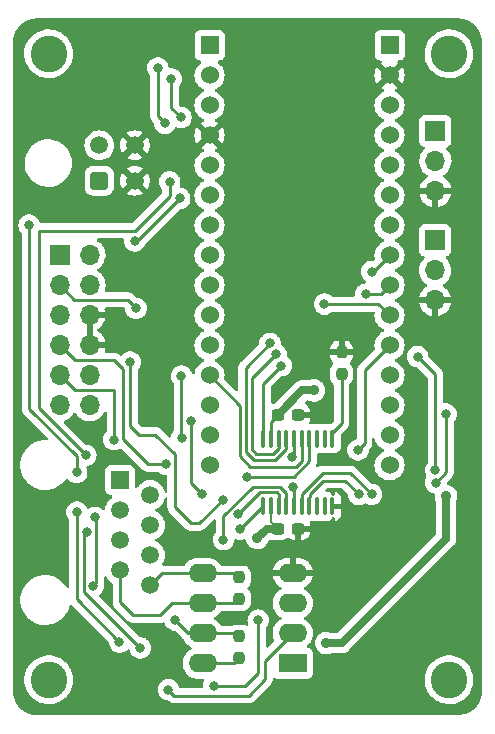
<source format=gbl>
G04 #@! TF.GenerationSoftware,KiCad,Pcbnew,6.0.7*
G04 #@! TF.CreationDate,2022-09-24T12:22:05-05:00*
G04 #@! TF.ProjectId,Penguinator-Glue-Board,50656e67-7569-46e6-9174-6f722d476c75,rev?*
G04 #@! TF.SameCoordinates,Original*
G04 #@! TF.FileFunction,Copper,L2,Bot*
G04 #@! TF.FilePolarity,Positive*
%FSLAX46Y46*%
G04 Gerber Fmt 4.6, Leading zero omitted, Abs format (unit mm)*
G04 Created by KiCad (PCBNEW 6.0.7) date 2022-09-24 12:22:05*
%MOMM*%
%LPD*%
G01*
G04 APERTURE LIST*
G04 Aperture macros list*
%AMRoundRect*
0 Rectangle with rounded corners*
0 $1 Rounding radius*
0 $2 $3 $4 $5 $6 $7 $8 $9 X,Y pos of 4 corners*
0 Add a 4 corners polygon primitive as box body*
4,1,4,$2,$3,$4,$5,$6,$7,$8,$9,$2,$3,0*
0 Add four circle primitives for the rounded corners*
1,1,$1+$1,$2,$3*
1,1,$1+$1,$4,$5*
1,1,$1+$1,$6,$7*
1,1,$1+$1,$8,$9*
0 Add four rect primitives between the rounded corners*
20,1,$1+$1,$2,$3,$4,$5,0*
20,1,$1+$1,$4,$5,$6,$7,0*
20,1,$1+$1,$6,$7,$8,$9,0*
20,1,$1+$1,$8,$9,$2,$3,0*%
G04 Aperture macros list end*
G04 #@! TA.AperFunction,ComponentPad*
%ADD10R,1.700000X1.700000*%
G04 #@! TD*
G04 #@! TA.AperFunction,ComponentPad*
%ADD11O,1.700000X1.700000*%
G04 #@! TD*
G04 #@! TA.AperFunction,SMDPad,CuDef*
%ADD12RoundRect,0.237500X0.237500X-0.250000X0.237500X0.250000X-0.237500X0.250000X-0.237500X-0.250000X0*%
G04 #@! TD*
G04 #@! TA.AperFunction,ComponentPad*
%ADD13R,1.500000X1.500000*%
G04 #@! TD*
G04 #@! TA.AperFunction,ComponentPad*
%ADD14C,1.500000*%
G04 #@! TD*
G04 #@! TA.AperFunction,ComponentPad*
%ADD15R,2.400000X1.600000*%
G04 #@! TD*
G04 #@! TA.AperFunction,ComponentPad*
%ADD16O,2.400000X1.600000*%
G04 #@! TD*
G04 #@! TA.AperFunction,ComponentPad*
%ADD17C,3.100000*%
G04 #@! TD*
G04 #@! TA.AperFunction,ComponentPad*
%ADD18RoundRect,0.250001X0.499999X-0.499999X0.499999X0.499999X-0.499999X0.499999X-0.499999X-0.499999X0*%
G04 #@! TD*
G04 #@! TA.AperFunction,ComponentPad*
%ADD19R,1.530000X1.530000*%
G04 #@! TD*
G04 #@! TA.AperFunction,ComponentPad*
%ADD20C,1.530000*%
G04 #@! TD*
G04 #@! TA.AperFunction,SMDPad,CuDef*
%ADD21RoundRect,0.237500X-0.300000X-0.237500X0.300000X-0.237500X0.300000X0.237500X-0.300000X0.237500X0*%
G04 #@! TD*
G04 #@! TA.AperFunction,SMDPad,CuDef*
%ADD22RoundRect,0.100000X-0.100000X0.637500X-0.100000X-0.637500X0.100000X-0.637500X0.100000X0.637500X0*%
G04 #@! TD*
G04 #@! TA.AperFunction,ViaPad*
%ADD23C,0.800000*%
G04 #@! TD*
G04 #@! TA.AperFunction,ViaPad*
%ADD24C,0.900000*%
G04 #@! TD*
G04 #@! TA.AperFunction,Conductor*
%ADD25C,0.250000*%
G04 #@! TD*
G04 #@! TA.AperFunction,Conductor*
%ADD26C,0.200000*%
G04 #@! TD*
G04 #@! TA.AperFunction,Conductor*
%ADD27C,0.700000*%
G04 #@! TD*
G04 APERTURE END LIST*
D10*
X36250000Y-10050000D03*
D11*
X36250000Y-12590000D03*
X36250000Y-15130000D03*
D10*
X36225000Y-19300000D03*
D11*
X36225000Y-21840000D03*
X36225000Y-24380000D03*
D12*
X28300000Y-28787500D03*
X28300000Y-30612500D03*
D13*
X9550000Y-39600000D03*
D14*
X12090000Y-40870000D03*
X9550000Y-42140000D03*
X12090000Y-43410000D03*
X9550000Y-44680000D03*
X12090000Y-45950000D03*
X9550000Y-47220000D03*
X12090000Y-48490000D03*
D10*
X4425000Y-20550000D03*
D11*
X6965000Y-20550000D03*
X4425000Y-23090000D03*
X6965000Y-23090000D03*
X4425000Y-25630000D03*
X6965000Y-25630000D03*
X4425000Y-28170000D03*
X6965000Y-28170000D03*
X4425000Y-30710000D03*
X6965000Y-30710000D03*
X4425000Y-33250000D03*
X6965000Y-33250000D03*
D15*
X24175000Y-55100000D03*
D16*
X24175000Y-52560000D03*
X24175000Y-50020000D03*
X24175000Y-47480000D03*
X16555000Y-47480000D03*
X16555000Y-50020000D03*
X16555000Y-52560000D03*
X16555000Y-55100000D03*
D17*
X37400000Y-56500000D03*
X3500000Y-3500000D03*
X3500000Y-56500000D03*
X37400000Y-3500000D03*
D18*
X7800000Y-14250000D03*
D14*
X7800000Y-11250000D03*
X10800000Y-14250000D03*
X10800000Y-11250000D03*
D19*
X17130000Y-2785000D03*
D20*
X17130000Y-5325000D03*
X17130000Y-7865000D03*
X17130000Y-10405000D03*
X17130000Y-12945000D03*
X17130000Y-15485000D03*
X17130000Y-18025000D03*
X17130000Y-20565000D03*
X17130000Y-23105000D03*
X17130000Y-25645000D03*
X17130000Y-28185000D03*
X17130000Y-30725000D03*
X17130000Y-33265000D03*
X17130000Y-35805000D03*
X17130000Y-38345000D03*
X32370000Y-38345000D03*
X32370000Y-35805000D03*
X32370000Y-33265000D03*
X32370000Y-30725000D03*
X32370000Y-28185000D03*
X32370000Y-25645000D03*
X32370000Y-23105000D03*
X32370000Y-20565000D03*
X32370000Y-18025000D03*
X32370000Y-15485000D03*
X32370000Y-12945000D03*
X32370000Y-10405000D03*
X32370000Y-7865000D03*
X32370000Y-5325000D03*
D19*
X32370000Y-2785000D03*
D12*
X19650000Y-54662500D03*
X19650000Y-52837500D03*
D21*
X22887500Y-34100000D03*
X24612500Y-34100000D03*
D22*
X21675000Y-36087500D03*
X22325000Y-36087500D03*
X22975000Y-36087500D03*
X23625000Y-36087500D03*
X24275000Y-36087500D03*
X24925000Y-36087500D03*
X25575000Y-36087500D03*
X26225000Y-36087500D03*
X26875000Y-36087500D03*
X27525000Y-36087500D03*
X27525000Y-41812500D03*
X26875000Y-41812500D03*
X26225000Y-41812500D03*
X25575000Y-41812500D03*
X24925000Y-41812500D03*
X24275000Y-41812500D03*
X23625000Y-41812500D03*
X22975000Y-41812500D03*
X22325000Y-41812500D03*
X21675000Y-41812500D03*
D21*
X22887500Y-43700000D03*
X24612500Y-43700000D03*
D12*
X19650000Y-49662500D03*
X19650000Y-47837500D03*
D23*
X7437006Y-42756590D03*
X7300000Y-48550000D03*
X14200000Y-51450000D03*
D24*
X21150000Y-44500000D03*
D23*
X10900000Y-25050000D03*
X14750000Y-30800000D03*
X14775500Y-35997197D03*
X19700000Y-43750000D03*
X18250000Y-41250000D03*
X24200000Y-40150000D03*
X10400000Y-29600000D03*
D24*
X30300000Y-55050000D03*
D23*
X18300000Y-44650000D03*
X13425500Y-38263113D03*
X15550000Y-34600000D03*
X16500000Y-40800000D03*
X9025280Y-36170318D03*
X19569214Y-42476095D03*
D24*
X37150000Y-40950000D03*
X27000000Y-53400000D03*
X25950000Y-32000000D03*
D23*
X23200000Y-29900000D03*
X30350000Y-23850000D03*
X30850000Y-21950000D03*
X22750000Y-28950000D03*
X22240317Y-28032570D03*
X26850000Y-24700000D03*
X29700000Y-37050000D03*
X24144172Y-37654116D03*
X10800000Y-19350000D03*
X14600000Y-15750000D03*
X13900000Y-5650000D03*
X13650000Y-57350000D03*
X5875500Y-38950000D03*
X5900000Y-42300000D03*
X1850000Y-18000000D03*
X14700000Y-8900000D03*
X9500000Y-53300000D03*
X11250000Y-53800000D03*
X17500000Y-57000000D03*
X6774500Y-43968829D03*
X13350000Y-9400000D03*
X6650000Y-37500000D03*
X13750000Y-14350000D03*
X21250000Y-51450000D03*
X12750000Y-4700000D03*
X37150000Y-34000000D03*
X29759507Y-40804817D03*
X36284655Y-39810655D03*
X30850000Y-40800000D03*
X34750000Y-29150000D03*
X36250000Y-38750000D03*
X20300000Y-39350000D03*
D25*
X27525000Y-36087500D02*
X27525000Y-35575000D01*
X27525000Y-35575000D02*
X28300000Y-34800000D01*
X28300000Y-34800000D02*
X28300000Y-30612500D01*
X19650000Y-54662500D02*
X19212500Y-55100000D01*
X7549000Y-42868584D02*
X7437006Y-42756590D01*
X7549000Y-48301000D02*
X7549000Y-42868584D01*
X7300000Y-48550000D02*
X7549000Y-48301000D01*
X19212500Y-55100000D02*
X16555000Y-55100000D01*
X16555000Y-52560000D02*
X15310000Y-52560000D01*
X19650000Y-52837500D02*
X19372500Y-52560000D01*
X15310000Y-52560000D02*
X14200000Y-51450000D01*
X19372500Y-52560000D02*
X16555000Y-52560000D01*
X9550000Y-49950000D02*
X9550000Y-47220000D01*
X12950000Y-51050000D02*
X10650000Y-51050000D01*
X16555000Y-50020000D02*
X13980000Y-50020000D01*
X10650000Y-51050000D02*
X9550000Y-49950000D01*
X13980000Y-50020000D02*
X12950000Y-51050000D01*
X19292500Y-50020000D02*
X16555000Y-50020000D01*
X19650000Y-49662500D02*
X19292500Y-50020000D01*
X13100000Y-47480000D02*
X12090000Y-48490000D01*
X19292500Y-47480000D02*
X16555000Y-47480000D01*
X19650000Y-47837500D02*
X19292500Y-47480000D01*
X16555000Y-47480000D02*
X13100000Y-47480000D01*
D26*
X22325000Y-41812500D02*
X22325000Y-43137500D01*
D27*
X21950000Y-43700000D02*
X21150000Y-44500000D01*
D26*
X22325000Y-43137500D02*
X22887500Y-43700000D01*
D27*
X22887500Y-43700000D02*
X21950000Y-43700000D01*
D25*
X8700000Y-24350000D02*
X10200000Y-24350000D01*
X14750000Y-30800000D02*
X14750000Y-35971697D01*
X5685000Y-24350000D02*
X8700000Y-24350000D01*
X10200000Y-24350000D02*
X10900000Y-25050000D01*
X19737500Y-43750000D02*
X19700000Y-43750000D01*
X4425000Y-23090000D02*
X5685000Y-24350000D01*
X14750000Y-35971697D02*
X14775500Y-35997197D01*
X21675000Y-41812500D02*
X19737500Y-43750000D01*
X24275000Y-41812500D02*
X24275000Y-40225000D01*
X10400000Y-35000000D02*
X11150000Y-35750000D01*
X16250000Y-43250000D02*
X15550000Y-43250000D01*
X14200000Y-41900000D02*
X14200000Y-37400000D01*
X15550000Y-43250000D02*
X14200000Y-41900000D01*
X10400000Y-29600000D02*
X10400000Y-35000000D01*
X18250000Y-41250000D02*
X16250000Y-43250000D01*
X12550000Y-35750000D02*
X11150000Y-35750000D01*
X14200000Y-37400000D02*
X12550000Y-35750000D01*
X24275000Y-40225000D02*
X24200000Y-40150000D01*
X23625000Y-41812500D02*
X23625000Y-40670309D01*
X11913113Y-38263113D02*
X13425500Y-38263113D01*
X18300000Y-42650000D02*
X18300000Y-44650000D01*
X20800000Y-40150000D02*
X18300000Y-42650000D01*
X9799501Y-36149501D02*
X11913113Y-38263113D01*
X9799501Y-30199501D02*
X9799501Y-36149501D01*
X5705000Y-29450000D02*
X9050000Y-29450000D01*
X23104691Y-40150000D02*
X20800000Y-40150000D01*
X9050000Y-29450000D02*
X9799501Y-30199501D01*
X4425000Y-28170000D02*
X5705000Y-29450000D01*
X23625000Y-40670309D02*
X23104691Y-40150000D01*
X21395808Y-40649501D02*
X19569214Y-42476095D01*
X22975000Y-40825000D02*
X22799501Y-40649501D01*
X9050000Y-32000000D02*
X9055735Y-32005735D01*
X9055735Y-32005735D02*
X9055735Y-36139863D01*
X4425000Y-30710000D02*
X5715000Y-32000000D01*
X5715000Y-32000000D02*
X9050000Y-32000000D01*
X15550000Y-39850000D02*
X16500000Y-40800000D01*
X9055735Y-36139863D02*
X9025280Y-36170318D01*
X22975000Y-41812500D02*
X22975000Y-40825000D01*
X15550000Y-34600000D02*
X15550000Y-39850000D01*
X22799501Y-40649501D02*
X21395808Y-40649501D01*
D27*
X37150000Y-44550000D02*
X28300000Y-53400000D01*
D25*
X22325000Y-34662500D02*
X22325000Y-36087500D01*
D27*
X37150000Y-40950000D02*
X37150000Y-44550000D01*
X28300000Y-53400000D02*
X27000000Y-53400000D01*
X24987500Y-32000000D02*
X25950000Y-32000000D01*
X22887500Y-34100000D02*
X24987500Y-32000000D01*
D25*
X22887500Y-34100000D02*
X22325000Y-34662500D01*
X31625000Y-23850000D02*
X32370000Y-23105000D01*
X21675000Y-36087500D02*
X21675000Y-31425000D01*
X21675000Y-31425000D02*
X23200000Y-29900000D01*
X30350000Y-23850000D02*
X31625000Y-23850000D01*
X22975000Y-36846751D02*
X22471751Y-37350000D01*
X22975000Y-36087500D02*
X22975000Y-36846751D01*
X20750000Y-37000000D02*
X20750000Y-30950000D01*
X22471751Y-37350000D02*
X21100000Y-37350000D01*
X32370000Y-20565000D02*
X30985000Y-21950000D01*
X21100000Y-37350000D02*
X20750000Y-37000000D01*
X20750000Y-30950000D02*
X22750000Y-28950000D01*
X30985000Y-21950000D02*
X30850000Y-21950000D01*
X20199501Y-37249501D02*
X20199501Y-30073386D01*
X22706401Y-37900000D02*
X20850000Y-37900000D01*
X23625000Y-36981401D02*
X22706401Y-37900000D01*
X32370000Y-25645000D02*
X31425000Y-24700000D01*
X23625000Y-36087500D02*
X23625000Y-36981401D01*
X20199501Y-30073386D02*
X22240317Y-28032570D01*
X31425000Y-24700000D02*
X26850000Y-24700000D01*
X20850000Y-37900000D02*
X20199501Y-37249501D01*
X24275000Y-36087500D02*
X24275000Y-37523288D01*
X24275000Y-37523288D02*
X24144172Y-37654116D01*
X30250000Y-36500000D02*
X30250000Y-30305000D01*
X29700000Y-37050000D02*
X30250000Y-36500000D01*
X30250000Y-30305000D02*
X32370000Y-28185000D01*
X13900000Y-5650000D02*
X13900000Y-8100000D01*
X1850000Y-18000000D02*
X1850000Y-33556401D01*
X5900000Y-49700000D02*
X5900000Y-42300000D01*
X21850000Y-54885000D02*
X21850000Y-56450000D01*
X1850000Y-33556401D02*
X5875500Y-37581901D01*
X14600000Y-15750000D02*
X11000000Y-19350000D01*
X14150000Y-57850000D02*
X13650000Y-57350000D01*
X11000000Y-19350000D02*
X10800000Y-19350000D01*
X21850000Y-56450000D02*
X20450000Y-57850000D01*
X20450000Y-57850000D02*
X14150000Y-57850000D01*
X9500000Y-53300000D02*
X5900000Y-49700000D01*
X5875500Y-37581901D02*
X5875500Y-38950000D01*
X24175000Y-52560000D02*
X21850000Y-54885000D01*
X13900000Y-8100000D02*
X14700000Y-8900000D01*
X20150000Y-57000000D02*
X21250000Y-55900000D01*
X2650000Y-18500000D02*
X2650000Y-33500000D01*
X2650000Y-33500000D02*
X6650000Y-37500000D01*
X21250000Y-55900000D02*
X21250000Y-51450000D01*
X13150000Y-9200000D02*
X13350000Y-9400000D01*
X12750000Y-4700000D02*
X12750000Y-8800000D01*
X10800000Y-18500000D02*
X2650000Y-18500000D01*
X6499501Y-44243828D02*
X6774500Y-43968829D01*
X11250000Y-53800000D02*
X6499501Y-49049501D01*
X13750000Y-15550000D02*
X10800000Y-18500000D01*
X17500000Y-57000000D02*
X20150000Y-57000000D01*
X6499501Y-49049501D02*
X6499501Y-44243828D01*
X13750000Y-14350000D02*
X13750000Y-15550000D01*
X12750000Y-8800000D02*
X13150000Y-9200000D01*
X37150000Y-38945310D02*
X36284655Y-39810655D01*
X37150000Y-34000000D02*
X37150000Y-38945310D01*
X25575000Y-41812500D02*
X25575000Y-41053249D01*
X26756402Y-39650000D02*
X28604690Y-39650000D01*
X25600000Y-41028249D02*
X25600000Y-40806402D01*
X25575000Y-41053249D02*
X25600000Y-41028249D01*
X28604690Y-39650000D02*
X29759507Y-40804817D01*
X25600000Y-40806402D02*
X26756402Y-39650000D01*
X29050000Y-39000000D02*
X30850000Y-40800000D01*
X36250000Y-38750000D02*
X36250000Y-30650000D01*
X24925000Y-41812500D02*
X24925000Y-40775000D01*
X36250000Y-30650000D02*
X34750000Y-29150000D01*
X26700000Y-39000000D02*
X29050000Y-39000000D01*
X24925000Y-40775000D02*
X26700000Y-39000000D01*
X20550000Y-38450000D02*
X19700000Y-37600000D01*
X24443598Y-38450000D02*
X20550000Y-38450000D01*
X24925000Y-37968598D02*
X24443598Y-38450000D01*
X24925000Y-36087500D02*
X24925000Y-37968598D01*
X19700000Y-33295000D02*
X17130000Y-30725000D01*
X19700000Y-37600000D02*
X19700000Y-33295000D01*
X25575000Y-38025000D02*
X24250000Y-39350000D01*
X25575000Y-36087500D02*
X25575000Y-38025000D01*
X24250000Y-39350000D02*
X20300000Y-39350000D01*
G04 #@! TA.AperFunction,Conductor*
G36*
X38152249Y-510001D02*
G01*
X38167075Y-512310D01*
X38167082Y-512310D01*
X38175950Y-513691D01*
X38192243Y-511561D01*
X38216816Y-510768D01*
X38291480Y-515663D01*
X38433923Y-525001D01*
X38450262Y-527152D01*
X38689559Y-574753D01*
X38705480Y-579019D01*
X38936516Y-657448D01*
X38951738Y-663753D01*
X39170568Y-771671D01*
X39184818Y-779898D01*
X39387706Y-915465D01*
X39400762Y-925484D01*
X39584209Y-1086366D01*
X39595856Y-1098014D01*
X39756722Y-1281448D01*
X39766756Y-1294524D01*
X39892660Y-1482954D01*
X39902308Y-1497394D01*
X39910543Y-1511658D01*
X40018457Y-1730486D01*
X40024762Y-1745708D01*
X40036981Y-1781703D01*
X40103186Y-1976742D01*
X40107452Y-1992662D01*
X40155052Y-2231963D01*
X40157203Y-2248303D01*
X40170973Y-2458388D01*
X40169973Y-2480842D01*
X40169924Y-2484849D01*
X40168542Y-2493724D01*
X40169707Y-2502630D01*
X40172669Y-2525283D01*
X40173733Y-2541621D01*
X40173733Y-57450633D01*
X40172233Y-57470018D01*
X40169923Y-57484851D01*
X40169923Y-57484855D01*
X40168542Y-57493724D01*
X40169706Y-57502626D01*
X40169706Y-57502629D01*
X40170672Y-57510012D01*
X40171466Y-57534591D01*
X40157235Y-57751703D01*
X40155084Y-57768043D01*
X40107485Y-58007344D01*
X40103220Y-58023260D01*
X40040278Y-58208685D01*
X40024794Y-58254300D01*
X40018488Y-58269525D01*
X39911253Y-58486980D01*
X39910574Y-58488356D01*
X39902341Y-58502616D01*
X39766786Y-58705491D01*
X39756755Y-58718564D01*
X39657899Y-58831289D01*
X39595880Y-58902009D01*
X39584233Y-58913657D01*
X39400782Y-59074541D01*
X39387726Y-59084561D01*
X39184836Y-59220129D01*
X39170585Y-59228357D01*
X38979824Y-59322432D01*
X38951752Y-59336276D01*
X38936526Y-59342583D01*
X38867025Y-59366177D01*
X38705482Y-59421014D01*
X38689575Y-59425277D01*
X38600008Y-59443094D01*
X38450267Y-59472881D01*
X38433927Y-59475032D01*
X38289149Y-59484524D01*
X38224136Y-59488786D01*
X38200366Y-59487727D01*
X38197375Y-59487691D01*
X38188502Y-59486309D01*
X38156945Y-59490436D01*
X38140606Y-59491500D01*
X2549367Y-59491500D01*
X2529982Y-59490000D01*
X2515149Y-59487690D01*
X2515145Y-59487690D01*
X2506276Y-59486309D01*
X2489988Y-59488439D01*
X2465411Y-59489233D01*
X2420801Y-59486309D01*
X2248299Y-59475002D01*
X2231959Y-59472851D01*
X2112310Y-59449052D01*
X1992657Y-59425251D01*
X1976743Y-59420987D01*
X1861224Y-59381773D01*
X1745708Y-59342561D01*
X1730481Y-59336254D01*
X1511658Y-59228343D01*
X1497384Y-59220102D01*
X1294522Y-59084553D01*
X1281447Y-59074520D01*
X1098007Y-58913648D01*
X1086352Y-58901993D01*
X925480Y-58718553D01*
X915447Y-58705478D01*
X779898Y-58502616D01*
X771657Y-58488342D01*
X663746Y-58269519D01*
X657439Y-58254292D01*
X579250Y-58023955D01*
X579013Y-58023257D01*
X574748Y-58007340D01*
X527149Y-57768041D01*
X524998Y-57751701D01*
X511476Y-57545407D01*
X512650Y-57522232D01*
X512334Y-57522204D01*
X512770Y-57517344D01*
X513576Y-57512552D01*
X513729Y-57500000D01*
X509773Y-57472376D01*
X508500Y-57454514D01*
X508500Y-56478393D01*
X1436803Y-56478393D01*
X1452960Y-56758601D01*
X1453785Y-56762806D01*
X1453786Y-56762814D01*
X1475321Y-56872574D01*
X1506996Y-57034024D01*
X1508383Y-57038074D01*
X1508384Y-57038079D01*
X1569471Y-57216500D01*
X1597911Y-57299565D01*
X1660966Y-57424937D01*
X1715500Y-57533365D01*
X1724022Y-57550310D01*
X1726448Y-57553839D01*
X1726451Y-57553845D01*
X1835012Y-57711801D01*
X1882997Y-57781620D01*
X2071894Y-57989215D01*
X2075183Y-57991965D01*
X2283925Y-58166501D01*
X2283930Y-58166505D01*
X2287217Y-58169253D01*
X2406099Y-58243827D01*
X2521341Y-58316119D01*
X2521345Y-58316121D01*
X2524981Y-58318402D01*
X2528891Y-58320167D01*
X2528892Y-58320168D01*
X2564665Y-58336320D01*
X2780788Y-58433903D01*
X2800963Y-58439879D01*
X3045790Y-58512401D01*
X3045795Y-58512402D01*
X3049903Y-58513619D01*
X3054137Y-58514267D01*
X3054142Y-58514268D01*
X3298514Y-58551662D01*
X3327347Y-58556074D01*
X3470292Y-58558319D01*
X3603694Y-58560415D01*
X3603700Y-58560415D01*
X3607985Y-58560482D01*
X3886626Y-58526763D01*
X4158112Y-58455540D01*
X4162072Y-58453900D01*
X4162077Y-58453898D01*
X4304853Y-58394758D01*
X4417420Y-58348131D01*
X4430957Y-58340221D01*
X4656054Y-58208685D01*
X4656055Y-58208685D01*
X4659752Y-58206524D01*
X4880624Y-58033338D01*
X4890387Y-58023264D01*
X5022489Y-57886944D01*
X5075948Y-57831779D01*
X5078481Y-57828331D01*
X5078485Y-57828326D01*
X5239572Y-57609032D01*
X5242110Y-57605577D01*
X5274780Y-57545407D01*
X5373986Y-57362692D01*
X5373987Y-57362690D01*
X5376036Y-57358916D01*
X5453545Y-57153794D01*
X5473729Y-57100380D01*
X5473730Y-57100376D01*
X5475247Y-57096362D01*
X5509762Y-56945663D01*
X5536949Y-56826957D01*
X5536950Y-56826953D01*
X5537907Y-56822773D01*
X5538775Y-56813056D01*
X5562637Y-56545677D01*
X5562637Y-56545675D01*
X5562857Y-56543211D01*
X5563310Y-56500000D01*
X5561837Y-56478393D01*
X5544512Y-56224254D01*
X5544511Y-56224248D01*
X5544220Y-56219977D01*
X5538923Y-56194396D01*
X5498480Y-55999108D01*
X5487303Y-55945135D01*
X5393612Y-55680561D01*
X5391283Y-55676047D01*
X5266847Y-55434957D01*
X5266847Y-55434956D01*
X5264882Y-55431150D01*
X5260322Y-55424661D01*
X5105956Y-55205022D01*
X5103493Y-55201517D01*
X4912433Y-54995912D01*
X4695237Y-54818139D01*
X4455923Y-54671487D01*
X4433348Y-54661577D01*
X4202853Y-54560397D01*
X4198921Y-54558671D01*
X4179519Y-54553144D01*
X3933114Y-54482954D01*
X3933115Y-54482954D01*
X3928986Y-54481778D01*
X3681095Y-54446498D01*
X3655365Y-54442836D01*
X3655363Y-54442836D01*
X3651113Y-54442231D01*
X3646824Y-54442209D01*
X3646817Y-54442208D01*
X3374730Y-54440783D01*
X3374723Y-54440783D01*
X3370444Y-54440761D01*
X3366199Y-54441320D01*
X3366197Y-54441320D01*
X3326868Y-54446498D01*
X3092172Y-54477397D01*
X2821446Y-54551459D01*
X2563277Y-54661577D01*
X2484875Y-54708500D01*
X2326123Y-54803511D01*
X2326119Y-54803514D01*
X2322441Y-54805715D01*
X2103395Y-54981204D01*
X2100451Y-54984306D01*
X2100447Y-54984310D01*
X1985466Y-55105475D01*
X1910192Y-55184797D01*
X1746408Y-55412727D01*
X1615073Y-55660776D01*
X1613601Y-55664799D01*
X1613599Y-55664803D01*
X1588437Y-55733562D01*
X1518616Y-55924355D01*
X1517703Y-55928541D01*
X1517703Y-55928542D01*
X1468570Y-56153891D01*
X1458825Y-56198585D01*
X1436803Y-56478393D01*
X508500Y-56478393D01*
X508500Y-18000000D01*
X936496Y-18000000D01*
X937186Y-18006565D01*
X945613Y-18086739D01*
X956458Y-18189928D01*
X1015473Y-18371556D01*
X1018776Y-18377278D01*
X1018777Y-18377279D01*
X1034945Y-18405283D01*
X1110960Y-18536944D01*
X1184137Y-18618215D01*
X1214853Y-18682221D01*
X1216500Y-18702524D01*
X1216500Y-33477634D01*
X1215973Y-33488817D01*
X1214298Y-33496310D01*
X1214547Y-33504236D01*
X1214547Y-33504237D01*
X1216438Y-33564387D01*
X1216500Y-33568346D01*
X1216500Y-33596257D01*
X1216997Y-33600191D01*
X1216997Y-33600192D01*
X1217005Y-33600257D01*
X1217938Y-33612094D01*
X1219327Y-33656290D01*
X1224978Y-33675740D01*
X1228987Y-33695101D01*
X1231526Y-33715198D01*
X1234445Y-33722569D01*
X1234445Y-33722571D01*
X1247804Y-33756313D01*
X1251649Y-33767543D01*
X1263982Y-33809994D01*
X1268015Y-33816813D01*
X1268017Y-33816818D01*
X1274293Y-33827429D01*
X1282988Y-33845177D01*
X1290448Y-33864018D01*
X1295110Y-33870434D01*
X1295110Y-33870435D01*
X1316436Y-33899788D01*
X1322952Y-33909708D01*
X1345458Y-33947763D01*
X1359779Y-33962084D01*
X1372619Y-33977117D01*
X1384528Y-33993508D01*
X1400311Y-34006565D01*
X1418605Y-34021699D01*
X1427384Y-34029689D01*
X3406388Y-36008693D01*
X3440414Y-36071005D01*
X3435349Y-36141820D01*
X3392802Y-36198656D01*
X3326282Y-36223467D01*
X3307409Y-36223400D01*
X3294585Y-36222391D01*
X3283261Y-36221500D01*
X3127729Y-36221500D01*
X3125593Y-36221646D01*
X3125582Y-36221646D01*
X2917452Y-36235835D01*
X2917446Y-36235836D01*
X2913175Y-36236127D01*
X2908980Y-36236996D01*
X2908978Y-36236996D01*
X2784554Y-36262763D01*
X2631658Y-36294426D01*
X2360657Y-36390393D01*
X2105188Y-36522250D01*
X2101687Y-36524711D01*
X2101683Y-36524713D01*
X2051804Y-36559769D01*
X1869977Y-36687559D01*
X1827127Y-36727378D01*
X1677269Y-36866635D01*
X1659378Y-36883260D01*
X1477287Y-37105732D01*
X1327073Y-37350858D01*
X1325347Y-37354791D01*
X1325346Y-37354792D01*
X1221284Y-37591852D01*
X1211517Y-37614102D01*
X1210342Y-37618229D01*
X1210341Y-37618230D01*
X1199668Y-37655699D01*
X1132756Y-37890594D01*
X1092249Y-38175216D01*
X1092227Y-38179505D01*
X1092226Y-38179512D01*
X1090782Y-38455242D01*
X1090743Y-38462703D01*
X1091302Y-38466947D01*
X1091302Y-38466951D01*
X1101580Y-38545016D01*
X1128268Y-38747734D01*
X1129401Y-38751874D01*
X1129401Y-38751876D01*
X1137013Y-38779699D01*
X1204129Y-39025036D01*
X1205813Y-39028984D01*
X1267110Y-39172691D01*
X1316923Y-39289476D01*
X1368552Y-39375741D01*
X1438043Y-39491852D01*
X1464561Y-39536161D01*
X1644313Y-39760528D01*
X1753308Y-39863960D01*
X1827000Y-39933891D01*
X1852851Y-39958423D01*
X2086317Y-40126186D01*
X2090112Y-40128195D01*
X2090113Y-40128196D01*
X2111869Y-40139715D01*
X2340392Y-40260712D01*
X2412520Y-40287107D01*
X2591234Y-40352507D01*
X2610373Y-40359511D01*
X2891264Y-40420755D01*
X2912916Y-40422459D01*
X3114282Y-40438307D01*
X3114291Y-40438307D01*
X3116739Y-40438500D01*
X3272271Y-40438500D01*
X3274407Y-40438354D01*
X3274418Y-40438354D01*
X3482548Y-40424165D01*
X3482554Y-40424164D01*
X3486825Y-40423873D01*
X3491020Y-40423004D01*
X3491022Y-40423004D01*
X3692857Y-40381206D01*
X3768342Y-40365574D01*
X4039343Y-40269607D01*
X4153462Y-40210706D01*
X4291005Y-40139715D01*
X4291006Y-40139715D01*
X4294812Y-40137750D01*
X4298313Y-40135289D01*
X4298317Y-40135287D01*
X4413884Y-40054065D01*
X4530023Y-39972441D01*
X4628182Y-39881226D01*
X4737479Y-39779661D01*
X4737481Y-39779658D01*
X4740622Y-39776740D01*
X4868317Y-39620727D01*
X4920000Y-39557583D01*
X4920002Y-39557580D01*
X4922713Y-39554268D01*
X4945660Y-39516822D01*
X4998308Y-39469191D01*
X5068350Y-39457585D01*
X5133547Y-39485689D01*
X5146728Y-39498348D01*
X5259294Y-39623365D01*
X5264247Y-39628866D01*
X5418748Y-39741118D01*
X5424776Y-39743802D01*
X5424778Y-39743803D01*
X5560186Y-39804090D01*
X5593212Y-39818794D01*
X5686612Y-39838647D01*
X5773556Y-39857128D01*
X5773561Y-39857128D01*
X5780013Y-39858500D01*
X5970987Y-39858500D01*
X5977439Y-39857128D01*
X5977444Y-39857128D01*
X6064388Y-39838647D01*
X6157788Y-39818794D01*
X6190814Y-39804090D01*
X6326222Y-39743803D01*
X6326224Y-39743802D01*
X6332252Y-39741118D01*
X6486753Y-39628866D01*
X6491706Y-39623365D01*
X6610121Y-39491852D01*
X6610122Y-39491851D01*
X6614540Y-39486944D01*
X6710027Y-39321556D01*
X6769042Y-39139928D01*
X6770372Y-39127279D01*
X6788314Y-38956565D01*
X6789004Y-38950000D01*
X6779739Y-38861846D01*
X6769732Y-38766635D01*
X6769732Y-38766633D01*
X6769042Y-38760072D01*
X6710027Y-38578444D01*
X6706724Y-38572724D01*
X6706566Y-38572368D01*
X6697133Y-38502000D01*
X6727241Y-38437704D01*
X6787331Y-38399892D01*
X6795470Y-38397876D01*
X6932288Y-38368794D01*
X6941827Y-38364547D01*
X7100722Y-38293803D01*
X7100724Y-38293802D01*
X7106752Y-38291118D01*
X7149500Y-38260060D01*
X7202250Y-38221734D01*
X7261253Y-38178866D01*
X7283993Y-38153611D01*
X7384621Y-38041852D01*
X7384622Y-38041851D01*
X7389040Y-38036944D01*
X7463707Y-37907617D01*
X7481223Y-37877279D01*
X7481224Y-37877278D01*
X7484527Y-37871556D01*
X7543542Y-37689928D01*
X7553801Y-37592324D01*
X7562814Y-37506565D01*
X7563504Y-37500000D01*
X7562505Y-37490499D01*
X7544232Y-37316635D01*
X7544232Y-37316633D01*
X7543542Y-37310072D01*
X7484527Y-37128444D01*
X7479903Y-37120434D01*
X7428773Y-37031875D01*
X7389040Y-36963056D01*
X7367339Y-36938954D01*
X7265675Y-36826045D01*
X7265674Y-36826044D01*
X7261253Y-36821134D01*
X7142783Y-36735060D01*
X7112094Y-36712763D01*
X7112093Y-36712762D01*
X7106752Y-36708882D01*
X7100724Y-36706198D01*
X7100722Y-36706197D01*
X6938319Y-36633891D01*
X6938318Y-36633891D01*
X6932288Y-36631206D01*
X6838887Y-36611353D01*
X6751944Y-36592872D01*
X6751939Y-36592872D01*
X6745487Y-36591500D01*
X6689595Y-36591500D01*
X6621474Y-36571498D01*
X6600500Y-36554595D01*
X4796700Y-34750795D01*
X4762674Y-34688483D01*
X4767739Y-34617668D01*
X4810286Y-34560832D01*
X4849588Y-34541014D01*
X4917426Y-34520662D01*
X4917432Y-34520660D01*
X4922384Y-34519174D01*
X5122994Y-34420896D01*
X5304860Y-34291173D01*
X5463096Y-34133489D01*
X5537684Y-34029689D01*
X5593453Y-33952077D01*
X5594776Y-33953028D01*
X5641645Y-33909857D01*
X5711580Y-33897625D01*
X5777026Y-33925144D01*
X5804875Y-33956994D01*
X5864987Y-34055088D01*
X6011250Y-34223938D01*
X6183126Y-34366632D01*
X6376000Y-34479338D01*
X6584692Y-34559030D01*
X6589760Y-34560061D01*
X6589763Y-34560062D01*
X6697017Y-34581883D01*
X6803597Y-34603567D01*
X6808772Y-34603757D01*
X6808774Y-34603757D01*
X7021673Y-34611564D01*
X7021677Y-34611564D01*
X7026837Y-34611753D01*
X7031957Y-34611097D01*
X7031959Y-34611097D01*
X7243288Y-34584025D01*
X7243289Y-34584025D01*
X7248416Y-34583368D01*
X7323532Y-34560832D01*
X7457429Y-34520661D01*
X7457434Y-34520659D01*
X7462384Y-34519174D01*
X7662994Y-34420896D01*
X7844860Y-34291173D01*
X8003096Y-34133489D01*
X8077684Y-34029689D01*
X8130435Y-33956277D01*
X8133453Y-33952077D01*
X8183278Y-33851263D01*
X8231391Y-33799056D01*
X8300092Y-33781149D01*
X8367569Y-33803227D01*
X8412397Y-33858281D01*
X8422235Y-33907090D01*
X8422235Y-35433970D01*
X8402233Y-35502091D01*
X8389871Y-35518280D01*
X8286240Y-35633374D01*
X8190753Y-35798762D01*
X8131738Y-35980390D01*
X8131048Y-35986951D01*
X8131048Y-35986953D01*
X8125517Y-36039577D01*
X8111776Y-36170318D01*
X8112466Y-36176883D01*
X8127459Y-36319530D01*
X8131738Y-36360246D01*
X8190753Y-36541874D01*
X8194056Y-36547596D01*
X8194057Y-36547597D01*
X8212782Y-36580030D01*
X8286240Y-36707262D01*
X8290658Y-36712169D01*
X8290659Y-36712170D01*
X8409605Y-36844273D01*
X8414027Y-36849184D01*
X8511180Y-36919770D01*
X8540270Y-36940905D01*
X8568528Y-36961436D01*
X8574556Y-36964120D01*
X8574558Y-36964121D01*
X8677542Y-37009972D01*
X8742992Y-37039112D01*
X8836392Y-37058965D01*
X8923336Y-37077446D01*
X8923341Y-37077446D01*
X8929793Y-37078818D01*
X9120767Y-37078818D01*
X9127219Y-37077446D01*
X9127224Y-37077446D01*
X9214168Y-37058965D01*
X9307568Y-37039112D01*
X9373018Y-37009972D01*
X9476002Y-36964121D01*
X9476004Y-36964120D01*
X9482032Y-36961436D01*
X9512237Y-36939491D01*
X9530212Y-36926431D01*
X9597080Y-36902573D01*
X9666231Y-36918653D01*
X9693368Y-36939272D01*
X10554007Y-37799912D01*
X11409461Y-38655366D01*
X11417001Y-38663652D01*
X11421113Y-38670131D01*
X11426890Y-38675556D01*
X11470764Y-38716756D01*
X11473606Y-38719511D01*
X11493343Y-38739248D01*
X11496540Y-38741728D01*
X11505560Y-38749431D01*
X11537792Y-38779699D01*
X11544738Y-38783518D01*
X11544741Y-38783520D01*
X11555547Y-38789461D01*
X11572066Y-38800312D01*
X11588072Y-38812727D01*
X11595341Y-38815872D01*
X11595345Y-38815875D01*
X11628650Y-38830287D01*
X11639300Y-38835504D01*
X11678053Y-38856808D01*
X11685728Y-38858779D01*
X11685729Y-38858779D01*
X11697675Y-38861846D01*
X11716380Y-38868250D01*
X11734968Y-38876294D01*
X11742791Y-38877533D01*
X11742801Y-38877536D01*
X11778637Y-38883212D01*
X11790257Y-38885618D01*
X11825402Y-38894641D01*
X11833083Y-38896613D01*
X11853337Y-38896613D01*
X11873047Y-38898164D01*
X11893056Y-38901333D01*
X11900948Y-38900587D01*
X11937074Y-38897172D01*
X11948932Y-38896613D01*
X12717300Y-38896613D01*
X12785421Y-38916615D01*
X12804647Y-38932956D01*
X12804920Y-38932653D01*
X12809832Y-38937076D01*
X12814247Y-38941979D01*
X12819586Y-38945858D01*
X12933999Y-39028984D01*
X12968748Y-39054231D01*
X12974776Y-39056915D01*
X12974778Y-39056916D01*
X13106635Y-39115622D01*
X13143212Y-39131907D01*
X13236613Y-39151760D01*
X13323556Y-39170241D01*
X13323561Y-39170241D01*
X13330013Y-39171613D01*
X13440500Y-39171613D01*
X13508621Y-39191615D01*
X13555114Y-39245271D01*
X13566500Y-39297613D01*
X13566500Y-40560835D01*
X13546498Y-40628956D01*
X13492842Y-40675449D01*
X13422568Y-40685553D01*
X13357988Y-40656059D01*
X13318793Y-40593447D01*
X13278543Y-40443235D01*
X13277120Y-40437924D01*
X13199300Y-40271038D01*
X13186382Y-40243334D01*
X13186379Y-40243329D01*
X13184056Y-40238347D01*
X13163420Y-40208876D01*
X13060908Y-40062473D01*
X13060906Y-40062470D01*
X13057749Y-40057962D01*
X12902038Y-39902251D01*
X12888644Y-39892872D01*
X12761850Y-39804090D01*
X12721654Y-39775944D01*
X12522076Y-39682880D01*
X12309371Y-39625885D01*
X12090000Y-39606693D01*
X11870629Y-39625885D01*
X11657924Y-39682880D01*
X11588461Y-39715271D01*
X11463334Y-39773618D01*
X11463329Y-39773621D01*
X11458347Y-39775944D01*
X11453840Y-39779100D01*
X11453838Y-39779101D01*
X11282473Y-39899092D01*
X11282470Y-39899094D01*
X11277962Y-39902251D01*
X11122251Y-40057962D01*
X11119094Y-40062470D01*
X11119092Y-40062473D01*
X11037713Y-40178695D01*
X10982256Y-40223023D01*
X10911637Y-40230332D01*
X10848276Y-40198301D01*
X10812291Y-40137100D01*
X10808500Y-40106424D01*
X10808500Y-38801866D01*
X10801745Y-38739684D01*
X10750615Y-38603295D01*
X10663261Y-38486739D01*
X10546705Y-38399385D01*
X10410316Y-38348255D01*
X10348134Y-38341500D01*
X8751866Y-38341500D01*
X8689684Y-38348255D01*
X8553295Y-38399385D01*
X8436739Y-38486739D01*
X8349385Y-38603295D01*
X8298255Y-38739684D01*
X8291500Y-38801866D01*
X8291500Y-40398134D01*
X8298255Y-40460316D01*
X8349385Y-40596705D01*
X8436739Y-40713261D01*
X8553295Y-40800615D01*
X8689684Y-40851745D01*
X8751866Y-40858500D01*
X8786424Y-40858500D01*
X8854545Y-40878502D01*
X8901038Y-40932158D01*
X8911142Y-41002432D01*
X8881648Y-41067012D01*
X8858696Y-41087712D01*
X8828948Y-41108542D01*
X8742473Y-41169092D01*
X8742470Y-41169094D01*
X8737962Y-41172251D01*
X8582251Y-41327962D01*
X8579094Y-41332470D01*
X8579092Y-41332473D01*
X8476587Y-41478866D01*
X8455944Y-41508347D01*
X8453621Y-41513329D01*
X8453618Y-41513334D01*
X8408351Y-41610410D01*
X8362880Y-41707924D01*
X8305885Y-41920629D01*
X8298285Y-42007497D01*
X8295799Y-42035917D01*
X8269936Y-42102036D01*
X8212432Y-42143675D01*
X8141545Y-42147616D01*
X8076642Y-42109247D01*
X8073206Y-42105431D01*
X8048259Y-42077724D01*
X7893758Y-41965472D01*
X7887730Y-41962788D01*
X7887728Y-41962787D01*
X7725325Y-41890481D01*
X7725324Y-41890481D01*
X7719294Y-41887796D01*
X7625893Y-41867943D01*
X7538950Y-41849462D01*
X7538945Y-41849462D01*
X7532493Y-41848090D01*
X7341519Y-41848090D01*
X7335067Y-41849462D01*
X7335062Y-41849462D01*
X7248119Y-41867943D01*
X7154718Y-41887796D01*
X7148688Y-41890481D01*
X7148687Y-41890481D01*
X6986284Y-41962787D01*
X6986282Y-41962788D01*
X6980254Y-41965472D01*
X6974913Y-41969352D01*
X6974912Y-41969353D01*
X6931493Y-42000899D01*
X6864625Y-42024758D01*
X6795474Y-42008677D01*
X6745993Y-41957763D01*
X6737602Y-41937906D01*
X6734527Y-41928444D01*
X6639040Y-41763056D01*
X6613895Y-41735129D01*
X6515675Y-41626045D01*
X6515674Y-41626044D01*
X6511253Y-41621134D01*
X6356752Y-41508882D01*
X6350724Y-41506198D01*
X6350722Y-41506197D01*
X6188319Y-41433891D01*
X6188318Y-41433891D01*
X6182288Y-41431206D01*
X6068578Y-41407036D01*
X6001944Y-41392872D01*
X6001939Y-41392872D01*
X5995487Y-41391500D01*
X5804513Y-41391500D01*
X5798061Y-41392872D01*
X5798056Y-41392872D01*
X5731422Y-41407036D01*
X5617712Y-41431206D01*
X5611682Y-41433891D01*
X5611681Y-41433891D01*
X5449278Y-41506197D01*
X5449276Y-41506198D01*
X5443248Y-41508882D01*
X5288747Y-41621134D01*
X5284326Y-41626044D01*
X5284325Y-41626045D01*
X5186106Y-41735129D01*
X5160960Y-41763056D01*
X5065473Y-41928444D01*
X5006458Y-42110072D01*
X5005768Y-42116633D01*
X5005768Y-42116635D01*
X4992446Y-42243387D01*
X4986496Y-42300000D01*
X4987186Y-42306565D01*
X5001857Y-42446148D01*
X5006458Y-42489928D01*
X5065473Y-42671556D01*
X5160960Y-42836944D01*
X5234137Y-42918215D01*
X5264853Y-42982221D01*
X5266500Y-43002524D01*
X5266500Y-48651116D01*
X5246498Y-48719237D01*
X5192842Y-48765730D01*
X5122568Y-48775834D01*
X5057988Y-48746340D01*
X5032384Y-48715822D01*
X4937643Y-48557521D01*
X4937640Y-48557517D01*
X4935439Y-48553839D01*
X4755687Y-48329472D01*
X4605719Y-48187158D01*
X4550258Y-48134527D01*
X4550255Y-48134525D01*
X4547149Y-48131577D01*
X4313683Y-47963814D01*
X4291843Y-47952250D01*
X4238036Y-47923761D01*
X4059608Y-47829288D01*
X3833439Y-47746522D01*
X3793658Y-47731964D01*
X3793656Y-47731963D01*
X3789627Y-47730489D01*
X3508736Y-47669245D01*
X3477685Y-47666801D01*
X3285718Y-47651693D01*
X3285709Y-47651693D01*
X3283261Y-47651500D01*
X3127729Y-47651500D01*
X3125593Y-47651646D01*
X3125582Y-47651646D01*
X2917452Y-47665835D01*
X2917446Y-47665836D01*
X2913175Y-47666127D01*
X2908980Y-47666996D01*
X2908978Y-47666996D01*
X2772417Y-47695276D01*
X2631658Y-47724426D01*
X2360657Y-47820393D01*
X2356848Y-47822359D01*
X2160385Y-47923761D01*
X2105188Y-47952250D01*
X2101687Y-47954711D01*
X2101683Y-47954713D01*
X2091594Y-47961804D01*
X1869977Y-48117559D01*
X1851717Y-48134527D01*
X1699365Y-48276102D01*
X1659378Y-48313260D01*
X1477287Y-48535732D01*
X1327073Y-48780858D01*
X1325347Y-48784791D01*
X1325346Y-48784792D01*
X1268070Y-48915271D01*
X1211517Y-49044102D01*
X1210342Y-49048229D01*
X1210341Y-49048230D01*
X1175140Y-49171803D01*
X1132756Y-49320594D01*
X1114433Y-49449341D01*
X1094930Y-49586381D01*
X1092249Y-49605216D01*
X1092227Y-49609505D01*
X1092226Y-49609512D01*
X1091271Y-49791913D01*
X1090743Y-49892703D01*
X1091302Y-49896947D01*
X1091302Y-49896951D01*
X1103533Y-49989856D01*
X1128268Y-50177734D01*
X1204129Y-50455036D01*
X1205813Y-50458984D01*
X1292792Y-50662901D01*
X1316923Y-50719476D01*
X1464561Y-50966161D01*
X1644313Y-51190528D01*
X1767711Y-51307628D01*
X1786772Y-51325716D01*
X1852851Y-51388423D01*
X2086317Y-51556186D01*
X2090112Y-51558195D01*
X2090113Y-51558196D01*
X2111869Y-51569715D01*
X2340392Y-51690712D01*
X2610373Y-51789511D01*
X2891264Y-51850755D01*
X2919841Y-51853004D01*
X3114282Y-51868307D01*
X3114291Y-51868307D01*
X3116739Y-51868500D01*
X3272271Y-51868500D01*
X3274407Y-51868354D01*
X3274418Y-51868354D01*
X3482548Y-51854165D01*
X3482554Y-51854164D01*
X3486825Y-51853873D01*
X3491020Y-51853004D01*
X3491022Y-51853004D01*
X3642879Y-51821556D01*
X3768342Y-51795574D01*
X4039343Y-51699607D01*
X4194484Y-51619533D01*
X4291005Y-51569715D01*
X4291006Y-51569715D01*
X4294812Y-51567750D01*
X4298313Y-51565289D01*
X4298317Y-51565287D01*
X4473376Y-51442253D01*
X4530023Y-51402441D01*
X4652099Y-51289001D01*
X4737479Y-51209661D01*
X4737481Y-51209658D01*
X4740622Y-51206740D01*
X4922713Y-50984268D01*
X5072927Y-50739142D01*
X5106395Y-50662901D01*
X5186757Y-50479830D01*
X5188483Y-50475898D01*
X5260658Y-50222526D01*
X5298557Y-50162491D01*
X5362897Y-50132477D01*
X5433250Y-50142012D01*
X5462156Y-50159964D01*
X5468608Y-50165302D01*
X5477384Y-50173288D01*
X8552878Y-53248783D01*
X8586904Y-53311095D01*
X8589093Y-53324706D01*
X8606458Y-53489928D01*
X8665473Y-53671556D01*
X8760960Y-53836944D01*
X8765378Y-53841851D01*
X8765379Y-53841852D01*
X8861727Y-53948857D01*
X8888747Y-53978866D01*
X8981299Y-54046109D01*
X9020914Y-54074891D01*
X9043248Y-54091118D01*
X9049276Y-54093802D01*
X9049278Y-54093803D01*
X9133521Y-54131310D01*
X9217712Y-54168794D01*
X9311112Y-54188647D01*
X9398056Y-54207128D01*
X9398061Y-54207128D01*
X9404513Y-54208500D01*
X9595487Y-54208500D01*
X9601939Y-54207128D01*
X9601944Y-54207128D01*
X9688888Y-54188647D01*
X9782288Y-54168794D01*
X9866479Y-54131310D01*
X9950722Y-54093803D01*
X9950724Y-54093802D01*
X9956752Y-54091118D01*
X9979087Y-54074891D01*
X10018701Y-54046109D01*
X10111253Y-53978866D01*
X10142830Y-53943796D01*
X10203273Y-53906558D01*
X10274257Y-53907909D01*
X10333242Y-53947423D01*
X10354248Y-53990646D01*
X10356458Y-53989928D01*
X10415473Y-54171556D01*
X10418776Y-54177278D01*
X10418777Y-54177279D01*
X10436803Y-54208500D01*
X10510960Y-54336944D01*
X10515378Y-54341851D01*
X10515379Y-54341852D01*
X10634325Y-54473955D01*
X10638747Y-54478866D01*
X10793248Y-54591118D01*
X10799276Y-54593802D01*
X10799278Y-54593803D01*
X10951502Y-54661577D01*
X10967712Y-54668794D01*
X11061113Y-54688647D01*
X11148056Y-54707128D01*
X11148061Y-54707128D01*
X11154513Y-54708500D01*
X11345487Y-54708500D01*
X11351939Y-54707128D01*
X11351944Y-54707128D01*
X11438888Y-54688647D01*
X11532288Y-54668794D01*
X11548498Y-54661577D01*
X11700722Y-54593803D01*
X11700724Y-54593802D01*
X11706752Y-54591118D01*
X11861253Y-54478866D01*
X11865675Y-54473955D01*
X11984621Y-54341852D01*
X11984622Y-54341851D01*
X11989040Y-54336944D01*
X12063197Y-54208500D01*
X12081223Y-54177279D01*
X12081224Y-54177278D01*
X12084527Y-54171556D01*
X12143542Y-53989928D01*
X12146096Y-53965634D01*
X12162814Y-53806565D01*
X12163504Y-53800000D01*
X12157250Y-53740500D01*
X12144232Y-53616635D01*
X12144232Y-53616633D01*
X12143542Y-53610072D01*
X12084527Y-53428444D01*
X12072838Y-53408197D01*
X12016775Y-53311095D01*
X11989040Y-53263056D01*
X11969265Y-53241093D01*
X11865675Y-53126045D01*
X11865674Y-53126044D01*
X11861253Y-53121134D01*
X11717097Y-53016398D01*
X11712094Y-53012763D01*
X11712093Y-53012762D01*
X11706752Y-53008882D01*
X11700724Y-53006198D01*
X11700722Y-53006197D01*
X11538319Y-52933891D01*
X11538318Y-52933891D01*
X11532288Y-52931206D01*
X11438888Y-52911353D01*
X11351944Y-52892872D01*
X11351939Y-52892872D01*
X11345487Y-52891500D01*
X11289594Y-52891500D01*
X11221473Y-52871498D01*
X11200499Y-52854595D01*
X10002594Y-51656689D01*
X9997206Y-51646821D01*
X9995406Y-51646248D01*
X9976831Y-51630926D01*
X9461221Y-51115316D01*
X8938706Y-50592802D01*
X8920684Y-50559797D01*
X8898548Y-50551177D01*
X8886407Y-50540502D01*
X7820683Y-49474778D01*
X7786657Y-49412466D01*
X7791722Y-49341650D01*
X7835716Y-49283747D01*
X7878904Y-49252369D01*
X7911253Y-49228866D01*
X8039040Y-49086944D01*
X8134527Y-48921556D01*
X8193542Y-48739928D01*
X8200164Y-48676929D01*
X8212814Y-48556565D01*
X8213504Y-48550000D01*
X8193542Y-48360072D01*
X8191500Y-48353789D01*
X8190128Y-48347333D01*
X8191139Y-48347118D01*
X8187428Y-48321037D01*
X8187220Y-48321057D01*
X8186803Y-48316645D01*
X8186803Y-48316644D01*
X8183059Y-48277038D01*
X8182500Y-48265181D01*
X8182500Y-47833600D01*
X8202502Y-47765479D01*
X8256158Y-47718986D01*
X8326432Y-47708882D01*
X8391012Y-47738376D01*
X8422695Y-47780350D01*
X8453618Y-47846666D01*
X8453621Y-47846671D01*
X8455944Y-47851653D01*
X8459100Y-47856160D01*
X8459101Y-47856162D01*
X8533073Y-47961804D01*
X8582251Y-48032038D01*
X8737962Y-48187749D01*
X8742470Y-48190906D01*
X8742473Y-48190908D01*
X8793294Y-48226493D01*
X8862772Y-48275142D01*
X8907099Y-48330598D01*
X8916500Y-48378354D01*
X8916500Y-49871233D01*
X8915973Y-49882416D01*
X8914298Y-49889909D01*
X8914547Y-49897835D01*
X8914547Y-49897836D01*
X8916438Y-49957986D01*
X8916500Y-49961945D01*
X8916500Y-49989856D01*
X8916997Y-49993790D01*
X8916997Y-49993791D01*
X8917005Y-49993856D01*
X8917938Y-50005693D01*
X8919327Y-50049889D01*
X8921675Y-50057970D01*
X8924978Y-50069339D01*
X8928987Y-50088700D01*
X8931526Y-50108797D01*
X8934445Y-50116168D01*
X8934445Y-50116170D01*
X8947804Y-50149912D01*
X8951649Y-50161142D01*
X8963982Y-50203593D01*
X8968015Y-50210412D01*
X8968017Y-50210417D01*
X8974293Y-50221028D01*
X8982988Y-50238776D01*
X8990448Y-50257617D01*
X8995110Y-50264033D01*
X8995110Y-50264034D01*
X9016436Y-50293387D01*
X9022952Y-50303307D01*
X9045458Y-50341362D01*
X9059779Y-50355683D01*
X9072620Y-50370717D01*
X9077437Y-50377347D01*
X9082633Y-50391912D01*
X9088187Y-50393120D01*
X9108114Y-50406621D01*
X9118601Y-50415296D01*
X9127384Y-50423288D01*
X10146348Y-51442253D01*
X10153889Y-51450540D01*
X10158000Y-51457018D01*
X10163157Y-51461860D01*
X10165135Y-51466467D01*
X10177940Y-51475743D01*
X10205069Y-51501218D01*
X10207652Y-51503644D01*
X10210493Y-51506398D01*
X10230230Y-51526135D01*
X10233427Y-51528615D01*
X10242447Y-51536318D01*
X10274679Y-51566586D01*
X10281625Y-51570405D01*
X10281628Y-51570407D01*
X10292434Y-51576348D01*
X10308953Y-51587199D01*
X10324959Y-51599614D01*
X10332228Y-51602759D01*
X10332232Y-51602762D01*
X10365537Y-51617174D01*
X10376187Y-51622391D01*
X10414940Y-51643695D01*
X10422615Y-51645666D01*
X10422616Y-51645666D01*
X10434562Y-51648733D01*
X10453266Y-51655137D01*
X10456853Y-51656689D01*
X10471855Y-51663181D01*
X10479678Y-51664420D01*
X10479688Y-51664423D01*
X10515524Y-51670099D01*
X10527144Y-51672505D01*
X10558959Y-51680673D01*
X10569970Y-51683500D01*
X10590224Y-51683500D01*
X10609934Y-51685051D01*
X10629943Y-51688220D01*
X10637835Y-51687474D01*
X10656580Y-51685702D01*
X10673962Y-51684059D01*
X10685819Y-51683500D01*
X12871233Y-51683500D01*
X12882416Y-51684027D01*
X12889909Y-51685702D01*
X12897835Y-51685453D01*
X12897836Y-51685453D01*
X12957986Y-51683562D01*
X12961945Y-51683500D01*
X12989856Y-51683500D01*
X12993791Y-51683003D01*
X12993856Y-51682995D01*
X13005693Y-51682062D01*
X13037951Y-51681048D01*
X13041970Y-51680922D01*
X13049889Y-51680673D01*
X13069343Y-51675021D01*
X13088700Y-51671013D01*
X13100930Y-51669468D01*
X13100931Y-51669468D01*
X13108797Y-51668474D01*
X13116168Y-51665555D01*
X13116170Y-51665555D01*
X13149912Y-51652196D01*
X13161140Y-51648352D01*
X13179168Y-51643114D01*
X13250164Y-51643315D01*
X13309781Y-51681868D01*
X13334156Y-51725173D01*
X13365473Y-51821556D01*
X13368776Y-51827278D01*
X13368777Y-51827279D01*
X13384131Y-51853873D01*
X13460960Y-51986944D01*
X13465375Y-51991847D01*
X13465379Y-51991852D01*
X13584325Y-52123955D01*
X13588747Y-52128866D01*
X13743248Y-52241118D01*
X13749276Y-52243802D01*
X13749278Y-52243803D01*
X13911681Y-52316109D01*
X13917712Y-52318794D01*
X14005213Y-52337393D01*
X14098056Y-52357128D01*
X14098061Y-52357128D01*
X14104513Y-52358500D01*
X14160405Y-52358500D01*
X14228526Y-52378502D01*
X14249501Y-52395405D01*
X14806353Y-52952258D01*
X14813887Y-52960537D01*
X14818000Y-52967018D01*
X14866714Y-53012763D01*
X14867651Y-53013643D01*
X14870493Y-53016398D01*
X14890230Y-53036135D01*
X14893427Y-53038615D01*
X14902447Y-53046318D01*
X14934679Y-53076586D01*
X14935902Y-53077258D01*
X14973959Y-53123424D01*
X15015149Y-53211758D01*
X15015153Y-53211764D01*
X15017477Y-53216749D01*
X15053934Y-53268815D01*
X15140677Y-53392696D01*
X15148802Y-53404300D01*
X15310700Y-53566198D01*
X15315208Y-53569355D01*
X15315211Y-53569357D01*
X15364392Y-53603794D01*
X15498251Y-53697523D01*
X15503233Y-53699846D01*
X15503238Y-53699849D01*
X15537457Y-53715805D01*
X15590742Y-53762722D01*
X15610203Y-53830999D01*
X15589661Y-53898959D01*
X15537457Y-53944195D01*
X15503238Y-53960151D01*
X15503233Y-53960154D01*
X15498251Y-53962477D01*
X15423758Y-54014638D01*
X15315211Y-54090643D01*
X15315208Y-54090645D01*
X15310700Y-54093802D01*
X15148802Y-54255700D01*
X15145645Y-54260208D01*
X15145643Y-54260211D01*
X15095918Y-54331226D01*
X15017477Y-54443251D01*
X15015154Y-54448233D01*
X15015151Y-54448238D01*
X14948526Y-54591118D01*
X14920716Y-54650757D01*
X14861457Y-54871913D01*
X14841502Y-55100000D01*
X14861457Y-55328087D01*
X14862881Y-55333400D01*
X14862881Y-55333402D01*
X14918978Y-55542755D01*
X14920716Y-55549243D01*
X14923039Y-55554224D01*
X14923039Y-55554225D01*
X15015151Y-55751762D01*
X15015154Y-55751767D01*
X15017477Y-55756749D01*
X15090902Y-55861611D01*
X15132019Y-55920331D01*
X15148802Y-55944300D01*
X15310700Y-56106198D01*
X15315208Y-56109355D01*
X15315211Y-56109357D01*
X15342059Y-56128156D01*
X15498251Y-56237523D01*
X15503233Y-56239846D01*
X15503238Y-56239849D01*
X15697556Y-56330460D01*
X15705757Y-56334284D01*
X15711065Y-56335706D01*
X15711067Y-56335707D01*
X15921598Y-56392119D01*
X15921600Y-56392119D01*
X15926913Y-56393543D01*
X16020663Y-56401745D01*
X16095149Y-56408262D01*
X16095156Y-56408262D01*
X16097873Y-56408500D01*
X16574220Y-56408500D01*
X16642341Y-56428502D01*
X16688834Y-56482158D01*
X16698938Y-56552432D01*
X16683338Y-56597501D01*
X16665473Y-56628444D01*
X16606458Y-56810072D01*
X16605768Y-56816633D01*
X16605768Y-56816635D01*
X16597810Y-56892349D01*
X16586496Y-57000000D01*
X16587186Y-57006564D01*
X16594624Y-57077329D01*
X16581852Y-57147167D01*
X16533350Y-57199014D01*
X16469314Y-57216500D01*
X14653421Y-57216500D01*
X14585300Y-57196498D01*
X14538807Y-57142842D01*
X14533588Y-57129437D01*
X14486568Y-56984726D01*
X14484527Y-56978444D01*
X14389040Y-56813056D01*
X14380701Y-56803794D01*
X14265675Y-56676045D01*
X14265674Y-56676044D01*
X14261253Y-56671134D01*
X14133907Y-56578611D01*
X14112094Y-56562763D01*
X14112093Y-56562762D01*
X14106752Y-56558882D01*
X14100724Y-56556198D01*
X14100722Y-56556197D01*
X13938319Y-56483891D01*
X13938318Y-56483891D01*
X13932288Y-56481206D01*
X13838887Y-56461353D01*
X13751944Y-56442872D01*
X13751939Y-56442872D01*
X13745487Y-56441500D01*
X13554513Y-56441500D01*
X13548061Y-56442872D01*
X13548056Y-56442872D01*
X13461112Y-56461353D01*
X13367712Y-56481206D01*
X13361682Y-56483891D01*
X13361681Y-56483891D01*
X13199278Y-56556197D01*
X13199276Y-56556198D01*
X13193248Y-56558882D01*
X13187907Y-56562762D01*
X13187906Y-56562763D01*
X13166093Y-56578611D01*
X13038747Y-56671134D01*
X13034326Y-56676044D01*
X13034325Y-56676045D01*
X12919300Y-56803794D01*
X12910960Y-56813056D01*
X12815473Y-56978444D01*
X12756458Y-57160072D01*
X12755768Y-57166633D01*
X12755768Y-57166635D01*
X12752365Y-57199014D01*
X12736496Y-57350000D01*
X12756458Y-57539928D01*
X12815473Y-57721556D01*
X12818776Y-57727278D01*
X12818777Y-57727279D01*
X12850151Y-57781620D01*
X12910960Y-57886944D01*
X12915378Y-57891851D01*
X12915379Y-57891852D01*
X13026656Y-58015438D01*
X13038747Y-58028866D01*
X13193248Y-58141118D01*
X13199276Y-58143802D01*
X13199278Y-58143803D01*
X13361681Y-58216109D01*
X13367712Y-58218794D01*
X13461112Y-58238647D01*
X13548056Y-58257128D01*
X13548061Y-58257128D01*
X13554513Y-58258500D01*
X13609691Y-58258500D01*
X13677812Y-58278502D01*
X13695942Y-58292648D01*
X13707651Y-58303643D01*
X13710495Y-58306400D01*
X13730230Y-58326135D01*
X13733427Y-58328615D01*
X13742447Y-58336318D01*
X13774679Y-58366586D01*
X13781625Y-58370405D01*
X13781628Y-58370407D01*
X13792434Y-58376348D01*
X13808953Y-58387199D01*
X13824959Y-58399614D01*
X13832228Y-58402759D01*
X13832232Y-58402762D01*
X13865537Y-58417174D01*
X13876187Y-58422391D01*
X13914940Y-58443695D01*
X13922615Y-58445666D01*
X13922616Y-58445666D01*
X13934562Y-58448733D01*
X13953266Y-58455137D01*
X13954198Y-58455540D01*
X13971855Y-58463181D01*
X13979678Y-58464420D01*
X13979688Y-58464423D01*
X14015524Y-58470099D01*
X14027144Y-58472505D01*
X14058959Y-58480673D01*
X14069970Y-58483500D01*
X14090224Y-58483500D01*
X14109934Y-58485051D01*
X14129943Y-58488220D01*
X14137835Y-58487474D01*
X14156580Y-58485702D01*
X14173962Y-58484059D01*
X14185819Y-58483500D01*
X20371233Y-58483500D01*
X20382416Y-58484027D01*
X20389909Y-58485702D01*
X20397835Y-58485453D01*
X20397836Y-58485453D01*
X20457986Y-58483562D01*
X20461945Y-58483500D01*
X20489856Y-58483500D01*
X20493791Y-58483003D01*
X20493856Y-58482995D01*
X20505693Y-58482062D01*
X20537951Y-58481048D01*
X20541970Y-58480922D01*
X20549889Y-58480673D01*
X20569343Y-58475021D01*
X20588700Y-58471013D01*
X20600930Y-58469468D01*
X20600931Y-58469468D01*
X20608797Y-58468474D01*
X20616168Y-58465555D01*
X20616170Y-58465555D01*
X20649912Y-58452196D01*
X20661142Y-58448351D01*
X20695983Y-58438229D01*
X20695984Y-58438229D01*
X20703593Y-58436018D01*
X20710412Y-58431985D01*
X20710417Y-58431983D01*
X20721028Y-58425707D01*
X20738776Y-58417012D01*
X20757617Y-58409552D01*
X20793387Y-58383564D01*
X20803307Y-58377048D01*
X20834535Y-58358580D01*
X20834538Y-58358578D01*
X20841362Y-58354542D01*
X20855683Y-58340221D01*
X20870717Y-58327380D01*
X20876290Y-58323331D01*
X20887107Y-58315472D01*
X20915298Y-58281395D01*
X20923288Y-58272616D01*
X22242253Y-56953652D01*
X22250539Y-56946112D01*
X22257018Y-56942000D01*
X22303644Y-56892348D01*
X22306398Y-56889507D01*
X22326135Y-56869770D01*
X22328615Y-56866573D01*
X22336320Y-56857551D01*
X22361159Y-56831100D01*
X22366586Y-56825321D01*
X22370405Y-56818375D01*
X22370407Y-56818372D01*
X22376348Y-56807566D01*
X22387199Y-56791047D01*
X22394758Y-56781301D01*
X22399614Y-56775041D01*
X22402759Y-56767772D01*
X22402762Y-56767768D01*
X22417174Y-56734463D01*
X22422391Y-56723813D01*
X22443695Y-56685060D01*
X22448733Y-56665437D01*
X22455137Y-56646734D01*
X22460033Y-56635420D01*
X22460033Y-56635419D01*
X22463181Y-56628145D01*
X22464420Y-56620322D01*
X22464423Y-56620312D01*
X22470099Y-56584476D01*
X22472505Y-56572856D01*
X22481528Y-56537711D01*
X22481528Y-56537710D01*
X22483500Y-56530030D01*
X22483500Y-56509776D01*
X22485051Y-56490065D01*
X22486900Y-56478393D01*
X35336803Y-56478393D01*
X35352960Y-56758601D01*
X35353785Y-56762806D01*
X35353786Y-56762814D01*
X35375321Y-56872574D01*
X35406996Y-57034024D01*
X35408383Y-57038074D01*
X35408384Y-57038079D01*
X35469471Y-57216500D01*
X35497911Y-57299565D01*
X35560967Y-57424938D01*
X35615500Y-57533365D01*
X35624022Y-57550310D01*
X35626448Y-57553839D01*
X35626451Y-57553845D01*
X35735012Y-57711801D01*
X35782997Y-57781620D01*
X35971894Y-57989215D01*
X35975183Y-57991965D01*
X36183925Y-58166501D01*
X36183930Y-58166505D01*
X36187217Y-58169253D01*
X36306099Y-58243828D01*
X36421341Y-58316119D01*
X36421345Y-58316121D01*
X36424981Y-58318402D01*
X36428891Y-58320167D01*
X36428892Y-58320168D01*
X36464665Y-58336320D01*
X36680788Y-58433903D01*
X36700963Y-58439879D01*
X36945790Y-58512401D01*
X36945795Y-58512402D01*
X36949903Y-58513619D01*
X36954137Y-58514267D01*
X36954142Y-58514268D01*
X37198514Y-58551662D01*
X37227347Y-58556074D01*
X37370292Y-58558319D01*
X37503694Y-58560415D01*
X37503700Y-58560415D01*
X37507985Y-58560482D01*
X37786626Y-58526763D01*
X38058112Y-58455540D01*
X38062072Y-58453900D01*
X38062077Y-58453898D01*
X38204853Y-58394758D01*
X38317420Y-58348131D01*
X38330957Y-58340221D01*
X38556054Y-58208685D01*
X38556055Y-58208685D01*
X38559752Y-58206524D01*
X38780624Y-58033338D01*
X38790387Y-58023264D01*
X38922489Y-57886944D01*
X38975948Y-57831779D01*
X38978481Y-57828331D01*
X38978485Y-57828326D01*
X39139572Y-57609032D01*
X39142110Y-57605577D01*
X39174780Y-57545407D01*
X39273986Y-57362692D01*
X39273987Y-57362690D01*
X39276036Y-57358916D01*
X39353545Y-57153794D01*
X39373729Y-57100380D01*
X39373730Y-57100376D01*
X39375247Y-57096362D01*
X39409762Y-56945663D01*
X39436949Y-56826957D01*
X39436950Y-56826953D01*
X39437907Y-56822773D01*
X39438775Y-56813056D01*
X39462637Y-56545677D01*
X39462637Y-56545675D01*
X39462857Y-56543211D01*
X39463310Y-56500000D01*
X39461837Y-56478393D01*
X39444512Y-56224254D01*
X39444511Y-56224248D01*
X39444220Y-56219977D01*
X39438923Y-56194396D01*
X39398480Y-55999108D01*
X39387303Y-55945135D01*
X39293612Y-55680561D01*
X39291283Y-55676047D01*
X39166847Y-55434957D01*
X39166847Y-55434956D01*
X39164882Y-55431150D01*
X39160322Y-55424661D01*
X39005956Y-55205022D01*
X39003493Y-55201517D01*
X38812433Y-54995912D01*
X38595237Y-54818139D01*
X38355923Y-54671487D01*
X38333348Y-54661577D01*
X38102853Y-54560397D01*
X38098921Y-54558671D01*
X38079519Y-54553144D01*
X37833114Y-54482954D01*
X37833115Y-54482954D01*
X37828986Y-54481778D01*
X37581095Y-54446498D01*
X37555365Y-54442836D01*
X37555363Y-54442836D01*
X37551113Y-54442231D01*
X37546824Y-54442209D01*
X37546817Y-54442208D01*
X37274730Y-54440783D01*
X37274723Y-54440783D01*
X37270444Y-54440761D01*
X37266199Y-54441320D01*
X37266197Y-54441320D01*
X37226868Y-54446498D01*
X36992172Y-54477397D01*
X36721446Y-54551459D01*
X36463277Y-54661577D01*
X36384875Y-54708500D01*
X36226123Y-54803511D01*
X36226119Y-54803514D01*
X36222441Y-54805715D01*
X36003395Y-54981204D01*
X36000451Y-54984306D01*
X36000447Y-54984310D01*
X35885466Y-55105475D01*
X35810192Y-55184797D01*
X35646408Y-55412727D01*
X35515073Y-55660776D01*
X35513601Y-55664799D01*
X35513599Y-55664803D01*
X35488437Y-55733562D01*
X35418616Y-55924355D01*
X35417703Y-55928541D01*
X35417703Y-55928542D01*
X35368570Y-56153891D01*
X35358825Y-56198585D01*
X35336803Y-56478393D01*
X22486900Y-56478393D01*
X22486980Y-56477886D01*
X22488220Y-56470057D01*
X22487474Y-56462164D01*
X22484554Y-56431270D01*
X22498057Y-56361569D01*
X22547100Y-56310233D01*
X22616111Y-56293562D01*
X22685560Y-56318587D01*
X22706505Y-56334284D01*
X22728295Y-56350615D01*
X22864684Y-56401745D01*
X22926866Y-56408500D01*
X25423134Y-56408500D01*
X25485316Y-56401745D01*
X25621705Y-56350615D01*
X25738261Y-56263261D01*
X25825615Y-56146705D01*
X25876745Y-56010316D01*
X25883500Y-55948134D01*
X25883500Y-54251866D01*
X25876745Y-54189684D01*
X25825615Y-54053295D01*
X25738261Y-53936739D01*
X25621705Y-53849385D01*
X25485316Y-53798255D01*
X25474526Y-53797083D01*
X25472394Y-53796197D01*
X25469778Y-53795575D01*
X25469879Y-53795152D01*
X25408965Y-53769845D01*
X25368537Y-53711483D01*
X25366078Y-53640529D01*
X25402371Y-53579510D01*
X25411031Y-53572511D01*
X25414793Y-53569354D01*
X25419300Y-53566198D01*
X25581198Y-53404300D01*
X25589324Y-53392696D01*
X25593626Y-53386552D01*
X26036956Y-53386552D01*
X26037472Y-53392696D01*
X26051020Y-53554031D01*
X26052685Y-53573865D01*
X26054384Y-53579789D01*
X26100490Y-53740580D01*
X26104497Y-53754555D01*
X26107312Y-53760032D01*
X26107313Y-53760035D01*
X26183310Y-53907909D01*
X26190418Y-53921740D01*
X26194241Y-53926564D01*
X26194244Y-53926568D01*
X26288992Y-54046109D01*
X26307177Y-54069052D01*
X26311871Y-54073047D01*
X26436383Y-54179015D01*
X26450324Y-54190880D01*
X26455702Y-54193886D01*
X26455704Y-54193887D01*
X26486076Y-54210861D01*
X26614409Y-54282584D01*
X26793180Y-54340670D01*
X26979830Y-54362927D01*
X26985965Y-54362455D01*
X26985967Y-54362455D01*
X27161105Y-54348979D01*
X27161109Y-54348978D01*
X27167247Y-54348506D01*
X27252378Y-54324737D01*
X27342350Y-54299616D01*
X27342353Y-54299615D01*
X27348294Y-54297956D01*
X27353798Y-54295176D01*
X27353800Y-54295175D01*
X27399611Y-54272034D01*
X27456421Y-54258500D01*
X28258610Y-54258500D01*
X28269152Y-54258942D01*
X28321099Y-54263304D01*
X28327859Y-54262402D01*
X28327861Y-54262402D01*
X28401602Y-54252563D01*
X28404657Y-54252193D01*
X28438933Y-54248469D01*
X28485437Y-54243417D01*
X28491901Y-54241242D01*
X28495176Y-54240522D01*
X28495572Y-54240452D01*
X28495996Y-54240329D01*
X28499216Y-54239538D01*
X28505989Y-54238634D01*
X28582323Y-54210851D01*
X28585198Y-54209844D01*
X28603773Y-54203593D01*
X28662223Y-54183922D01*
X28668077Y-54180404D01*
X28671084Y-54179015D01*
X28671489Y-54178848D01*
X28671865Y-54178643D01*
X28674852Y-54177173D01*
X28681268Y-54174838D01*
X28749920Y-54131270D01*
X28752389Y-54129745D01*
X28822109Y-54087853D01*
X28827066Y-54083166D01*
X28829723Y-54081149D01*
X28830469Y-54080631D01*
X28834402Y-54077656D01*
X28838759Y-54074891D01*
X28843032Y-54071070D01*
X28897010Y-54017092D01*
X28899532Y-54014638D01*
X28952680Y-53964379D01*
X28952682Y-53964377D01*
X28957636Y-53959692D01*
X28961472Y-53954049D01*
X28965890Y-53948857D01*
X28966286Y-53949194D01*
X28972900Y-53941203D01*
X37727783Y-45186320D01*
X37735550Y-45179177D01*
X37747531Y-45169052D01*
X37775367Y-45145529D01*
X37781153Y-45137962D01*
X37824674Y-45081038D01*
X37826573Y-45078615D01*
X37873232Y-45020583D01*
X37873233Y-45020582D01*
X37877510Y-45015262D01*
X37880547Y-45009143D01*
X37882335Y-45006348D01*
X37882588Y-45005987D01*
X37882790Y-45005620D01*
X37884521Y-45002762D01*
X37888660Y-44997348D01*
X37922986Y-44923736D01*
X37924320Y-44920964D01*
X37957414Y-44854296D01*
X37960447Y-44848186D01*
X37962098Y-44841565D01*
X37963249Y-44838437D01*
X37963413Y-44838044D01*
X37963532Y-44837639D01*
X37964609Y-44834475D01*
X37967490Y-44828296D01*
X37985224Y-44748959D01*
X37985924Y-44746002D01*
X38003921Y-44673821D01*
X38003921Y-44673820D01*
X38005572Y-44667199D01*
X38005763Y-44660378D01*
X38006215Y-44657075D01*
X38006374Y-44656191D01*
X38007052Y-44651308D01*
X38008180Y-44646260D01*
X38008500Y-44640537D01*
X38008500Y-44564156D01*
X38008549Y-44560637D01*
X38009743Y-44517895D01*
X38010781Y-44480743D01*
X38009502Y-44474039D01*
X38008955Y-44467238D01*
X38009475Y-44467196D01*
X38008500Y-44456875D01*
X38008500Y-41412652D01*
X38024331Y-41352737D01*
X38024319Y-41352732D01*
X38024352Y-41352657D01*
X38024945Y-41350414D01*
X38026822Y-41347110D01*
X38026823Y-41347107D01*
X38029870Y-41341744D01*
X38089203Y-41163382D01*
X38112762Y-40976892D01*
X38113138Y-40950000D01*
X38094795Y-40762926D01*
X38090265Y-40747920D01*
X38062830Y-40657054D01*
X38040465Y-40582977D01*
X37952218Y-40417008D01*
X37833415Y-40271340D01*
X37745126Y-40198301D01*
X37693329Y-40155450D01*
X37693324Y-40155447D01*
X37688580Y-40151522D01*
X37683161Y-40148592D01*
X37683158Y-40148590D01*
X37599936Y-40103593D01*
X37523231Y-40062119D01*
X37343666Y-40006534D01*
X37337541Y-40005890D01*
X37337540Y-40005890D01*
X37304696Y-40002438D01*
X37239039Y-39975425D01*
X37198410Y-39917203D01*
X37192557Y-39863960D01*
X37195562Y-39835364D01*
X37222574Y-39769707D01*
X37231777Y-39759437D01*
X37542247Y-39448967D01*
X37550537Y-39441423D01*
X37557018Y-39437310D01*
X37603659Y-39387642D01*
X37606413Y-39384801D01*
X37626135Y-39365079D01*
X37628612Y-39361886D01*
X37636317Y-39352865D01*
X37661159Y-39326410D01*
X37666586Y-39320631D01*
X37670407Y-39313681D01*
X37676346Y-39302878D01*
X37687202Y-39286351D01*
X37694757Y-39276612D01*
X37694758Y-39276610D01*
X37699614Y-39270350D01*
X37717174Y-39229770D01*
X37722391Y-39219122D01*
X37739875Y-39187319D01*
X37739876Y-39187317D01*
X37743695Y-39180370D01*
X37745944Y-39171613D01*
X37748733Y-39160748D01*
X37755137Y-39142044D01*
X37760033Y-39130730D01*
X37760033Y-39130729D01*
X37763181Y-39123455D01*
X37764420Y-39115632D01*
X37764423Y-39115622D01*
X37770099Y-39079786D01*
X37772505Y-39068166D01*
X37781528Y-39033021D01*
X37781528Y-39033020D01*
X37783500Y-39025340D01*
X37783500Y-39005086D01*
X37785051Y-38985375D01*
X37786980Y-38973196D01*
X37788220Y-38965367D01*
X37784059Y-38921348D01*
X37783500Y-38909491D01*
X37783500Y-34702524D01*
X37803502Y-34634403D01*
X37815858Y-34618221D01*
X37889040Y-34536944D01*
X37954726Y-34423173D01*
X37981223Y-34377279D01*
X37981224Y-34377278D01*
X37984527Y-34371556D01*
X38043542Y-34189928D01*
X38049091Y-34137137D01*
X38062814Y-34006565D01*
X38063504Y-34000000D01*
X38058909Y-33956277D01*
X38044232Y-33816635D01*
X38044232Y-33816633D01*
X38043542Y-33810072D01*
X37984527Y-33628444D01*
X37889040Y-33463056D01*
X37834523Y-33402508D01*
X37765675Y-33326045D01*
X37765674Y-33326044D01*
X37761253Y-33321134D01*
X37606752Y-33208882D01*
X37600724Y-33206198D01*
X37600722Y-33206197D01*
X37438319Y-33133891D01*
X37438318Y-33133891D01*
X37432288Y-33131206D01*
X37327785Y-33108993D01*
X37251944Y-33092872D01*
X37251939Y-33092872D01*
X37245487Y-33091500D01*
X37054513Y-33091500D01*
X37048058Y-33092872D01*
X37048049Y-33092873D01*
X37035694Y-33095499D01*
X36964903Y-33090096D01*
X36908272Y-33047278D01*
X36883779Y-32980639D01*
X36883500Y-32972252D01*
X36883500Y-30728763D01*
X36884027Y-30717579D01*
X36885701Y-30710091D01*
X36883562Y-30642032D01*
X36883500Y-30638075D01*
X36883500Y-30610144D01*
X36882994Y-30606138D01*
X36882061Y-30594292D01*
X36881699Y-30582749D01*
X36880673Y-30550110D01*
X36875022Y-30530658D01*
X36871014Y-30511306D01*
X36869467Y-30499063D01*
X36868474Y-30491203D01*
X36864966Y-30482342D01*
X36852200Y-30450097D01*
X36848355Y-30438870D01*
X36843663Y-30422721D01*
X36836018Y-30396407D01*
X36831984Y-30389585D01*
X36831981Y-30389579D01*
X36825706Y-30378968D01*
X36817010Y-30361218D01*
X36812472Y-30349756D01*
X36812469Y-30349751D01*
X36809552Y-30342383D01*
X36783573Y-30306625D01*
X36777057Y-30296707D01*
X36758575Y-30265457D01*
X36754542Y-30258637D01*
X36740218Y-30244313D01*
X36727376Y-30229278D01*
X36721657Y-30221406D01*
X36715472Y-30212893D01*
X36681406Y-30184711D01*
X36672627Y-30176722D01*
X35697122Y-29201217D01*
X35663096Y-29138905D01*
X35660907Y-29125292D01*
X35644232Y-28966635D01*
X35644232Y-28966633D01*
X35643542Y-28960072D01*
X35584527Y-28778444D01*
X35489040Y-28613056D01*
X35404300Y-28518942D01*
X35365675Y-28476045D01*
X35365674Y-28476044D01*
X35361253Y-28471134D01*
X35206752Y-28358882D01*
X35200724Y-28356198D01*
X35200722Y-28356197D01*
X35038319Y-28283891D01*
X35038318Y-28283891D01*
X35032288Y-28281206D01*
X34938887Y-28261353D01*
X34851944Y-28242872D01*
X34851939Y-28242872D01*
X34845487Y-28241500D01*
X34654513Y-28241500D01*
X34648061Y-28242872D01*
X34648056Y-28242872D01*
X34561113Y-28261353D01*
X34467712Y-28281206D01*
X34461682Y-28283891D01*
X34461681Y-28283891D01*
X34299278Y-28356197D01*
X34299276Y-28356198D01*
X34293248Y-28358882D01*
X34138747Y-28471134D01*
X34134326Y-28476044D01*
X34134325Y-28476045D01*
X34095701Y-28518942D01*
X34010960Y-28613056D01*
X33915473Y-28778444D01*
X33856458Y-28960072D01*
X33855768Y-28966633D01*
X33855768Y-28966635D01*
X33841262Y-29104651D01*
X33836496Y-29150000D01*
X33837186Y-29156565D01*
X33844489Y-29226045D01*
X33856458Y-29339928D01*
X33915473Y-29521556D01*
X33918776Y-29527278D01*
X33918777Y-29527279D01*
X33923078Y-29534729D01*
X34010960Y-29686944D01*
X34015378Y-29691851D01*
X34015379Y-29691852D01*
X34067387Y-29749613D01*
X34138747Y-29828866D01*
X34204519Y-29876652D01*
X34277504Y-29929679D01*
X34293248Y-29941118D01*
X34299276Y-29943802D01*
X34299278Y-29943803D01*
X34445449Y-30008882D01*
X34467712Y-30018794D01*
X34561112Y-30038647D01*
X34648056Y-30057128D01*
X34648061Y-30057128D01*
X34654513Y-30058500D01*
X34710406Y-30058500D01*
X34778527Y-30078502D01*
X34799501Y-30095405D01*
X35579595Y-30875499D01*
X35613621Y-30937811D01*
X35616500Y-30964594D01*
X35616500Y-38047476D01*
X35596498Y-38115597D01*
X35584142Y-38131779D01*
X35510960Y-38213056D01*
X35465891Y-38291118D01*
X35421539Y-38367938D01*
X35415473Y-38378444D01*
X35356458Y-38560072D01*
X35355768Y-38566633D01*
X35355768Y-38566635D01*
X35339990Y-38716756D01*
X35336496Y-38750000D01*
X35337186Y-38756565D01*
X35352402Y-38901333D01*
X35356458Y-38939928D01*
X35415473Y-39121556D01*
X35418776Y-39127278D01*
X35418777Y-39127279D01*
X35488094Y-39247339D01*
X35504832Y-39316334D01*
X35488095Y-39373338D01*
X35450128Y-39439099D01*
X35391113Y-39620727D01*
X35390423Y-39627288D01*
X35390423Y-39627290D01*
X35378177Y-39743803D01*
X35371151Y-39810655D01*
X35371841Y-39817220D01*
X35389924Y-39989267D01*
X35391113Y-40000583D01*
X35450128Y-40182211D01*
X35453431Y-40187933D01*
X35453432Y-40187934D01*
X35465523Y-40208876D01*
X35545615Y-40347599D01*
X35550033Y-40352506D01*
X35550034Y-40352507D01*
X35647106Y-40460316D01*
X35673402Y-40489521D01*
X35741037Y-40538661D01*
X35820928Y-40596705D01*
X35827903Y-40601773D01*
X35833931Y-40604457D01*
X35833933Y-40604458D01*
X35996336Y-40676764D01*
X36002367Y-40679449D01*
X36099072Y-40700004D01*
X36161544Y-40733732D01*
X36195866Y-40795882D01*
X36198089Y-40837296D01*
X36191249Y-40898276D01*
X36186956Y-40936552D01*
X36187472Y-40942696D01*
X36199500Y-41085931D01*
X36202685Y-41123865D01*
X36254497Y-41304555D01*
X36277567Y-41349444D01*
X36291500Y-41407036D01*
X36291500Y-44142208D01*
X36271498Y-44210329D01*
X36254595Y-44231303D01*
X27981302Y-52504595D01*
X27918990Y-52538621D01*
X27892207Y-52541500D01*
X27459453Y-52541500D01*
X27399525Y-52526336D01*
X27373231Y-52512119D01*
X27193666Y-52456534D01*
X27187541Y-52455890D01*
X27187540Y-52455890D01*
X27012852Y-52437529D01*
X27012851Y-52437529D01*
X27006724Y-52436885D01*
X26929673Y-52443897D01*
X26825665Y-52453363D01*
X26825662Y-52453364D01*
X26819526Y-52453922D01*
X26813620Y-52455660D01*
X26813616Y-52455661D01*
X26680278Y-52494905D01*
X26639202Y-52506994D01*
X26472621Y-52594080D01*
X26326128Y-52711864D01*
X26322170Y-52716582D01*
X26322167Y-52716584D01*
X26234797Y-52820708D01*
X26205302Y-52855859D01*
X26202338Y-52861251D01*
X26202335Y-52861255D01*
X26144192Y-52967018D01*
X26114746Y-53020580D01*
X26112885Y-53026447D01*
X26112884Y-53026449D01*
X26109027Y-53038608D01*
X26057909Y-53199752D01*
X26036956Y-53386552D01*
X25593626Y-53386552D01*
X25676066Y-53268815D01*
X25712523Y-53216749D01*
X25714846Y-53211767D01*
X25714849Y-53211762D01*
X25806961Y-53014225D01*
X25806961Y-53014224D01*
X25809284Y-53009243D01*
X25840834Y-52891500D01*
X25867119Y-52793402D01*
X25867119Y-52793400D01*
X25868543Y-52788087D01*
X25888498Y-52560000D01*
X25868543Y-52331913D01*
X25867119Y-52326598D01*
X25810707Y-52116067D01*
X25810706Y-52116065D01*
X25809284Y-52110757D01*
X25753836Y-51991847D01*
X25714849Y-51908238D01*
X25714846Y-51908233D01*
X25712523Y-51903251D01*
X25581198Y-51715700D01*
X25419300Y-51553802D01*
X25414792Y-51550645D01*
X25414789Y-51550643D01*
X25293800Y-51465926D01*
X25231749Y-51422477D01*
X25226767Y-51420154D01*
X25226762Y-51420151D01*
X25192543Y-51404195D01*
X25139258Y-51357278D01*
X25119797Y-51289001D01*
X25140339Y-51221041D01*
X25192543Y-51175805D01*
X25226762Y-51159849D01*
X25226767Y-51159846D01*
X25231749Y-51157523D01*
X25344685Y-51078444D01*
X25414789Y-51029357D01*
X25414792Y-51029355D01*
X25419300Y-51026198D01*
X25581198Y-50864300D01*
X25712523Y-50676749D01*
X25714846Y-50671767D01*
X25714849Y-50671762D01*
X25806961Y-50474225D01*
X25806961Y-50474224D01*
X25809284Y-50469243D01*
X25831293Y-50387107D01*
X25867119Y-50253402D01*
X25867119Y-50253400D01*
X25868543Y-50248087D01*
X25888498Y-50020000D01*
X25868543Y-49791913D01*
X25867119Y-49786598D01*
X25810707Y-49576067D01*
X25810706Y-49576065D01*
X25809284Y-49570757D01*
X25796164Y-49542620D01*
X25714849Y-49368238D01*
X25714846Y-49368233D01*
X25712523Y-49363251D01*
X25581198Y-49175700D01*
X25419300Y-49013802D01*
X25414792Y-49010645D01*
X25414789Y-49010643D01*
X25315037Y-48940796D01*
X25231749Y-48882477D01*
X25226767Y-48880154D01*
X25226762Y-48880151D01*
X25191951Y-48863919D01*
X25138666Y-48817002D01*
X25119205Y-48748725D01*
X25139747Y-48680765D01*
X25191951Y-48635529D01*
X25226511Y-48619414D01*
X25236007Y-48613931D01*
X25414467Y-48488972D01*
X25422875Y-48481916D01*
X25576916Y-48327875D01*
X25583972Y-48319467D01*
X25708931Y-48141007D01*
X25714414Y-48131511D01*
X25806490Y-47934053D01*
X25810236Y-47923761D01*
X25856394Y-47751497D01*
X25856058Y-47737401D01*
X25848116Y-47734000D01*
X22507033Y-47734000D01*
X22493502Y-47737973D01*
X22492273Y-47746522D01*
X22539764Y-47923761D01*
X22543510Y-47934053D01*
X22635586Y-48131511D01*
X22641069Y-48141007D01*
X22766028Y-48319467D01*
X22773084Y-48327875D01*
X22927125Y-48481916D01*
X22935533Y-48488972D01*
X23113993Y-48613931D01*
X23123489Y-48619414D01*
X23158049Y-48635529D01*
X23211334Y-48682446D01*
X23230795Y-48750723D01*
X23210253Y-48818683D01*
X23158049Y-48863919D01*
X23123238Y-48880151D01*
X23123233Y-48880154D01*
X23118251Y-48882477D01*
X23034963Y-48940796D01*
X22935211Y-49010643D01*
X22935208Y-49010645D01*
X22930700Y-49013802D01*
X22768802Y-49175700D01*
X22637477Y-49363251D01*
X22635154Y-49368233D01*
X22635151Y-49368238D01*
X22553836Y-49542620D01*
X22540716Y-49570757D01*
X22539294Y-49576065D01*
X22539293Y-49576067D01*
X22482881Y-49786598D01*
X22481457Y-49791913D01*
X22461502Y-50020000D01*
X22481457Y-50248087D01*
X22482881Y-50253400D01*
X22482881Y-50253402D01*
X22518708Y-50387107D01*
X22540716Y-50469243D01*
X22543039Y-50474224D01*
X22543039Y-50474225D01*
X22635151Y-50671762D01*
X22635154Y-50671767D01*
X22637477Y-50676749D01*
X22768802Y-50864300D01*
X22930700Y-51026198D01*
X22935208Y-51029355D01*
X22935211Y-51029357D01*
X23005315Y-51078444D01*
X23118251Y-51157523D01*
X23123233Y-51159846D01*
X23123238Y-51159849D01*
X23157457Y-51175805D01*
X23210742Y-51222722D01*
X23230203Y-51290999D01*
X23209661Y-51358959D01*
X23157457Y-51404195D01*
X23123238Y-51420151D01*
X23123233Y-51420154D01*
X23118251Y-51422477D01*
X23056200Y-51465926D01*
X22935211Y-51550643D01*
X22935208Y-51550645D01*
X22930700Y-51553802D01*
X22768802Y-51715700D01*
X22637477Y-51903251D01*
X22635154Y-51908233D01*
X22635151Y-51908238D01*
X22596164Y-51991847D01*
X22540716Y-52110757D01*
X22539294Y-52116065D01*
X22539293Y-52116067D01*
X22482881Y-52326598D01*
X22481457Y-52331913D01*
X22461502Y-52560000D01*
X22481457Y-52788087D01*
X22482881Y-52793400D01*
X22482881Y-52793402D01*
X22509167Y-52891500D01*
X22540716Y-53009243D01*
X22595380Y-53126472D01*
X22606041Y-53196662D01*
X22577061Y-53261474D01*
X22570280Y-53268815D01*
X22098595Y-53740500D01*
X22036283Y-53774526D01*
X21965468Y-53769461D01*
X21908632Y-53726914D01*
X21883821Y-53660394D01*
X21883500Y-53651405D01*
X21883500Y-52152524D01*
X21903502Y-52084403D01*
X21915858Y-52068221D01*
X21989040Y-51986944D01*
X22065869Y-51853873D01*
X22081223Y-51827279D01*
X22081224Y-51827278D01*
X22084527Y-51821556D01*
X22143542Y-51639928D01*
X22150225Y-51576348D01*
X22162814Y-51456565D01*
X22163504Y-51450000D01*
X22153759Y-51357278D01*
X22144232Y-51266635D01*
X22144232Y-51266633D01*
X22143542Y-51260072D01*
X22084527Y-51078444D01*
X21989040Y-50913056D01*
X21861253Y-50771134D01*
X21762157Y-50699136D01*
X21712094Y-50662763D01*
X21712093Y-50662762D01*
X21706752Y-50658882D01*
X21700724Y-50656198D01*
X21700722Y-50656197D01*
X21538319Y-50583891D01*
X21538318Y-50583891D01*
X21532288Y-50581206D01*
X21431567Y-50559797D01*
X21351944Y-50542872D01*
X21351939Y-50542872D01*
X21345487Y-50541500D01*
X21154513Y-50541500D01*
X21148061Y-50542872D01*
X21148056Y-50542872D01*
X21068433Y-50559797D01*
X20967712Y-50581206D01*
X20961682Y-50583891D01*
X20961681Y-50583891D01*
X20799278Y-50656197D01*
X20799276Y-50656198D01*
X20793248Y-50658882D01*
X20787907Y-50662762D01*
X20787906Y-50662763D01*
X20737843Y-50699136D01*
X20638747Y-50771134D01*
X20510960Y-50913056D01*
X20415473Y-51078444D01*
X20356458Y-51260072D01*
X20355768Y-51266633D01*
X20355768Y-51266635D01*
X20346241Y-51357278D01*
X20336496Y-51450000D01*
X20337186Y-51456565D01*
X20349776Y-51576348D01*
X20356458Y-51639928D01*
X20396867Y-51764293D01*
X20398895Y-51835259D01*
X20362233Y-51896057D01*
X20298520Y-51927382D01*
X20227987Y-51919290D01*
X20211619Y-51910850D01*
X20211151Y-51910632D01*
X20204920Y-51906791D01*
X20039809Y-51852026D01*
X20032973Y-51851326D01*
X20032970Y-51851325D01*
X19981474Y-51846049D01*
X19937072Y-51841500D01*
X19362928Y-51841500D01*
X19359682Y-51841837D01*
X19359678Y-51841837D01*
X19265765Y-51851581D01*
X19265761Y-51851582D01*
X19258907Y-51852293D01*
X19252371Y-51854474D01*
X19252369Y-51854474D01*
X19197527Y-51872771D01*
X19093893Y-51907346D01*
X19087670Y-51911197D01*
X19081041Y-51914302D01*
X19079741Y-51911527D01*
X19027108Y-51926500D01*
X18174394Y-51926500D01*
X18106273Y-51906498D01*
X18071181Y-51872771D01*
X17964357Y-51720211D01*
X17964355Y-51720208D01*
X17961198Y-51715700D01*
X17799300Y-51553802D01*
X17794792Y-51550645D01*
X17794789Y-51550643D01*
X17673800Y-51465926D01*
X17611749Y-51422477D01*
X17606767Y-51420154D01*
X17606762Y-51420151D01*
X17572543Y-51404195D01*
X17519258Y-51357278D01*
X17499797Y-51289001D01*
X17520339Y-51221041D01*
X17572543Y-51175805D01*
X17606762Y-51159849D01*
X17606767Y-51159846D01*
X17611749Y-51157523D01*
X17724685Y-51078444D01*
X17794789Y-51029357D01*
X17794792Y-51029355D01*
X17799300Y-51026198D01*
X17961198Y-50864300D01*
X18029153Y-50767251D01*
X18071181Y-50707229D01*
X18126638Y-50662901D01*
X18174394Y-50653500D01*
X19213733Y-50653500D01*
X19224916Y-50654027D01*
X19232409Y-50655702D01*
X19240335Y-50655453D01*
X19240336Y-50655453D01*
X19300486Y-50653562D01*
X19304445Y-50653500D01*
X19307687Y-50653500D01*
X19320529Y-50654156D01*
X19362928Y-50658500D01*
X19937072Y-50658500D01*
X19940318Y-50658163D01*
X19940322Y-50658163D01*
X20034235Y-50648419D01*
X20034239Y-50648418D01*
X20041093Y-50647707D01*
X20047629Y-50645526D01*
X20047631Y-50645526D01*
X20199159Y-50594972D01*
X20206107Y-50592654D01*
X20354031Y-50501116D01*
X20383326Y-50471770D01*
X20471758Y-50383184D01*
X20471762Y-50383179D01*
X20476929Y-50378003D01*
X20480770Y-50371772D01*
X20564369Y-50236150D01*
X20564370Y-50236148D01*
X20568209Y-50229920D01*
X20622974Y-50064809D01*
X20633500Y-49962072D01*
X20633500Y-49362928D01*
X20629108Y-49320594D01*
X20623419Y-49265765D01*
X20623418Y-49265761D01*
X20622707Y-49258907D01*
X20567654Y-49093893D01*
X20476116Y-48945969D01*
X20446861Y-48916765D01*
X20369214Y-48839253D01*
X20335135Y-48776970D01*
X20340138Y-48706150D01*
X20369059Y-48661063D01*
X20471754Y-48558188D01*
X20471758Y-48558183D01*
X20476929Y-48553003D01*
X20516161Y-48489357D01*
X20564369Y-48411150D01*
X20564370Y-48411148D01*
X20568209Y-48404920D01*
X20622974Y-48239809D01*
X20624339Y-48226493D01*
X20633172Y-48140271D01*
X20633500Y-48137072D01*
X20633500Y-47537928D01*
X20632278Y-47526148D01*
X20623419Y-47440765D01*
X20623418Y-47440761D01*
X20622707Y-47433907D01*
X20589441Y-47334195D01*
X20569972Y-47275841D01*
X20567654Y-47268893D01*
X20530284Y-47208503D01*
X22493606Y-47208503D01*
X22493942Y-47222599D01*
X22501884Y-47226000D01*
X23902885Y-47226000D01*
X23918124Y-47221525D01*
X23919329Y-47220135D01*
X23921000Y-47212452D01*
X23921000Y-47207885D01*
X24429000Y-47207885D01*
X24433475Y-47223124D01*
X24434865Y-47224329D01*
X24442548Y-47226000D01*
X25842967Y-47226000D01*
X25856498Y-47222027D01*
X25857727Y-47213478D01*
X25810236Y-47036239D01*
X25806490Y-47025947D01*
X25714414Y-46828489D01*
X25708931Y-46818993D01*
X25583972Y-46640533D01*
X25576916Y-46632125D01*
X25422875Y-46478084D01*
X25414467Y-46471028D01*
X25236007Y-46346069D01*
X25226511Y-46340586D01*
X25029053Y-46248510D01*
X25018761Y-46244764D01*
X24808312Y-46188375D01*
X24797519Y-46186472D01*
X24634830Y-46172238D01*
X24629365Y-46172000D01*
X24447115Y-46172000D01*
X24431876Y-46176475D01*
X24430671Y-46177865D01*
X24429000Y-46185548D01*
X24429000Y-47207885D01*
X23921000Y-47207885D01*
X23921000Y-46190115D01*
X23916525Y-46174876D01*
X23915135Y-46173671D01*
X23907452Y-46172000D01*
X23720635Y-46172000D01*
X23715170Y-46172238D01*
X23552481Y-46186472D01*
X23541688Y-46188375D01*
X23331239Y-46244764D01*
X23320947Y-46248510D01*
X23123489Y-46340586D01*
X23113993Y-46346069D01*
X22935533Y-46471028D01*
X22927125Y-46478084D01*
X22773084Y-46632125D01*
X22766028Y-46640533D01*
X22641069Y-46818993D01*
X22635586Y-46828489D01*
X22543510Y-47025947D01*
X22539764Y-47036239D01*
X22493606Y-47208503D01*
X20530284Y-47208503D01*
X20476116Y-47120969D01*
X20470501Y-47115364D01*
X20358184Y-47003242D01*
X20358179Y-47003238D01*
X20353003Y-46998071D01*
X20204920Y-46906791D01*
X20039809Y-46852026D01*
X20032973Y-46851326D01*
X20032970Y-46851325D01*
X19981474Y-46846049D01*
X19937072Y-46841500D01*
X19362928Y-46841500D01*
X19359672Y-46841838D01*
X19359670Y-46841838D01*
X19347838Y-46843065D01*
X19328333Y-46842543D01*
X19328310Y-46843270D01*
X19320390Y-46843021D01*
X19312557Y-46841780D01*
X19304665Y-46842526D01*
X19304663Y-46842526D01*
X19268539Y-46845941D01*
X19256681Y-46846500D01*
X18174394Y-46846500D01*
X18106273Y-46826498D01*
X18071181Y-46792771D01*
X17964357Y-46640211D01*
X17964355Y-46640208D01*
X17961198Y-46635700D01*
X17799300Y-46473802D01*
X17794792Y-46470645D01*
X17794789Y-46470643D01*
X17705271Y-46407962D01*
X17611749Y-46342477D01*
X17606767Y-46340154D01*
X17606762Y-46340151D01*
X17409225Y-46248039D01*
X17409224Y-46248039D01*
X17404243Y-46245716D01*
X17398935Y-46244294D01*
X17398933Y-46244293D01*
X17188402Y-46187881D01*
X17188400Y-46187881D01*
X17183087Y-46186457D01*
X17083520Y-46177746D01*
X17014851Y-46171738D01*
X17014844Y-46171738D01*
X17012127Y-46171500D01*
X16097873Y-46171500D01*
X16095156Y-46171738D01*
X16095149Y-46171738D01*
X16026480Y-46177746D01*
X15926913Y-46186457D01*
X15921600Y-46187881D01*
X15921598Y-46187881D01*
X15711067Y-46244293D01*
X15711065Y-46244294D01*
X15705757Y-46245716D01*
X15700776Y-46248039D01*
X15700775Y-46248039D01*
X15503238Y-46340151D01*
X15503233Y-46340154D01*
X15498251Y-46342477D01*
X15404729Y-46407962D01*
X15315211Y-46470643D01*
X15315208Y-46470645D01*
X15310700Y-46473802D01*
X15148802Y-46635700D01*
X15145645Y-46640208D01*
X15145643Y-46640211D01*
X15038819Y-46792771D01*
X14983362Y-46837099D01*
X14935606Y-46846500D01*
X13240652Y-46846500D01*
X13172531Y-46826498D01*
X13126038Y-46772842D01*
X13115934Y-46702568D01*
X13137439Y-46648229D01*
X13180899Y-46586162D01*
X13180900Y-46586160D01*
X13184056Y-46581653D01*
X13186379Y-46576671D01*
X13186382Y-46576666D01*
X13235821Y-46470643D01*
X13277120Y-46382076D01*
X13334115Y-46169371D01*
X13353307Y-45950000D01*
X13334115Y-45730629D01*
X13277120Y-45517924D01*
X13221178Y-45397956D01*
X13186382Y-45323334D01*
X13186379Y-45323329D01*
X13184056Y-45318347D01*
X13166728Y-45293600D01*
X13060908Y-45142473D01*
X13060906Y-45142470D01*
X13057749Y-45137962D01*
X12902038Y-44982251D01*
X12721654Y-44855944D01*
X12716672Y-44853621D01*
X12716667Y-44853618D01*
X12589232Y-44794195D01*
X12535947Y-44747278D01*
X12516486Y-44679001D01*
X12537028Y-44611041D01*
X12589232Y-44565805D01*
X12716667Y-44506382D01*
X12716672Y-44506379D01*
X12721654Y-44504056D01*
X12902038Y-44377749D01*
X13057749Y-44222038D01*
X13092132Y-44172935D01*
X13180899Y-44046162D01*
X13180900Y-44046160D01*
X13184056Y-44041653D01*
X13186379Y-44036671D01*
X13186382Y-44036666D01*
X13255603Y-43888220D01*
X13277120Y-43842076D01*
X13334115Y-43629371D01*
X13353307Y-43410000D01*
X13334115Y-43190629D01*
X13277120Y-42977924D01*
X13222537Y-42860869D01*
X13186382Y-42783334D01*
X13186379Y-42783329D01*
X13184056Y-42778347D01*
X13175877Y-42766666D01*
X13060908Y-42602473D01*
X13060906Y-42602470D01*
X13057749Y-42597962D01*
X12902038Y-42442251D01*
X12721654Y-42315944D01*
X12716672Y-42313621D01*
X12716667Y-42313618D01*
X12589232Y-42254195D01*
X12535947Y-42207278D01*
X12516486Y-42139001D01*
X12537028Y-42071041D01*
X12589232Y-42025805D01*
X12716667Y-41966382D01*
X12716672Y-41966379D01*
X12721654Y-41964056D01*
X12881069Y-41852432D01*
X12897527Y-41840908D01*
X12897529Y-41840906D01*
X12902038Y-41837749D01*
X13057749Y-41682038D01*
X13063028Y-41674500D01*
X13180899Y-41506162D01*
X13180900Y-41506160D01*
X13184056Y-41501653D01*
X13186379Y-41496671D01*
X13186382Y-41496666D01*
X13253534Y-41352657D01*
X13277120Y-41302076D01*
X13312487Y-41170088D01*
X13318793Y-41146553D01*
X13355745Y-41085931D01*
X13419606Y-41054909D01*
X13490100Y-41063338D01*
X13544847Y-41108542D01*
X13566500Y-41179165D01*
X13566500Y-41821233D01*
X13565973Y-41832416D01*
X13564298Y-41839909D01*
X13564547Y-41847835D01*
X13564547Y-41847836D01*
X13566438Y-41907986D01*
X13566500Y-41911945D01*
X13566500Y-41939856D01*
X13566997Y-41943790D01*
X13566997Y-41943791D01*
X13567005Y-41943856D01*
X13567938Y-41955693D01*
X13569327Y-41999889D01*
X13574978Y-42019339D01*
X13578987Y-42038700D01*
X13581526Y-42058797D01*
X13584445Y-42066168D01*
X13584445Y-42066170D01*
X13597804Y-42099912D01*
X13601649Y-42111142D01*
X13611771Y-42145983D01*
X13613982Y-42153593D01*
X13618015Y-42160412D01*
X13618017Y-42160417D01*
X13624293Y-42171028D01*
X13632988Y-42188776D01*
X13640448Y-42207617D01*
X13645110Y-42214033D01*
X13645110Y-42214034D01*
X13666436Y-42243387D01*
X13672952Y-42253307D01*
X13695458Y-42291362D01*
X13709779Y-42305683D01*
X13722619Y-42320716D01*
X13734528Y-42337107D01*
X13767859Y-42364681D01*
X13768605Y-42365298D01*
X13777384Y-42373288D01*
X15046343Y-43642247D01*
X15053887Y-43650537D01*
X15058000Y-43657018D01*
X15063777Y-43662443D01*
X15107667Y-43703658D01*
X15110509Y-43706413D01*
X15130230Y-43726134D01*
X15133425Y-43728612D01*
X15142447Y-43736318D01*
X15174679Y-43766586D01*
X15181628Y-43770406D01*
X15192432Y-43776346D01*
X15208956Y-43787199D01*
X15224959Y-43799613D01*
X15265543Y-43817176D01*
X15276173Y-43822383D01*
X15314940Y-43843695D01*
X15322617Y-43845666D01*
X15322622Y-43845668D01*
X15334558Y-43848732D01*
X15353266Y-43855137D01*
X15371855Y-43863181D01*
X15379683Y-43864421D01*
X15379690Y-43864423D01*
X15415524Y-43870099D01*
X15427144Y-43872505D01*
X15458959Y-43880673D01*
X15469970Y-43883500D01*
X15490224Y-43883500D01*
X15509934Y-43885051D01*
X15529943Y-43888220D01*
X15537835Y-43887474D01*
X15556580Y-43885702D01*
X15573962Y-43884059D01*
X15585819Y-43883500D01*
X16171233Y-43883500D01*
X16182416Y-43884027D01*
X16189909Y-43885702D01*
X16197835Y-43885453D01*
X16197836Y-43885453D01*
X16257986Y-43883562D01*
X16261945Y-43883500D01*
X16289856Y-43883500D01*
X16293791Y-43883003D01*
X16293856Y-43882995D01*
X16305693Y-43882062D01*
X16337951Y-43881048D01*
X16341970Y-43880922D01*
X16349889Y-43880673D01*
X16369343Y-43875021D01*
X16388700Y-43871013D01*
X16400930Y-43869468D01*
X16400931Y-43869468D01*
X16408797Y-43868474D01*
X16416168Y-43865555D01*
X16416170Y-43865555D01*
X16449912Y-43852196D01*
X16461142Y-43848351D01*
X16495983Y-43838229D01*
X16495984Y-43838229D01*
X16503593Y-43836018D01*
X16510412Y-43831985D01*
X16510417Y-43831983D01*
X16521028Y-43825707D01*
X16538776Y-43817012D01*
X16557617Y-43809552D01*
X16577987Y-43794753D01*
X16593387Y-43783564D01*
X16603307Y-43777048D01*
X16634535Y-43758580D01*
X16634538Y-43758578D01*
X16641362Y-43754542D01*
X16655683Y-43740221D01*
X16670717Y-43727380D01*
X16672432Y-43726134D01*
X16687107Y-43715472D01*
X16715298Y-43681395D01*
X16723288Y-43672616D01*
X17451405Y-42944499D01*
X17513717Y-42910473D01*
X17584532Y-42915538D01*
X17641368Y-42958085D01*
X17666179Y-43024605D01*
X17666500Y-43033594D01*
X17666500Y-43947476D01*
X17646498Y-44015597D01*
X17634142Y-44031779D01*
X17560960Y-44113056D01*
X17557659Y-44118774D01*
X17479055Y-44254920D01*
X17465473Y-44278444D01*
X17406458Y-44460072D01*
X17405768Y-44466633D01*
X17405768Y-44466635D01*
X17399069Y-44530375D01*
X17386496Y-44650000D01*
X17387186Y-44656565D01*
X17390225Y-44685475D01*
X17406458Y-44839928D01*
X17465473Y-45021556D01*
X17468776Y-45027278D01*
X17468777Y-45027279D01*
X17484888Y-45055184D01*
X17560960Y-45186944D01*
X17688747Y-45328866D01*
X17843248Y-45441118D01*
X17849276Y-45443802D01*
X17849278Y-45443803D01*
X18004561Y-45512939D01*
X18017712Y-45518794D01*
X18111112Y-45538647D01*
X18198056Y-45557128D01*
X18198061Y-45557128D01*
X18204513Y-45558500D01*
X18395487Y-45558500D01*
X18401939Y-45557128D01*
X18401944Y-45557128D01*
X18488888Y-45538647D01*
X18582288Y-45518794D01*
X18595439Y-45512939D01*
X18750722Y-45443803D01*
X18750724Y-45443802D01*
X18756752Y-45441118D01*
X18911253Y-45328866D01*
X19039040Y-45186944D01*
X19115112Y-45055184D01*
X19131223Y-45027279D01*
X19131224Y-45027278D01*
X19134527Y-45021556D01*
X19193542Y-44839928D01*
X19207638Y-44705808D01*
X19234651Y-44640152D01*
X19292872Y-44599522D01*
X19363818Y-44596819D01*
X19384195Y-44603871D01*
X19417712Y-44618794D01*
X19511113Y-44638647D01*
X19598056Y-44657128D01*
X19598061Y-44657128D01*
X19604513Y-44658500D01*
X19795487Y-44658500D01*
X19801939Y-44657128D01*
X19801944Y-44657128D01*
X19888887Y-44638647D01*
X19982288Y-44618794D01*
X20031315Y-44596966D01*
X20101681Y-44587532D01*
X20165978Y-44617638D01*
X20203682Y-44677343D01*
X20252671Y-44848186D01*
X20254497Y-44854555D01*
X20257312Y-44860032D01*
X20257313Y-44860035D01*
X20337089Y-45015262D01*
X20340418Y-45021740D01*
X20344241Y-45026564D01*
X20344244Y-45026568D01*
X20438533Y-45145529D01*
X20457177Y-45169052D01*
X20461871Y-45173047D01*
X20540952Y-45240350D01*
X20600324Y-45290880D01*
X20605702Y-45293886D01*
X20605704Y-45293887D01*
X20659505Y-45323955D01*
X20764409Y-45382584D01*
X20943180Y-45440670D01*
X21129830Y-45462927D01*
X21135965Y-45462455D01*
X21135967Y-45462455D01*
X21311105Y-45448979D01*
X21311109Y-45448978D01*
X21317247Y-45448506D01*
X21402378Y-45424737D01*
X21492350Y-45399616D01*
X21492353Y-45399615D01*
X21498294Y-45397956D01*
X21503798Y-45395176D01*
X21503800Y-45395175D01*
X21660574Y-45315983D01*
X21660576Y-45315982D01*
X21666075Y-45313204D01*
X21814199Y-45197477D01*
X21818225Y-45192813D01*
X21932994Y-45059852D01*
X21932995Y-45059850D01*
X21937023Y-45055184D01*
X22029870Y-44891744D01*
X22049137Y-44833826D01*
X22079599Y-44784503D01*
X22196946Y-44667157D01*
X22259258Y-44633132D01*
X22325708Y-44636660D01*
X22435191Y-44672974D01*
X22442027Y-44673674D01*
X22442030Y-44673675D01*
X22489370Y-44678525D01*
X22537928Y-44683500D01*
X23237072Y-44683500D01*
X23240318Y-44683163D01*
X23240322Y-44683163D01*
X23334235Y-44673419D01*
X23334239Y-44673418D01*
X23341093Y-44672707D01*
X23347629Y-44670526D01*
X23347631Y-44670526D01*
X23499159Y-44619972D01*
X23506107Y-44617654D01*
X23654031Y-44526116D01*
X23661274Y-44518861D01*
X23663038Y-44517895D01*
X23664941Y-44516387D01*
X23665199Y-44516713D01*
X23723554Y-44484781D01*
X23794375Y-44489782D01*
X23839470Y-44518708D01*
X23842131Y-44521364D01*
X23853540Y-44530375D01*
X23989063Y-44613912D01*
X24002241Y-44620056D01*
X24153766Y-44670315D01*
X24167132Y-44673181D01*
X24259770Y-44682672D01*
X24266185Y-44683000D01*
X24340385Y-44683000D01*
X24355624Y-44678525D01*
X24356829Y-44677135D01*
X24358500Y-44669452D01*
X24358500Y-44664885D01*
X24866500Y-44664885D01*
X24870975Y-44680124D01*
X24872365Y-44681329D01*
X24880048Y-44683000D01*
X24958766Y-44683000D01*
X24965282Y-44682663D01*
X25059132Y-44672925D01*
X25072528Y-44670032D01*
X25223953Y-44619512D01*
X25237115Y-44613347D01*
X25372492Y-44529574D01*
X25383890Y-44520540D01*
X25496363Y-44407871D01*
X25505375Y-44396460D01*
X25588912Y-44260937D01*
X25595056Y-44247759D01*
X25645315Y-44096234D01*
X25648181Y-44082868D01*
X25657672Y-43990230D01*
X25658000Y-43983815D01*
X25658000Y-43972115D01*
X25653525Y-43956876D01*
X25652135Y-43955671D01*
X25644452Y-43954000D01*
X24884615Y-43954000D01*
X24869376Y-43958475D01*
X24868171Y-43959865D01*
X24866500Y-43967548D01*
X24866500Y-44664885D01*
X24358500Y-44664885D01*
X24358500Y-43572000D01*
X24378502Y-43503879D01*
X24432158Y-43457386D01*
X24484500Y-43446000D01*
X25639885Y-43446000D01*
X25655124Y-43441525D01*
X25656329Y-43440135D01*
X25658000Y-43432452D01*
X25658000Y-43416234D01*
X25657663Y-43409718D01*
X25647925Y-43315868D01*
X25645030Y-43302466D01*
X25618331Y-43222439D01*
X25615746Y-43151489D01*
X25651929Y-43090405D01*
X25721409Y-43057640D01*
X25825663Y-43043916D01*
X25825665Y-43043916D01*
X25833850Y-43042838D01*
X25851781Y-43035411D01*
X25922370Y-43027821D01*
X25948218Y-43035410D01*
X25949823Y-43036075D01*
X25958520Y-43039678D01*
X25958523Y-43039679D01*
X25966150Y-43042838D01*
X25974338Y-43043916D01*
X26081021Y-43057961D01*
X26085115Y-43058500D01*
X26224983Y-43058500D01*
X26364884Y-43058499D01*
X26368969Y-43057961D01*
X26368973Y-43057961D01*
X26475663Y-43043916D01*
X26475665Y-43043916D01*
X26483850Y-43042838D01*
X26501781Y-43035411D01*
X26572370Y-43027821D01*
X26598218Y-43035410D01*
X26599823Y-43036075D01*
X26608520Y-43039678D01*
X26608523Y-43039679D01*
X26616150Y-43042838D01*
X26624338Y-43043916D01*
X26731021Y-43057961D01*
X26735115Y-43058500D01*
X26874983Y-43058500D01*
X27014884Y-43058499D01*
X27018969Y-43057961D01*
X27018973Y-43057961D01*
X27125663Y-43043916D01*
X27125665Y-43043916D01*
X27133850Y-43042838D01*
X27152435Y-43035140D01*
X27223023Y-43027550D01*
X27248874Y-43035140D01*
X27258649Y-43039189D01*
X27274469Y-43043428D01*
X27307040Y-43047716D01*
X27321222Y-43045505D01*
X27325000Y-43032348D01*
X27325000Y-43010569D01*
X27345002Y-42942448D01*
X27374294Y-42910609D01*
X27408987Y-42883987D01*
X27490048Y-42778347D01*
X27499038Y-42766631D01*
X27556376Y-42724764D01*
X27627247Y-42720542D01*
X27689150Y-42755306D01*
X27722431Y-42818019D01*
X27725000Y-42843335D01*
X27725000Y-43031965D01*
X27729044Y-43045736D01*
X27742583Y-43047765D01*
X27775533Y-43043428D01*
X27791348Y-43039190D01*
X27923993Y-42984247D01*
X27938176Y-42976059D01*
X28052080Y-42888656D01*
X28063656Y-42877080D01*
X28151059Y-42763176D01*
X28159247Y-42748993D01*
X28214190Y-42616350D01*
X28218428Y-42600532D01*
X28232462Y-42493934D01*
X28233000Y-42485725D01*
X28233000Y-42030615D01*
X28228525Y-42015376D01*
X28227135Y-42014171D01*
X28219452Y-42012500D01*
X27725000Y-42012500D01*
X27725000Y-42011948D01*
X27674000Y-42011947D01*
X27614275Y-41973562D01*
X27584782Y-41908981D01*
X27583500Y-41891052D01*
X27583499Y-41735129D01*
X27603501Y-41667008D01*
X27657156Y-41620515D01*
X27727430Y-41610410D01*
X27736282Y-41612007D01*
X27738548Y-41612500D01*
X28214884Y-41612500D01*
X28230123Y-41608025D01*
X28231328Y-41606635D01*
X28232999Y-41598952D01*
X28232999Y-41139277D01*
X28232461Y-41131065D01*
X28218428Y-41024467D01*
X28214190Y-41008652D01*
X28159247Y-40876007D01*
X28151059Y-40861824D01*
X28063656Y-40747920D01*
X28052080Y-40736344D01*
X27938176Y-40648941D01*
X27923993Y-40640753D01*
X27791351Y-40585811D01*
X27775531Y-40581572D01*
X27742960Y-40577284D01*
X27728778Y-40579495D01*
X27725000Y-40592652D01*
X27725000Y-40781663D01*
X27704998Y-40849784D01*
X27651342Y-40896277D01*
X27581068Y-40906381D01*
X27516488Y-40876887D01*
X27499038Y-40858368D01*
X27414014Y-40747564D01*
X27414013Y-40747563D01*
X27408987Y-40741013D01*
X27374295Y-40714392D01*
X27332428Y-40657054D01*
X27325000Y-40614431D01*
X27325000Y-40593035D01*
X27320956Y-40579264D01*
X27307417Y-40577235D01*
X27274467Y-40581572D01*
X27258652Y-40585810D01*
X27248874Y-40589860D01*
X27178285Y-40597450D01*
X27152436Y-40589861D01*
X27133850Y-40582162D01*
X27021588Y-40567382D01*
X26956662Y-40538661D01*
X26917570Y-40479396D01*
X26916725Y-40408404D01*
X26948940Y-40353366D01*
X26981901Y-40320405D01*
X27044213Y-40286379D01*
X27070996Y-40283500D01*
X28290096Y-40283500D01*
X28358217Y-40303502D01*
X28379191Y-40320405D01*
X28812385Y-40753599D01*
X28846411Y-40815911D01*
X28848599Y-40829520D01*
X28853748Y-40878502D01*
X28864089Y-40976892D01*
X28865965Y-40994745D01*
X28924980Y-41176373D01*
X29020467Y-41341761D01*
X29024885Y-41346668D01*
X29024886Y-41346669D01*
X29103421Y-41433891D01*
X29148254Y-41483683D01*
X29302755Y-41595935D01*
X29308783Y-41598619D01*
X29308785Y-41598620D01*
X29469481Y-41670166D01*
X29477219Y-41673611D01*
X29535199Y-41685935D01*
X29657563Y-41711945D01*
X29657568Y-41711945D01*
X29664020Y-41713317D01*
X29854994Y-41713317D01*
X29861446Y-41711945D01*
X29861451Y-41711945D01*
X29983815Y-41685935D01*
X30041795Y-41673611D01*
X30049533Y-41670166D01*
X30210229Y-41598620D01*
X30210231Y-41598619D01*
X30216259Y-41595935D01*
X30234006Y-41583041D01*
X30300873Y-41559182D01*
X30370025Y-41575261D01*
X30382131Y-41583041D01*
X30393248Y-41591118D01*
X30399275Y-41593801D01*
X30399276Y-41593802D01*
X30561681Y-41666109D01*
X30567712Y-41668794D01*
X30648354Y-41685935D01*
X30748056Y-41707128D01*
X30748061Y-41707128D01*
X30754513Y-41708500D01*
X30945487Y-41708500D01*
X30951939Y-41707128D01*
X30951944Y-41707128D01*
X31051646Y-41685935D01*
X31132288Y-41668794D01*
X31138319Y-41666109D01*
X31300722Y-41593803D01*
X31300724Y-41593802D01*
X31306752Y-41591118D01*
X31314616Y-41585405D01*
X31414598Y-41512763D01*
X31461253Y-41478866D01*
X31574820Y-41352737D01*
X31584621Y-41341852D01*
X31584622Y-41341851D01*
X31589040Y-41336944D01*
X31684527Y-41171556D01*
X31743542Y-40989928D01*
X31747369Y-40953522D01*
X31762814Y-40806565D01*
X31763504Y-40800000D01*
X31754619Y-40715461D01*
X31744232Y-40616635D01*
X31744232Y-40616633D01*
X31743542Y-40610072D01*
X31684527Y-40428444D01*
X31677925Y-40417008D01*
X31623811Y-40323281D01*
X31589040Y-40263056D01*
X31582402Y-40255683D01*
X31465675Y-40126045D01*
X31465674Y-40126044D01*
X31461253Y-40121134D01*
X31306752Y-40008882D01*
X31300724Y-40006198D01*
X31300722Y-40006197D01*
X31138319Y-39933891D01*
X31138318Y-39933891D01*
X31132288Y-39931206D01*
X31038887Y-39911353D01*
X30951944Y-39892872D01*
X30951939Y-39892872D01*
X30945487Y-39891500D01*
X30889595Y-39891500D01*
X30821474Y-39871498D01*
X30800500Y-39854595D01*
X29553652Y-38607747D01*
X29546112Y-38599461D01*
X29542000Y-38592982D01*
X29526519Y-38578444D01*
X29492349Y-38546357D01*
X29489507Y-38543602D01*
X29469770Y-38523865D01*
X29466573Y-38521385D01*
X29457551Y-38513680D01*
X29445113Y-38502000D01*
X29425321Y-38483414D01*
X29418375Y-38479595D01*
X29418372Y-38479593D01*
X29407566Y-38473652D01*
X29391047Y-38462801D01*
X29385395Y-38458417D01*
X29375041Y-38450386D01*
X29367772Y-38447241D01*
X29367768Y-38447238D01*
X29334463Y-38432826D01*
X29323813Y-38427609D01*
X29285060Y-38406305D01*
X29265437Y-38401267D01*
X29246734Y-38394863D01*
X29235420Y-38389967D01*
X29235419Y-38389967D01*
X29228145Y-38386819D01*
X29220322Y-38385580D01*
X29220312Y-38385577D01*
X29184476Y-38379901D01*
X29172856Y-38377495D01*
X29137711Y-38368472D01*
X29137710Y-38368472D01*
X29130030Y-38366500D01*
X29109776Y-38366500D01*
X29090065Y-38364949D01*
X29077886Y-38363020D01*
X29070057Y-38361780D01*
X29040786Y-38364547D01*
X29026039Y-38365941D01*
X29014181Y-38366500D01*
X26778767Y-38366500D01*
X26767584Y-38365973D01*
X26760091Y-38364298D01*
X26752165Y-38364547D01*
X26752164Y-38364547D01*
X26692014Y-38366438D01*
X26688055Y-38366500D01*
X26660144Y-38366500D01*
X26656210Y-38366997D01*
X26656209Y-38366997D01*
X26656144Y-38367005D01*
X26644307Y-38367938D01*
X26612049Y-38368952D01*
X26608030Y-38369078D01*
X26600111Y-38369327D01*
X26580657Y-38374979D01*
X26561300Y-38378987D01*
X26549070Y-38380532D01*
X26549069Y-38380532D01*
X26541203Y-38381526D01*
X26533832Y-38384445D01*
X26533830Y-38384445D01*
X26500088Y-38397804D01*
X26488858Y-38401649D01*
X26454017Y-38411771D01*
X26454016Y-38411771D01*
X26446407Y-38413982D01*
X26439588Y-38418015D01*
X26439583Y-38418017D01*
X26428972Y-38424293D01*
X26411224Y-38432988D01*
X26392383Y-38440448D01*
X26385967Y-38445110D01*
X26385966Y-38445110D01*
X26356613Y-38466436D01*
X26346694Y-38472951D01*
X26310537Y-38494335D01*
X26241721Y-38511796D01*
X26174389Y-38489280D01*
X26129919Y-38433937D01*
X26122430Y-38363336D01*
X26130758Y-38335845D01*
X26142173Y-38309465D01*
X26147391Y-38298813D01*
X26168695Y-38260060D01*
X26173733Y-38240437D01*
X26180137Y-38221734D01*
X26185033Y-38210420D01*
X26185033Y-38210419D01*
X26188181Y-38203145D01*
X26189420Y-38195322D01*
X26189423Y-38195312D01*
X26195099Y-38159476D01*
X26197505Y-38147856D01*
X26206528Y-38112711D01*
X26206528Y-38112710D01*
X26208500Y-38105030D01*
X26208500Y-38084776D01*
X26210051Y-38065065D01*
X26211980Y-38052886D01*
X26213220Y-38045057D01*
X26212469Y-38037107D01*
X26209059Y-38001039D01*
X26208500Y-37989181D01*
X26208500Y-37459499D01*
X26228502Y-37391378D01*
X26282158Y-37344885D01*
X26334499Y-37333499D01*
X26364884Y-37333499D01*
X26368969Y-37332961D01*
X26368973Y-37332961D01*
X26475663Y-37318916D01*
X26475665Y-37318916D01*
X26483850Y-37317838D01*
X26501781Y-37310411D01*
X26572370Y-37302821D01*
X26598218Y-37310410D01*
X26601661Y-37311837D01*
X26608520Y-37314678D01*
X26608523Y-37314679D01*
X26616150Y-37317838D01*
X26624338Y-37318916D01*
X26731021Y-37332961D01*
X26735115Y-37333500D01*
X26874983Y-37333500D01*
X27014884Y-37333499D01*
X27018969Y-37332961D01*
X27018973Y-37332961D01*
X27125663Y-37318916D01*
X27125665Y-37318916D01*
X27133850Y-37317838D01*
X27151781Y-37310411D01*
X27222370Y-37302821D01*
X27248218Y-37310410D01*
X27251661Y-37311837D01*
X27258520Y-37314678D01*
X27258523Y-37314679D01*
X27266150Y-37317838D01*
X27274338Y-37318916D01*
X27381021Y-37332961D01*
X27385115Y-37333500D01*
X27524983Y-37333500D01*
X27664884Y-37333499D01*
X27668969Y-37332961D01*
X27668973Y-37332961D01*
X27775663Y-37318916D01*
X27775665Y-37318916D01*
X27783850Y-37317838D01*
X27904429Y-37267893D01*
X27924248Y-37259684D01*
X27924250Y-37259683D01*
X27931876Y-37256524D01*
X27945323Y-37246206D01*
X28052436Y-37164014D01*
X28052437Y-37164013D01*
X28058987Y-37158987D01*
X28064013Y-37152437D01*
X28064016Y-37152434D01*
X28131916Y-37063944D01*
X28156524Y-37031875D01*
X28217838Y-36883850D01*
X28231459Y-36780387D01*
X28232962Y-36768972D01*
X28232962Y-36768971D01*
X28233500Y-36764885D01*
X28233499Y-35814595D01*
X28253501Y-35746474D01*
X28270404Y-35725500D01*
X28692247Y-35303657D01*
X28700537Y-35296113D01*
X28707018Y-35292000D01*
X28753659Y-35242332D01*
X28756413Y-35239491D01*
X28776135Y-35219769D01*
X28778612Y-35216576D01*
X28786317Y-35207555D01*
X28796005Y-35197238D01*
X28816586Y-35175321D01*
X28820407Y-35168371D01*
X28826346Y-35157568D01*
X28837202Y-35141041D01*
X28844757Y-35131302D01*
X28844758Y-35131300D01*
X28849614Y-35125040D01*
X28867174Y-35084460D01*
X28872391Y-35073812D01*
X28889875Y-35042009D01*
X28889876Y-35042007D01*
X28893695Y-35035060D01*
X28898733Y-35015437D01*
X28905137Y-34996734D01*
X28910033Y-34985420D01*
X28910033Y-34985419D01*
X28913181Y-34978145D01*
X28914420Y-34970322D01*
X28914423Y-34970312D01*
X28920099Y-34934476D01*
X28922505Y-34922856D01*
X28931528Y-34887711D01*
X28931528Y-34887710D01*
X28933500Y-34880030D01*
X28933500Y-34859776D01*
X28935051Y-34840065D01*
X28936980Y-34827886D01*
X28938220Y-34820057D01*
X28934059Y-34776038D01*
X28933500Y-34764181D01*
X28933500Y-31564964D01*
X28953502Y-31496843D01*
X28993196Y-31457821D01*
X29004031Y-31451116D01*
X29036877Y-31418213D01*
X29121758Y-31333184D01*
X29121762Y-31333179D01*
X29126929Y-31328003D01*
X29163492Y-31268687D01*
X29214369Y-31186150D01*
X29214370Y-31186148D01*
X29218209Y-31179920D01*
X29272974Y-31014809D01*
X29283500Y-30912072D01*
X29283500Y-30312928D01*
X29280890Y-30287773D01*
X29273419Y-30215765D01*
X29273418Y-30215761D01*
X29272707Y-30208907D01*
X29263373Y-30180928D01*
X29219972Y-30050841D01*
X29217654Y-30043893D01*
X29126116Y-29895969D01*
X29018859Y-29788899D01*
X28984780Y-29726618D01*
X28989783Y-29655798D01*
X29018704Y-29610709D01*
X29121363Y-29507871D01*
X29130375Y-29496460D01*
X29213912Y-29360937D01*
X29220056Y-29347759D01*
X29270315Y-29196234D01*
X29273181Y-29182868D01*
X29282672Y-29090230D01*
X29283000Y-29083815D01*
X29283000Y-29059615D01*
X29278525Y-29044376D01*
X29277135Y-29043171D01*
X29269452Y-29041500D01*
X27335115Y-29041500D01*
X27319876Y-29045975D01*
X27318671Y-29047365D01*
X27317000Y-29055048D01*
X27317000Y-29083766D01*
X27317337Y-29090282D01*
X27327075Y-29184132D01*
X27329968Y-29197528D01*
X27380488Y-29348953D01*
X27386653Y-29362115D01*
X27470426Y-29497492D01*
X27479460Y-29508890D01*
X27581140Y-29610393D01*
X27615219Y-29672676D01*
X27610216Y-29743496D01*
X27581296Y-29788583D01*
X27473071Y-29896997D01*
X27469231Y-29903227D01*
X27469230Y-29903228D01*
X27386364Y-30037662D01*
X27381791Y-30045080D01*
X27327026Y-30210191D01*
X27326326Y-30217027D01*
X27326325Y-30217030D01*
X27322062Y-30258637D01*
X27316500Y-30312928D01*
X27316500Y-30912072D01*
X27316837Y-30915318D01*
X27316837Y-30915322D01*
X27325937Y-31003022D01*
X27327293Y-31016093D01*
X27329474Y-31022629D01*
X27329474Y-31022631D01*
X27367529Y-31136696D01*
X27382346Y-31181107D01*
X27473884Y-31329031D01*
X27479066Y-31334204D01*
X27591816Y-31446758D01*
X27591821Y-31446762D01*
X27596997Y-31451929D01*
X27603227Y-31455769D01*
X27603228Y-31455770D01*
X27606614Y-31457857D01*
X27608441Y-31459886D01*
X27608973Y-31460307D01*
X27608901Y-31460398D01*
X27654108Y-31510628D01*
X27666500Y-31565118D01*
X27666500Y-34485405D01*
X27646498Y-34553526D01*
X27629595Y-34574501D01*
X27389423Y-34814672D01*
X27327111Y-34848697D01*
X27316780Y-34850497D01*
X27292111Y-34853744D01*
X27274337Y-34856084D01*
X27274335Y-34856084D01*
X27266150Y-34857162D01*
X27248219Y-34864589D01*
X27177630Y-34872179D01*
X27151782Y-34864590D01*
X27148339Y-34863163D01*
X27141480Y-34860322D01*
X27141477Y-34860321D01*
X27133850Y-34857162D01*
X27083232Y-34850498D01*
X27018972Y-34842038D01*
X27018971Y-34842038D01*
X27014885Y-34841500D01*
X26875017Y-34841500D01*
X26735116Y-34841501D01*
X26731031Y-34842039D01*
X26731027Y-34842039D01*
X26624337Y-34856084D01*
X26624335Y-34856084D01*
X26616150Y-34857162D01*
X26598219Y-34864589D01*
X26527630Y-34872179D01*
X26501782Y-34864590D01*
X26498339Y-34863163D01*
X26491480Y-34860322D01*
X26491477Y-34860321D01*
X26483850Y-34857162D01*
X26433232Y-34850498D01*
X26368972Y-34842038D01*
X26368971Y-34842038D01*
X26364885Y-34841500D01*
X26225017Y-34841500D01*
X26085116Y-34841501D01*
X26081031Y-34842039D01*
X26081027Y-34842039D01*
X25974337Y-34856084D01*
X25974335Y-34856084D01*
X25966150Y-34857162D01*
X25948219Y-34864589D01*
X25877630Y-34872179D01*
X25851782Y-34864590D01*
X25848339Y-34863163D01*
X25841480Y-34860322D01*
X25841477Y-34860321D01*
X25833850Y-34857162D01*
X25783232Y-34850498D01*
X25718972Y-34842038D01*
X25718971Y-34842038D01*
X25714885Y-34841500D01*
X25702494Y-34841500D01*
X25634373Y-34821498D01*
X25587880Y-34767842D01*
X25577776Y-34697568D01*
X25588299Y-34662251D01*
X25595056Y-34647759D01*
X25645315Y-34496234D01*
X25648181Y-34482868D01*
X25657672Y-34390230D01*
X25658000Y-34383815D01*
X25658000Y-34372115D01*
X25653525Y-34356876D01*
X25652135Y-34355671D01*
X25644452Y-34354000D01*
X24484500Y-34354000D01*
X24416379Y-34333998D01*
X24369886Y-34280342D01*
X24358500Y-34228000D01*
X24358500Y-33972000D01*
X24378502Y-33903879D01*
X24432158Y-33857386D01*
X24484500Y-33846000D01*
X25639885Y-33846000D01*
X25655124Y-33841525D01*
X25656329Y-33840135D01*
X25658000Y-33832452D01*
X25658000Y-33816234D01*
X25657663Y-33809718D01*
X25647925Y-33715868D01*
X25645032Y-33702472D01*
X25594512Y-33551047D01*
X25588347Y-33537885D01*
X25504574Y-33402508D01*
X25495540Y-33391110D01*
X25382871Y-33278637D01*
X25371457Y-33269623D01*
X25235264Y-33185673D01*
X25187770Y-33132901D01*
X25176346Y-33062830D01*
X25204620Y-32997706D01*
X25212284Y-32989318D01*
X25306197Y-32895405D01*
X25368509Y-32861379D01*
X25395292Y-32858500D01*
X25488495Y-32858500D01*
X25549966Y-32874512D01*
X25564409Y-32882584D01*
X25743180Y-32940670D01*
X25929830Y-32962927D01*
X25935965Y-32962455D01*
X25935967Y-32962455D01*
X26111105Y-32948979D01*
X26111109Y-32948978D01*
X26117247Y-32948506D01*
X26202378Y-32924737D01*
X26292350Y-32899616D01*
X26292353Y-32899615D01*
X26298294Y-32897956D01*
X26303798Y-32895176D01*
X26303800Y-32895175D01*
X26460574Y-32815983D01*
X26460576Y-32815982D01*
X26466075Y-32813204D01*
X26614199Y-32697477D01*
X26665349Y-32638219D01*
X26732994Y-32559852D01*
X26732995Y-32559850D01*
X26737023Y-32555184D01*
X26829870Y-32391744D01*
X26889203Y-32213382D01*
X26912762Y-32026892D01*
X26912857Y-32020101D01*
X26913089Y-32003522D01*
X26913089Y-32003518D01*
X26913138Y-32000000D01*
X26894795Y-31812926D01*
X26889817Y-31796436D01*
X26860547Y-31699492D01*
X26840465Y-31632977D01*
X26752218Y-31467008D01*
X26633415Y-31321340D01*
X26570754Y-31269502D01*
X26493329Y-31205450D01*
X26493324Y-31205447D01*
X26488580Y-31201522D01*
X26483161Y-31198592D01*
X26483158Y-31198590D01*
X26388551Y-31147437D01*
X26323231Y-31112119D01*
X26143666Y-31056534D01*
X26137541Y-31055890D01*
X26137540Y-31055890D01*
X25962852Y-31037529D01*
X25962851Y-31037529D01*
X25956724Y-31036885D01*
X25879673Y-31043897D01*
X25775665Y-31053363D01*
X25775662Y-31053364D01*
X25769526Y-31053922D01*
X25763620Y-31055660D01*
X25763616Y-31055661D01*
X25630278Y-31094905D01*
X25589202Y-31106994D01*
X25583742Y-31109848D01*
X25583743Y-31109848D01*
X25550624Y-31127162D01*
X25492249Y-31141500D01*
X25028890Y-31141500D01*
X25018347Y-31141058D01*
X24966401Y-31136696D01*
X24959641Y-31137598D01*
X24959639Y-31137598D01*
X24885898Y-31147437D01*
X24882843Y-31147807D01*
X24850611Y-31151309D01*
X24802063Y-31156583D01*
X24795599Y-31158758D01*
X24792324Y-31159478D01*
X24791928Y-31159548D01*
X24791504Y-31159671D01*
X24788285Y-31160462D01*
X24781511Y-31161366D01*
X24705180Y-31189148D01*
X24702330Y-31190145D01*
X24631745Y-31213900D01*
X24631735Y-31213905D01*
X24625277Y-31216078D01*
X24619431Y-31219590D01*
X24616398Y-31220992D01*
X24616014Y-31221150D01*
X24615624Y-31221363D01*
X24612645Y-31222828D01*
X24606232Y-31225163D01*
X24600474Y-31228817D01*
X24600468Y-31228820D01*
X24537647Y-31268687D01*
X24535029Y-31270304D01*
X24471242Y-31308631D01*
X24471240Y-31308633D01*
X24465391Y-31312147D01*
X24460432Y-31316837D01*
X24457780Y-31318850D01*
X24457055Y-31319354D01*
X24453115Y-31322334D01*
X24448741Y-31325109D01*
X24444468Y-31328930D01*
X24390490Y-31382908D01*
X24387968Y-31385362D01*
X24329864Y-31440308D01*
X24326026Y-31445956D01*
X24321607Y-31451148D01*
X24321207Y-31450808D01*
X24314598Y-31458800D01*
X22693802Y-33079595D01*
X22631490Y-33113621D01*
X22604707Y-33116500D01*
X22537928Y-33116500D01*
X22534684Y-33116837D01*
X22534676Y-33116837D01*
X22447503Y-33125882D01*
X22377682Y-33113017D01*
X22325900Y-33064446D01*
X22308500Y-33000555D01*
X22308500Y-31739594D01*
X22328502Y-31671473D01*
X22345405Y-31650499D01*
X23150499Y-30845405D01*
X23212811Y-30811379D01*
X23239594Y-30808500D01*
X23295487Y-30808500D01*
X23301939Y-30807128D01*
X23301944Y-30807128D01*
X23388888Y-30788647D01*
X23482288Y-30768794D01*
X23488319Y-30766109D01*
X23650722Y-30693803D01*
X23650724Y-30693802D01*
X23656752Y-30691118D01*
X23811253Y-30578866D01*
X23815675Y-30573955D01*
X23934621Y-30441852D01*
X23934622Y-30441851D01*
X23939040Y-30436944D01*
X24026798Y-30284943D01*
X24031223Y-30277279D01*
X24031224Y-30277278D01*
X24034527Y-30271556D01*
X24093542Y-30089928D01*
X24096373Y-30062999D01*
X24112814Y-29906565D01*
X24113504Y-29900000D01*
X24106028Y-29828866D01*
X24094232Y-29716635D01*
X24094232Y-29716633D01*
X24093542Y-29710072D01*
X24034527Y-29528444D01*
X24023238Y-29508890D01*
X23985741Y-29443944D01*
X23939040Y-29363056D01*
X23918216Y-29339928D01*
X23815675Y-29226045D01*
X23815674Y-29226044D01*
X23811253Y-29221134D01*
X23733006Y-29164284D01*
X23706364Y-29144927D01*
X23663010Y-29088704D01*
X23655115Y-29029821D01*
X23662814Y-28956565D01*
X23663504Y-28950000D01*
X23655895Y-28877604D01*
X23644232Y-28766635D01*
X23644232Y-28766633D01*
X23643542Y-28760072D01*
X23584527Y-28578444D01*
X23548120Y-28515385D01*
X27317000Y-28515385D01*
X27321475Y-28530624D01*
X27322865Y-28531829D01*
X27330548Y-28533500D01*
X28027885Y-28533500D01*
X28043124Y-28529025D01*
X28044329Y-28527635D01*
X28046000Y-28519952D01*
X28046000Y-28515385D01*
X28554000Y-28515385D01*
X28558475Y-28530624D01*
X28559865Y-28531829D01*
X28567548Y-28533500D01*
X29264885Y-28533500D01*
X29280124Y-28529025D01*
X29281329Y-28527635D01*
X29283000Y-28519952D01*
X29283000Y-28491234D01*
X29282663Y-28484718D01*
X29272925Y-28390868D01*
X29270032Y-28377472D01*
X29219512Y-28226047D01*
X29213347Y-28212885D01*
X29129574Y-28077508D01*
X29120540Y-28066110D01*
X29007871Y-27953637D01*
X28996460Y-27944625D01*
X28860937Y-27861088D01*
X28847759Y-27854944D01*
X28696234Y-27804685D01*
X28682868Y-27801819D01*
X28590230Y-27792328D01*
X28583815Y-27792000D01*
X28572115Y-27792000D01*
X28556876Y-27796475D01*
X28555671Y-27797865D01*
X28554000Y-27805548D01*
X28554000Y-28515385D01*
X28046000Y-28515385D01*
X28046000Y-27810115D01*
X28041525Y-27794876D01*
X28040135Y-27793671D01*
X28032452Y-27792000D01*
X28016234Y-27792000D01*
X28009718Y-27792337D01*
X27915868Y-27802075D01*
X27902472Y-27804968D01*
X27751047Y-27855488D01*
X27737885Y-27861653D01*
X27602508Y-27945426D01*
X27591110Y-27954460D01*
X27478637Y-28067129D01*
X27469625Y-28078540D01*
X27386088Y-28214063D01*
X27379944Y-28227241D01*
X27329685Y-28378766D01*
X27326819Y-28392132D01*
X27317328Y-28484770D01*
X27317000Y-28491185D01*
X27317000Y-28515385D01*
X23548120Y-28515385D01*
X23489040Y-28413056D01*
X23478641Y-28401506D01*
X23365675Y-28276045D01*
X23365674Y-28276044D01*
X23361253Y-28271134D01*
X23206752Y-28158882D01*
X23208048Y-28157099D01*
X23166116Y-28113111D01*
X23153468Y-28045740D01*
X23153131Y-28045740D01*
X23153131Y-28043946D01*
X23152807Y-28042220D01*
X23153131Y-28039137D01*
X23153131Y-28039135D01*
X23153821Y-28032570D01*
X23147086Y-27968494D01*
X23134549Y-27849205D01*
X23134549Y-27849203D01*
X23133859Y-27842642D01*
X23074844Y-27661014D01*
X22979357Y-27495626D01*
X22954041Y-27467509D01*
X22855992Y-27358615D01*
X22855991Y-27358614D01*
X22851570Y-27353704D01*
X22697069Y-27241452D01*
X22691041Y-27238768D01*
X22691039Y-27238767D01*
X22528636Y-27166461D01*
X22528635Y-27166461D01*
X22522605Y-27163776D01*
X22429205Y-27143923D01*
X22342261Y-27125442D01*
X22342256Y-27125442D01*
X22335804Y-27124070D01*
X22144830Y-27124070D01*
X22138378Y-27125442D01*
X22138373Y-27125442D01*
X22051429Y-27143923D01*
X21958029Y-27163776D01*
X21951999Y-27166461D01*
X21951998Y-27166461D01*
X21789595Y-27238767D01*
X21789593Y-27238768D01*
X21783565Y-27241452D01*
X21629064Y-27353704D01*
X21624643Y-27358614D01*
X21624642Y-27358615D01*
X21526594Y-27467509D01*
X21501277Y-27495626D01*
X21405790Y-27661014D01*
X21346775Y-27842642D01*
X21346085Y-27849203D01*
X21346085Y-27849205D01*
X21329410Y-28007863D01*
X21302397Y-28073520D01*
X21293195Y-28083788D01*
X20549487Y-28827495D01*
X19807248Y-29569734D01*
X19798962Y-29577274D01*
X19792483Y-29581386D01*
X19787058Y-29587163D01*
X19745858Y-29631037D01*
X19743103Y-29633879D01*
X19723366Y-29653616D01*
X19720886Y-29656813D01*
X19713183Y-29665833D01*
X19682915Y-29698065D01*
X19679096Y-29705011D01*
X19679094Y-29705014D01*
X19673153Y-29715820D01*
X19662302Y-29732339D01*
X19649887Y-29748345D01*
X19646742Y-29755614D01*
X19646739Y-29755618D01*
X19632327Y-29788923D01*
X19627110Y-29799573D01*
X19605806Y-29838326D01*
X19603835Y-29846001D01*
X19603835Y-29846002D01*
X19600768Y-29857948D01*
X19594364Y-29876652D01*
X19586320Y-29895241D01*
X19585081Y-29903064D01*
X19585078Y-29903074D01*
X19579402Y-29938910D01*
X19576996Y-29950530D01*
X19571598Y-29971556D01*
X19566001Y-29993356D01*
X19566001Y-30013610D01*
X19564450Y-30033320D01*
X19561281Y-30053329D01*
X19562027Y-30061221D01*
X19565442Y-30097347D01*
X19566001Y-30109205D01*
X19566001Y-31960907D01*
X19545999Y-32029028D01*
X19492343Y-32075521D01*
X19422069Y-32085625D01*
X19357489Y-32056131D01*
X19350922Y-32050018D01*
X18410574Y-31109669D01*
X18376550Y-31047359D01*
X18377964Y-30987966D01*
X18387520Y-30952303D01*
X18387521Y-30952296D01*
X18388944Y-30946986D01*
X18408365Y-30725000D01*
X18388944Y-30503014D01*
X18342306Y-30328961D01*
X18332693Y-30293083D01*
X18332692Y-30293081D01*
X18331270Y-30287773D01*
X18326300Y-30277114D01*
X18239423Y-30090805D01*
X18239420Y-30090800D01*
X18237097Y-30085818D01*
X18137657Y-29943803D01*
X18112443Y-29907794D01*
X18112441Y-29907791D01*
X18109284Y-29903283D01*
X17951717Y-29745716D01*
X17946532Y-29742085D01*
X17816181Y-29650812D01*
X17769183Y-29617903D01*
X17764201Y-29615580D01*
X17764196Y-29615577D01*
X17664728Y-29569195D01*
X17611443Y-29522278D01*
X17591982Y-29454001D01*
X17612524Y-29386041D01*
X17664728Y-29340805D01*
X17764196Y-29294423D01*
X17764201Y-29294420D01*
X17769183Y-29292097D01*
X17917398Y-29188315D01*
X17947206Y-29167443D01*
X17947208Y-29167441D01*
X17951717Y-29164284D01*
X18109284Y-29006717D01*
X18116539Y-28996357D01*
X18196034Y-28882826D01*
X18237097Y-28824182D01*
X18239420Y-28819200D01*
X18239423Y-28819195D01*
X18328947Y-28627209D01*
X18328948Y-28627208D01*
X18331270Y-28622227D01*
X18333728Y-28613056D01*
X18355815Y-28530624D01*
X18388944Y-28406986D01*
X18408365Y-28185000D01*
X18388944Y-27963014D01*
X18331270Y-27747773D01*
X18321175Y-27726124D01*
X18239423Y-27550805D01*
X18239420Y-27550800D01*
X18237097Y-27545818D01*
X18109284Y-27363283D01*
X17951717Y-27205716D01*
X17911050Y-27177240D01*
X17837075Y-27125442D01*
X17769183Y-27077903D01*
X17764201Y-27075580D01*
X17764196Y-27075577D01*
X17664728Y-27029195D01*
X17611443Y-26982278D01*
X17591982Y-26914001D01*
X17612524Y-26846041D01*
X17664728Y-26800805D01*
X17764196Y-26754423D01*
X17764201Y-26754420D01*
X17769183Y-26752097D01*
X17951717Y-26624284D01*
X18109284Y-26466717D01*
X18237097Y-26284182D01*
X18239420Y-26279200D01*
X18239423Y-26279195D01*
X18328947Y-26087209D01*
X18328948Y-26087208D01*
X18331270Y-26082227D01*
X18388944Y-25866986D01*
X18408365Y-25645000D01*
X18388944Y-25423014D01*
X18341568Y-25246206D01*
X18332693Y-25213083D01*
X18332692Y-25213081D01*
X18331270Y-25207773D01*
X18318500Y-25180388D01*
X18239423Y-25010805D01*
X18239420Y-25010800D01*
X18237097Y-25005818D01*
X18165528Y-24903608D01*
X18112443Y-24827794D01*
X18112441Y-24827791D01*
X18109284Y-24823283D01*
X17986001Y-24700000D01*
X25936496Y-24700000D01*
X25937186Y-24706565D01*
X25949928Y-24827794D01*
X25956458Y-24889928D01*
X26015473Y-25071556D01*
X26110960Y-25236944D01*
X26115378Y-25241851D01*
X26115379Y-25241852D01*
X26130788Y-25258965D01*
X26238747Y-25378866D01*
X26393248Y-25491118D01*
X26399276Y-25493802D01*
X26399278Y-25493803D01*
X26561681Y-25566109D01*
X26567712Y-25568794D01*
X26653101Y-25586944D01*
X26748056Y-25607128D01*
X26748061Y-25607128D01*
X26754513Y-25608500D01*
X26945487Y-25608500D01*
X26951939Y-25607128D01*
X26951944Y-25607128D01*
X27046899Y-25586944D01*
X27132288Y-25568794D01*
X27138319Y-25566109D01*
X27300722Y-25493803D01*
X27300724Y-25493802D01*
X27306752Y-25491118D01*
X27335157Y-25470481D01*
X27449526Y-25387386D01*
X27461253Y-25378866D01*
X27465668Y-25373963D01*
X27470580Y-25369540D01*
X27471705Y-25370789D01*
X27525014Y-25337949D01*
X27558200Y-25333500D01*
X30981382Y-25333500D01*
X31049503Y-25353502D01*
X31095996Y-25407158D01*
X31106903Y-25470481D01*
X31091635Y-25645000D01*
X31111056Y-25866986D01*
X31168730Y-26082227D01*
X31171052Y-26087208D01*
X31171053Y-26087209D01*
X31260577Y-26279195D01*
X31260580Y-26279200D01*
X31262903Y-26284182D01*
X31390716Y-26466717D01*
X31548283Y-26624284D01*
X31730817Y-26752097D01*
X31735802Y-26754421D01*
X31735808Y-26754425D01*
X31835272Y-26800805D01*
X31888558Y-26847722D01*
X31908019Y-26915999D01*
X31887478Y-26983959D01*
X31835273Y-27029195D01*
X31828149Y-27032517D01*
X31735805Y-27075577D01*
X31735800Y-27075580D01*
X31730818Y-27077903D01*
X31722318Y-27083855D01*
X31588951Y-27177240D01*
X31548283Y-27205716D01*
X31390716Y-27363283D01*
X31262903Y-27545818D01*
X31260580Y-27550800D01*
X31260577Y-27550805D01*
X31178825Y-27726124D01*
X31168730Y-27747773D01*
X31111056Y-27963014D01*
X31091635Y-28185000D01*
X31111056Y-28406986D01*
X31112479Y-28412296D01*
X31112480Y-28412303D01*
X31122036Y-28447966D01*
X31120346Y-28518942D01*
X31089424Y-28569671D01*
X29857747Y-29801348D01*
X29849461Y-29808888D01*
X29842982Y-29813000D01*
X29837557Y-29818777D01*
X29796357Y-29862651D01*
X29793602Y-29865493D01*
X29773865Y-29885230D01*
X29771385Y-29888427D01*
X29763682Y-29897447D01*
X29733414Y-29929679D01*
X29729595Y-29936625D01*
X29729593Y-29936628D01*
X29723652Y-29947434D01*
X29712801Y-29963953D01*
X29700386Y-29979959D01*
X29697241Y-29987228D01*
X29697238Y-29987232D01*
X29682826Y-30020537D01*
X29677609Y-30031187D01*
X29656305Y-30069940D01*
X29654334Y-30077615D01*
X29654334Y-30077616D01*
X29651267Y-30089562D01*
X29644863Y-30108266D01*
X29636819Y-30126855D01*
X29635580Y-30134678D01*
X29635577Y-30134688D01*
X29629901Y-30170524D01*
X29627495Y-30182144D01*
X29618472Y-30217289D01*
X29616500Y-30224970D01*
X29616500Y-30245224D01*
X29614949Y-30264934D01*
X29611780Y-30284943D01*
X29612526Y-30292835D01*
X29615941Y-30328961D01*
X29616500Y-30340819D01*
X29616500Y-36036919D01*
X29596498Y-36105040D01*
X29542842Y-36151533D01*
X29516697Y-36160166D01*
X29417712Y-36181206D01*
X29411682Y-36183891D01*
X29411681Y-36183891D01*
X29249278Y-36256197D01*
X29249276Y-36256198D01*
X29243248Y-36258882D01*
X29237907Y-36262762D01*
X29237906Y-36262763D01*
X29195522Y-36293557D01*
X29088747Y-36371134D01*
X29084326Y-36376044D01*
X29084325Y-36376045D01*
X29072695Y-36388962D01*
X28960960Y-36513056D01*
X28917858Y-36587711D01*
X28870165Y-36670318D01*
X28865473Y-36678444D01*
X28806458Y-36860072D01*
X28805768Y-36866633D01*
X28805768Y-36866635D01*
X28799889Y-36922572D01*
X28786496Y-37050000D01*
X28787186Y-37056565D01*
X28804035Y-37216871D01*
X28806458Y-37239928D01*
X28865473Y-37421556D01*
X28960960Y-37586944D01*
X28965378Y-37591851D01*
X28965379Y-37591852D01*
X29069506Y-37707497D01*
X29088747Y-37728866D01*
X29243248Y-37841118D01*
X29249276Y-37843802D01*
X29249278Y-37843803D01*
X29411681Y-37916109D01*
X29417712Y-37918794D01*
X29511113Y-37938647D01*
X29598056Y-37957128D01*
X29598061Y-37957128D01*
X29604513Y-37958500D01*
X29795487Y-37958500D01*
X29801939Y-37957128D01*
X29801944Y-37957128D01*
X29888887Y-37938647D01*
X29982288Y-37918794D01*
X29988319Y-37916109D01*
X30150722Y-37843803D01*
X30150724Y-37843802D01*
X30156752Y-37841118D01*
X30311253Y-37728866D01*
X30330494Y-37707497D01*
X30434621Y-37591852D01*
X30434622Y-37591851D01*
X30439040Y-37586944D01*
X30534527Y-37421556D01*
X30593542Y-37239928D01*
X30595966Y-37216871D01*
X30610810Y-37075629D01*
X30637823Y-37009972D01*
X30653032Y-36994530D01*
X30657018Y-36992000D01*
X30678829Y-36968774D01*
X30703658Y-36942333D01*
X30706413Y-36939491D01*
X30726134Y-36919770D01*
X30728612Y-36916575D01*
X30736318Y-36907553D01*
X30747145Y-36896023D01*
X30766586Y-36875321D01*
X30776346Y-36857568D01*
X30787199Y-36841045D01*
X30794753Y-36831306D01*
X30799613Y-36825041D01*
X30817176Y-36784457D01*
X30822383Y-36773827D01*
X30843695Y-36735060D01*
X30845666Y-36727383D01*
X30845668Y-36727378D01*
X30848732Y-36715442D01*
X30855138Y-36696730D01*
X30860034Y-36685417D01*
X30863181Y-36678145D01*
X30870097Y-36634481D01*
X30872504Y-36622860D01*
X30881528Y-36587711D01*
X30881528Y-36587710D01*
X30883500Y-36580030D01*
X30883500Y-36559769D01*
X30885051Y-36540058D01*
X30886979Y-36527885D01*
X30888219Y-36520057D01*
X30884059Y-36476046D01*
X30883500Y-36464189D01*
X30883500Y-36134801D01*
X30903502Y-36066680D01*
X30957158Y-36020187D01*
X31027432Y-36010083D01*
X31092012Y-36039577D01*
X31131207Y-36102190D01*
X31167096Y-36236127D01*
X31168730Y-36242227D01*
X31171052Y-36247208D01*
X31171053Y-36247209D01*
X31260577Y-36439195D01*
X31260580Y-36439200D01*
X31262903Y-36444182D01*
X31311129Y-36513056D01*
X31371025Y-36598595D01*
X31390716Y-36626717D01*
X31548283Y-36784284D01*
X31730817Y-36912097D01*
X31735802Y-36914421D01*
X31735808Y-36914425D01*
X31835272Y-36960805D01*
X31888558Y-37007722D01*
X31908019Y-37075999D01*
X31887478Y-37143959D01*
X31835273Y-37189195D01*
X31735805Y-37235577D01*
X31735800Y-37235580D01*
X31730818Y-37237903D01*
X31655791Y-37290438D01*
X31556241Y-37360144D01*
X31548283Y-37365716D01*
X31390716Y-37523283D01*
X31387559Y-37527791D01*
X31387557Y-37527794D01*
X31350744Y-37580368D01*
X31262903Y-37705818D01*
X31260580Y-37710800D01*
X31260577Y-37710805D01*
X31177583Y-37888787D01*
X31168730Y-37907773D01*
X31111056Y-38123014D01*
X31091635Y-38345000D01*
X31111056Y-38566986D01*
X31140277Y-38676039D01*
X31162794Y-38760072D01*
X31168730Y-38782227D01*
X31171052Y-38787208D01*
X31171053Y-38787209D01*
X31260577Y-38979195D01*
X31260580Y-38979200D01*
X31262903Y-38984182D01*
X31294274Y-39028984D01*
X31379812Y-39151144D01*
X31390716Y-39166717D01*
X31548283Y-39324284D01*
X31552792Y-39327441D01*
X31552794Y-39327443D01*
X31595284Y-39357195D01*
X31730817Y-39452097D01*
X31735799Y-39454420D01*
X31735804Y-39454423D01*
X31919172Y-39539928D01*
X31932773Y-39546270D01*
X31938081Y-39547692D01*
X31938083Y-39547693D01*
X31974993Y-39557583D01*
X32148014Y-39603944D01*
X32370000Y-39623365D01*
X32591986Y-39603944D01*
X32765007Y-39557583D01*
X32801917Y-39547693D01*
X32801919Y-39547692D01*
X32807227Y-39546270D01*
X32820828Y-39539928D01*
X33004196Y-39454423D01*
X33004201Y-39454420D01*
X33009183Y-39452097D01*
X33144716Y-39357195D01*
X33187206Y-39327443D01*
X33187208Y-39327441D01*
X33191717Y-39324284D01*
X33349284Y-39166717D01*
X33360189Y-39151144D01*
X33445726Y-39028984D01*
X33477097Y-38984182D01*
X33479420Y-38979200D01*
X33479423Y-38979195D01*
X33568947Y-38787209D01*
X33568948Y-38787208D01*
X33571270Y-38782227D01*
X33577207Y-38760072D01*
X33599723Y-38676039D01*
X33628944Y-38566986D01*
X33648365Y-38345000D01*
X33628944Y-38123014D01*
X33571270Y-37907773D01*
X33562417Y-37888787D01*
X33479423Y-37710805D01*
X33479420Y-37710800D01*
X33477097Y-37705818D01*
X33389256Y-37580368D01*
X33352443Y-37527794D01*
X33352441Y-37527791D01*
X33349284Y-37523283D01*
X33191717Y-37365716D01*
X33183760Y-37360144D01*
X33103284Y-37303794D01*
X33009183Y-37237903D01*
X33004201Y-37235580D01*
X33004196Y-37235577D01*
X32904728Y-37189195D01*
X32851443Y-37142278D01*
X32831982Y-37074001D01*
X32852524Y-37006041D01*
X32904728Y-36960805D01*
X33004196Y-36914423D01*
X33004201Y-36914420D01*
X33009183Y-36912097D01*
X33191717Y-36784284D01*
X33349284Y-36626717D01*
X33368976Y-36598595D01*
X33428871Y-36513056D01*
X33477097Y-36444182D01*
X33479420Y-36439200D01*
X33479423Y-36439195D01*
X33568947Y-36247209D01*
X33568948Y-36247208D01*
X33571270Y-36242227D01*
X33572905Y-36236127D01*
X33593258Y-36160166D01*
X33628944Y-36026986D01*
X33648365Y-35805000D01*
X33628944Y-35583014D01*
X33571270Y-35367773D01*
X33557180Y-35337557D01*
X33479423Y-35170805D01*
X33479420Y-35170800D01*
X33477097Y-35165818D01*
X33380162Y-35027381D01*
X33352443Y-34987794D01*
X33352441Y-34987791D01*
X33349284Y-34983283D01*
X33191717Y-34825716D01*
X33185694Y-34821498D01*
X33049773Y-34726325D01*
X33009183Y-34697903D01*
X33004201Y-34695580D01*
X33004196Y-34695577D01*
X32904728Y-34649195D01*
X32851443Y-34602278D01*
X32831982Y-34534001D01*
X32852524Y-34466041D01*
X32904728Y-34420805D01*
X33004196Y-34374423D01*
X33004201Y-34374420D01*
X33009183Y-34372097D01*
X33129957Y-34287529D01*
X33187206Y-34247443D01*
X33187208Y-34247441D01*
X33191717Y-34244284D01*
X33349284Y-34086717D01*
X33477097Y-33904182D01*
X33479420Y-33899200D01*
X33479423Y-33899195D01*
X33568947Y-33707209D01*
X33568948Y-33707208D01*
X33571270Y-33702227D01*
X33573180Y-33695101D01*
X33595420Y-33612100D01*
X33628944Y-33486986D01*
X33648365Y-33265000D01*
X33628944Y-33043014D01*
X33571270Y-32827773D01*
X33568947Y-32822791D01*
X33479423Y-32630805D01*
X33479420Y-32630800D01*
X33477097Y-32625818D01*
X33349284Y-32443283D01*
X33191717Y-32285716D01*
X33162271Y-32265097D01*
X33088414Y-32213382D01*
X33009183Y-32157903D01*
X33004201Y-32155580D01*
X33004196Y-32155577D01*
X32904728Y-32109195D01*
X32851443Y-32062278D01*
X32831982Y-31994001D01*
X32852524Y-31926041D01*
X32904728Y-31880805D01*
X33004196Y-31834423D01*
X33004201Y-31834420D01*
X33009183Y-31832097D01*
X33191717Y-31704284D01*
X33349284Y-31546717D01*
X33380229Y-31502524D01*
X33408447Y-31462224D01*
X33477097Y-31364182D01*
X33479420Y-31359200D01*
X33479423Y-31359195D01*
X33568947Y-31167209D01*
X33568948Y-31167208D01*
X33571270Y-31162227D01*
X33584697Y-31112119D01*
X33599136Y-31058231D01*
X33628944Y-30946986D01*
X33648365Y-30725000D01*
X33628944Y-30503014D01*
X33582306Y-30328961D01*
X33572693Y-30293083D01*
X33572692Y-30293081D01*
X33571270Y-30287773D01*
X33566300Y-30277114D01*
X33479423Y-30090805D01*
X33479420Y-30090800D01*
X33477097Y-30085818D01*
X33377657Y-29943803D01*
X33352443Y-29907794D01*
X33352441Y-29907791D01*
X33349284Y-29903283D01*
X33191717Y-29745716D01*
X33186532Y-29742085D01*
X33056181Y-29650812D01*
X33009183Y-29617903D01*
X33004201Y-29615580D01*
X33004196Y-29615577D01*
X32904728Y-29569195D01*
X32851443Y-29522278D01*
X32831982Y-29454001D01*
X32852524Y-29386041D01*
X32904728Y-29340805D01*
X33004196Y-29294423D01*
X33004201Y-29294420D01*
X33009183Y-29292097D01*
X33157398Y-29188315D01*
X33187206Y-29167443D01*
X33187208Y-29167441D01*
X33191717Y-29164284D01*
X33349284Y-29006717D01*
X33356539Y-28996357D01*
X33436034Y-28882826D01*
X33477097Y-28824182D01*
X33479420Y-28819200D01*
X33479423Y-28819195D01*
X33568947Y-28627209D01*
X33568948Y-28627208D01*
X33571270Y-28622227D01*
X33573728Y-28613056D01*
X33595815Y-28530624D01*
X33628944Y-28406986D01*
X33648365Y-28185000D01*
X33628944Y-27963014D01*
X33571270Y-27747773D01*
X33561175Y-27726124D01*
X33479423Y-27550805D01*
X33479420Y-27550800D01*
X33477097Y-27545818D01*
X33349284Y-27363283D01*
X33191717Y-27205716D01*
X33151050Y-27177240D01*
X33077075Y-27125442D01*
X33009183Y-27077903D01*
X33004201Y-27075580D01*
X33004196Y-27075577D01*
X32904728Y-27029195D01*
X32851443Y-26982278D01*
X32831982Y-26914001D01*
X32852524Y-26846041D01*
X32904728Y-26800805D01*
X33004196Y-26754423D01*
X33004201Y-26754420D01*
X33009183Y-26752097D01*
X33191717Y-26624284D01*
X33349284Y-26466717D01*
X33477097Y-26284182D01*
X33479420Y-26279200D01*
X33479423Y-26279195D01*
X33568947Y-26087209D01*
X33568948Y-26087208D01*
X33571270Y-26082227D01*
X33628944Y-25866986D01*
X33648365Y-25645000D01*
X33628944Y-25423014D01*
X33581568Y-25246206D01*
X33572693Y-25213083D01*
X33572692Y-25213081D01*
X33571270Y-25207773D01*
X33558500Y-25180388D01*
X33479423Y-25010805D01*
X33479420Y-25010800D01*
X33477097Y-25005818D01*
X33405528Y-24903608D01*
X33352443Y-24827794D01*
X33352441Y-24827791D01*
X33349284Y-24823283D01*
X33191717Y-24665716D01*
X33172075Y-24651962D01*
X33166368Y-24647966D01*
X34893257Y-24647966D01*
X34923565Y-24782446D01*
X34926645Y-24792275D01*
X35006770Y-24989603D01*
X35011413Y-24998794D01*
X35122694Y-25180388D01*
X35128777Y-25188699D01*
X35268213Y-25349667D01*
X35275580Y-25356883D01*
X35439434Y-25492916D01*
X35447881Y-25498831D01*
X35631756Y-25606279D01*
X35641042Y-25610729D01*
X35840001Y-25686703D01*
X35849899Y-25689579D01*
X35953250Y-25710606D01*
X35967299Y-25709410D01*
X35971000Y-25699065D01*
X35971000Y-25698517D01*
X36479000Y-25698517D01*
X36483064Y-25712359D01*
X36496478Y-25714393D01*
X36503184Y-25713534D01*
X36513262Y-25711392D01*
X36717255Y-25650191D01*
X36726842Y-25646433D01*
X36918095Y-25552739D01*
X36926945Y-25547464D01*
X37100328Y-25423792D01*
X37108200Y-25417139D01*
X37259052Y-25266812D01*
X37265730Y-25258965D01*
X37390003Y-25086020D01*
X37395313Y-25077183D01*
X37489670Y-24886267D01*
X37493469Y-24876672D01*
X37555377Y-24672910D01*
X37557555Y-24662837D01*
X37558986Y-24651962D01*
X37556775Y-24637778D01*
X37543617Y-24634000D01*
X36497115Y-24634000D01*
X36481876Y-24638475D01*
X36480671Y-24639865D01*
X36479000Y-24647548D01*
X36479000Y-25698517D01*
X35971000Y-25698517D01*
X35971000Y-24652115D01*
X35966525Y-24636876D01*
X35965135Y-24635671D01*
X35957452Y-24634000D01*
X34908225Y-24634000D01*
X34894694Y-24637973D01*
X34893257Y-24647966D01*
X33166368Y-24647966D01*
X33108620Y-24607530D01*
X33009183Y-24537903D01*
X33004201Y-24535580D01*
X33004196Y-24535577D01*
X32904728Y-24489195D01*
X32851443Y-24442278D01*
X32831982Y-24374001D01*
X32852524Y-24306041D01*
X32904728Y-24260805D01*
X33004196Y-24214423D01*
X33004201Y-24214420D01*
X33009183Y-24212097D01*
X33137815Y-24122027D01*
X33187206Y-24087443D01*
X33187208Y-24087441D01*
X33191717Y-24084284D01*
X33349284Y-23926717D01*
X33357860Y-23914470D01*
X33416162Y-23831206D01*
X33477097Y-23744182D01*
X33479420Y-23739200D01*
X33479423Y-23739195D01*
X33568947Y-23547209D01*
X33568948Y-23547208D01*
X33571270Y-23542227D01*
X33628944Y-23326986D01*
X33648365Y-23105000D01*
X33628944Y-22883014D01*
X33571270Y-22667773D01*
X33563310Y-22650702D01*
X33479423Y-22470805D01*
X33479420Y-22470800D01*
X33477097Y-22465818D01*
X33386797Y-22336857D01*
X33352443Y-22287794D01*
X33352441Y-22287791D01*
X33349284Y-22283283D01*
X33191717Y-22125716D01*
X33009183Y-21997903D01*
X33004201Y-21995580D01*
X33004196Y-21995577D01*
X32904728Y-21949195D01*
X32851443Y-21902278D01*
X32831982Y-21834001D01*
X32840236Y-21806695D01*
X34862251Y-21806695D01*
X34862548Y-21811848D01*
X34862548Y-21811851D01*
X34867846Y-21903730D01*
X34875110Y-22029715D01*
X34876247Y-22034761D01*
X34876248Y-22034767D01*
X34890158Y-22096488D01*
X34924222Y-22247639D01*
X35008266Y-22454616D01*
X35010965Y-22459020D01*
X35117426Y-22632749D01*
X35124987Y-22645088D01*
X35271250Y-22813938D01*
X35443126Y-22956632D01*
X35516955Y-22999774D01*
X35565679Y-23051412D01*
X35578750Y-23121195D01*
X35552019Y-23186967D01*
X35511562Y-23220327D01*
X35503457Y-23224546D01*
X35494738Y-23230036D01*
X35324433Y-23357905D01*
X35316726Y-23364748D01*
X35169590Y-23518717D01*
X35163104Y-23526727D01*
X35043098Y-23702649D01*
X35038000Y-23711623D01*
X34948338Y-23904783D01*
X34944775Y-23914470D01*
X34889389Y-24114183D01*
X34890912Y-24122607D01*
X34903292Y-24126000D01*
X37543344Y-24126000D01*
X37556875Y-24122027D01*
X37558180Y-24112947D01*
X37516214Y-23945875D01*
X37512894Y-23936124D01*
X37427972Y-23740814D01*
X37423105Y-23731739D01*
X37307426Y-23552926D01*
X37301136Y-23544757D01*
X37157806Y-23387240D01*
X37150273Y-23380215D01*
X36983139Y-23248222D01*
X36974556Y-23242520D01*
X36937602Y-23222120D01*
X36887631Y-23171687D01*
X36872859Y-23102245D01*
X36897975Y-23035839D01*
X36925327Y-23009232D01*
X36964618Y-22981206D01*
X37104860Y-22881173D01*
X37113542Y-22872522D01*
X37259435Y-22727137D01*
X37263096Y-22723489D01*
X37315399Y-22650702D01*
X37390435Y-22546277D01*
X37393453Y-22542077D01*
X37420702Y-22486944D01*
X37490136Y-22346453D01*
X37490137Y-22346451D01*
X37492430Y-22341811D01*
X37557370Y-22128069D01*
X37586529Y-21906590D01*
X37586611Y-21903240D01*
X37588074Y-21843365D01*
X37588074Y-21843361D01*
X37588156Y-21840000D01*
X37569852Y-21617361D01*
X37515431Y-21400702D01*
X37426354Y-21195840D01*
X37351306Y-21079834D01*
X37307822Y-21012617D01*
X37307820Y-21012614D01*
X37305014Y-21008277D01*
X37299509Y-21002227D01*
X37157798Y-20846488D01*
X37126746Y-20782642D01*
X37135141Y-20712143D01*
X37180317Y-20657375D01*
X37206761Y-20643706D01*
X37313297Y-20603767D01*
X37321705Y-20600615D01*
X37438261Y-20513261D01*
X37525615Y-20396705D01*
X37576745Y-20260316D01*
X37583500Y-20198134D01*
X37583500Y-18401866D01*
X37576745Y-18339684D01*
X37525615Y-18203295D01*
X37438261Y-18086739D01*
X37321705Y-17999385D01*
X37185316Y-17948255D01*
X37123134Y-17941500D01*
X35326866Y-17941500D01*
X35264684Y-17948255D01*
X35128295Y-17999385D01*
X35011739Y-18086739D01*
X34924385Y-18203295D01*
X34873255Y-18339684D01*
X34866500Y-18401866D01*
X34866500Y-20198134D01*
X34873255Y-20260316D01*
X34924385Y-20396705D01*
X35011739Y-20513261D01*
X35128295Y-20600615D01*
X35136704Y-20603767D01*
X35136705Y-20603768D01*
X35245451Y-20644535D01*
X35302216Y-20687176D01*
X35326916Y-20753738D01*
X35311709Y-20823087D01*
X35292316Y-20849568D01*
X35165629Y-20982138D01*
X35039743Y-21166680D01*
X34945688Y-21369305D01*
X34885989Y-21584570D01*
X34862251Y-21806695D01*
X32840236Y-21806695D01*
X32852524Y-21766041D01*
X32904728Y-21720805D01*
X33004196Y-21674423D01*
X33004201Y-21674420D01*
X33009183Y-21672097D01*
X33191717Y-21544284D01*
X33349284Y-21386717D01*
X33477097Y-21204182D01*
X33479420Y-21199200D01*
X33479423Y-21199195D01*
X33568947Y-21007209D01*
X33568948Y-21007208D01*
X33571270Y-21002227D01*
X33628944Y-20786986D01*
X33648365Y-20565000D01*
X33628944Y-20343014D01*
X33571270Y-20127773D01*
X33522859Y-20023955D01*
X33479423Y-19930805D01*
X33479420Y-19930800D01*
X33477097Y-19925818D01*
X33349284Y-19743283D01*
X33191717Y-19585716D01*
X33152631Y-19558347D01*
X33108620Y-19527530D01*
X33009183Y-19457903D01*
X33004201Y-19455580D01*
X33004196Y-19455577D01*
X32904728Y-19409195D01*
X32851443Y-19362278D01*
X32831982Y-19294001D01*
X32852524Y-19226041D01*
X32904728Y-19180805D01*
X33004196Y-19134423D01*
X33004201Y-19134420D01*
X33009183Y-19132097D01*
X33191717Y-19004284D01*
X33349284Y-18846717D01*
X33477097Y-18664182D01*
X33479420Y-18659200D01*
X33479423Y-18659195D01*
X33568947Y-18467209D01*
X33568948Y-18467208D01*
X33571270Y-18462227D01*
X33628944Y-18246986D01*
X33648365Y-18025000D01*
X33628944Y-17803014D01*
X33571270Y-17587773D01*
X33510825Y-17458148D01*
X33479423Y-17390805D01*
X33479420Y-17390800D01*
X33477097Y-17385818D01*
X33355922Y-17212763D01*
X33352443Y-17207794D01*
X33352441Y-17207791D01*
X33349284Y-17203283D01*
X33191717Y-17045716D01*
X33009183Y-16917903D01*
X33004201Y-16915580D01*
X33004196Y-16915577D01*
X32904728Y-16869195D01*
X32851443Y-16822278D01*
X32831982Y-16754001D01*
X32852524Y-16686041D01*
X32904728Y-16640805D01*
X33004196Y-16594423D01*
X33004201Y-16594420D01*
X33009183Y-16592097D01*
X33191717Y-16464284D01*
X33349284Y-16306717D01*
X33363130Y-16286944D01*
X33405528Y-16226392D01*
X33477097Y-16124182D01*
X33479420Y-16119200D01*
X33479423Y-16119195D01*
X33568947Y-15927209D01*
X33568948Y-15927208D01*
X33571270Y-15922227D01*
X33628944Y-15706986D01*
X33648365Y-15485000D01*
X33640751Y-15397966D01*
X34918257Y-15397966D01*
X34948565Y-15532446D01*
X34951645Y-15542275D01*
X35031770Y-15739603D01*
X35036413Y-15748794D01*
X35147694Y-15930388D01*
X35153777Y-15938699D01*
X35293213Y-16099667D01*
X35300580Y-16106883D01*
X35464434Y-16242916D01*
X35472881Y-16248831D01*
X35656756Y-16356279D01*
X35666042Y-16360729D01*
X35865001Y-16436703D01*
X35874899Y-16439579D01*
X35978250Y-16460606D01*
X35992299Y-16459410D01*
X35996000Y-16449065D01*
X35996000Y-16448517D01*
X36504000Y-16448517D01*
X36508064Y-16462359D01*
X36521478Y-16464393D01*
X36528184Y-16463534D01*
X36538262Y-16461392D01*
X36742255Y-16400191D01*
X36751842Y-16396433D01*
X36943095Y-16302739D01*
X36951945Y-16297464D01*
X37125328Y-16173792D01*
X37133200Y-16167139D01*
X37284052Y-16016812D01*
X37290730Y-16008965D01*
X37415003Y-15836020D01*
X37420313Y-15827183D01*
X37514670Y-15636267D01*
X37518469Y-15626672D01*
X37580377Y-15422910D01*
X37582555Y-15412837D01*
X37583986Y-15401962D01*
X37581775Y-15387778D01*
X37568617Y-15384000D01*
X36522115Y-15384000D01*
X36506876Y-15388475D01*
X36505671Y-15389865D01*
X36504000Y-15397548D01*
X36504000Y-16448517D01*
X35996000Y-16448517D01*
X35996000Y-15402115D01*
X35991525Y-15386876D01*
X35990135Y-15385671D01*
X35982452Y-15384000D01*
X34933225Y-15384000D01*
X34919694Y-15387973D01*
X34918257Y-15397966D01*
X33640751Y-15397966D01*
X33628944Y-15263014D01*
X33590480Y-15119464D01*
X33572693Y-15053083D01*
X33572692Y-15053081D01*
X33571270Y-15047773D01*
X33534171Y-14968213D01*
X33479423Y-14850805D01*
X33479420Y-14850800D01*
X33477097Y-14845818D01*
X33372105Y-14695875D01*
X33352443Y-14667794D01*
X33352441Y-14667791D01*
X33349284Y-14663283D01*
X33191717Y-14505716D01*
X33009183Y-14377903D01*
X33004201Y-14375580D01*
X33004196Y-14375577D01*
X32904728Y-14329195D01*
X32851443Y-14282278D01*
X32831982Y-14214001D01*
X32852524Y-14146041D01*
X32904728Y-14100805D01*
X33004196Y-14054423D01*
X33004201Y-14054420D01*
X33009183Y-14052097D01*
X33123401Y-13972120D01*
X33187206Y-13927443D01*
X33187208Y-13927441D01*
X33191717Y-13924284D01*
X33349284Y-13766717D01*
X33353745Y-13760347D01*
X33405528Y-13686392D01*
X33477097Y-13584182D01*
X33479420Y-13579200D01*
X33479423Y-13579195D01*
X33568947Y-13387209D01*
X33568948Y-13387208D01*
X33571270Y-13382227D01*
X33628944Y-13166986D01*
X33648365Y-12945000D01*
X33628944Y-12723014D01*
X33584379Y-12556695D01*
X34887251Y-12556695D01*
X34887548Y-12561848D01*
X34887548Y-12561851D01*
X34896534Y-12717701D01*
X34900110Y-12779715D01*
X34901247Y-12784761D01*
X34901248Y-12784767D01*
X34921119Y-12872939D01*
X34949222Y-12997639D01*
X34992367Y-13103893D01*
X35020144Y-13172299D01*
X35033266Y-13204616D01*
X35084019Y-13287438D01*
X35145159Y-13387209D01*
X35149987Y-13395088D01*
X35296250Y-13563938D01*
X35468126Y-13706632D01*
X35541955Y-13749774D01*
X35590679Y-13801412D01*
X35603750Y-13871195D01*
X35577019Y-13936967D01*
X35536562Y-13970327D01*
X35528457Y-13974546D01*
X35519738Y-13980036D01*
X35349433Y-14107905D01*
X35341726Y-14114748D01*
X35194590Y-14268717D01*
X35188104Y-14276727D01*
X35068098Y-14452649D01*
X35063000Y-14461623D01*
X34973338Y-14654783D01*
X34969775Y-14664470D01*
X34914389Y-14864183D01*
X34915912Y-14872607D01*
X34928292Y-14876000D01*
X37568344Y-14876000D01*
X37581875Y-14872027D01*
X37583180Y-14862947D01*
X37541214Y-14695875D01*
X37537894Y-14686124D01*
X37452972Y-14490814D01*
X37448105Y-14481739D01*
X37332426Y-14302926D01*
X37326136Y-14294757D01*
X37182806Y-14137240D01*
X37175273Y-14130215D01*
X37008139Y-13998222D01*
X36999556Y-13992520D01*
X36962602Y-13972120D01*
X36912631Y-13921687D01*
X36897859Y-13852245D01*
X36922975Y-13785839D01*
X36950327Y-13759232D01*
X36973797Y-13742491D01*
X37129860Y-13631173D01*
X37196790Y-13564477D01*
X37211209Y-13550107D01*
X37288096Y-13473489D01*
X37310097Y-13442872D01*
X37415435Y-13296277D01*
X37418453Y-13292077D01*
X37428615Y-13271517D01*
X37515136Y-13096453D01*
X37515137Y-13096451D01*
X37517430Y-13091811D01*
X37582370Y-12878069D01*
X37611529Y-12656590D01*
X37613156Y-12590000D01*
X37594852Y-12367361D01*
X37540431Y-12150702D01*
X37451354Y-11945840D01*
X37400597Y-11867381D01*
X37332822Y-11762617D01*
X37332820Y-11762614D01*
X37330014Y-11758277D01*
X37326532Y-11754450D01*
X37182798Y-11596488D01*
X37151746Y-11532642D01*
X37160141Y-11462143D01*
X37205317Y-11407375D01*
X37231761Y-11393706D01*
X37338297Y-11353767D01*
X37346705Y-11350615D01*
X37463261Y-11263261D01*
X37550615Y-11146705D01*
X37601745Y-11010316D01*
X37608500Y-10948134D01*
X37608500Y-9151866D01*
X37601745Y-9089684D01*
X37550615Y-8953295D01*
X37463261Y-8836739D01*
X37346705Y-8749385D01*
X37210316Y-8698255D01*
X37148134Y-8691500D01*
X35351866Y-8691500D01*
X35289684Y-8698255D01*
X35153295Y-8749385D01*
X35036739Y-8836739D01*
X34949385Y-8953295D01*
X34898255Y-9089684D01*
X34891500Y-9151866D01*
X34891500Y-10948134D01*
X34898255Y-11010316D01*
X34949385Y-11146705D01*
X35036739Y-11263261D01*
X35153295Y-11350615D01*
X35161704Y-11353767D01*
X35161705Y-11353768D01*
X35270451Y-11394535D01*
X35327216Y-11437176D01*
X35351916Y-11503738D01*
X35336709Y-11573087D01*
X35317316Y-11599568D01*
X35190629Y-11732138D01*
X35187715Y-11736410D01*
X35187714Y-11736411D01*
X35182721Y-11743730D01*
X35064743Y-11916680D01*
X34970688Y-12119305D01*
X34910989Y-12334570D01*
X34887251Y-12556695D01*
X33584379Y-12556695D01*
X33571270Y-12507773D01*
X33564238Y-12492692D01*
X33479423Y-12310805D01*
X33479420Y-12310800D01*
X33477097Y-12305818D01*
X33368483Y-12150702D01*
X33352443Y-12127794D01*
X33352441Y-12127791D01*
X33349284Y-12123283D01*
X33191717Y-11965716D01*
X33163332Y-11945840D01*
X33071664Y-11881653D01*
X33009183Y-11837903D01*
X33004201Y-11835580D01*
X33004196Y-11835577D01*
X32904728Y-11789195D01*
X32851443Y-11742278D01*
X32831982Y-11674001D01*
X32852524Y-11606041D01*
X32904728Y-11560805D01*
X33004196Y-11514423D01*
X33004201Y-11514420D01*
X33009183Y-11512097D01*
X33117136Y-11436507D01*
X33187206Y-11387443D01*
X33187208Y-11387441D01*
X33191717Y-11384284D01*
X33349284Y-11226717D01*
X33360500Y-11210700D01*
X33437048Y-11101377D01*
X33477097Y-11044182D01*
X33479420Y-11039200D01*
X33479423Y-11039195D01*
X33568947Y-10847209D01*
X33568948Y-10847208D01*
X33571270Y-10842227D01*
X33576314Y-10823405D01*
X33627520Y-10632299D01*
X33628944Y-10626986D01*
X33648365Y-10405000D01*
X33628944Y-10183014D01*
X33581996Y-10007804D01*
X33572693Y-9973083D01*
X33572692Y-9973081D01*
X33571270Y-9967773D01*
X33497000Y-9808500D01*
X33479423Y-9770805D01*
X33479420Y-9770800D01*
X33477097Y-9765818D01*
X33349284Y-9583283D01*
X33191717Y-9425716D01*
X33009183Y-9297903D01*
X33004201Y-9295580D01*
X33004196Y-9295577D01*
X32904728Y-9249195D01*
X32851443Y-9202278D01*
X32831982Y-9134001D01*
X32852524Y-9066041D01*
X32904728Y-9020805D01*
X33004196Y-8974423D01*
X33004201Y-8974420D01*
X33009183Y-8972097D01*
X33191717Y-8844284D01*
X33349284Y-8686717D01*
X33477097Y-8504182D01*
X33479420Y-8499200D01*
X33479423Y-8499195D01*
X33568947Y-8307209D01*
X33568948Y-8307208D01*
X33571270Y-8302227D01*
X33628944Y-8086986D01*
X33648365Y-7865000D01*
X33628944Y-7643014D01*
X33571270Y-7427773D01*
X33568947Y-7422791D01*
X33479423Y-7230805D01*
X33479420Y-7230800D01*
X33477097Y-7225818D01*
X33349284Y-7043283D01*
X33191717Y-6885716D01*
X33009183Y-6757903D01*
X33004201Y-6755580D01*
X33004196Y-6755577D01*
X32904136Y-6708919D01*
X32850851Y-6662002D01*
X32831390Y-6593725D01*
X32851932Y-6525765D01*
X32904136Y-6480529D01*
X33003953Y-6433984D01*
X33013431Y-6428512D01*
X33057920Y-6397359D01*
X33066294Y-6386883D01*
X33059226Y-6373436D01*
X32382812Y-5697022D01*
X32368868Y-5689408D01*
X32367035Y-5689539D01*
X32360420Y-5693790D01*
X31680053Y-6374157D01*
X31673623Y-6385932D01*
X31682916Y-6397945D01*
X31726569Y-6428512D01*
X31736051Y-6433986D01*
X31835864Y-6480529D01*
X31889150Y-6527446D01*
X31908611Y-6595723D01*
X31888070Y-6663683D01*
X31835865Y-6708919D01*
X31735805Y-6755577D01*
X31735800Y-6755580D01*
X31730818Y-6757903D01*
X31548283Y-6885716D01*
X31390716Y-7043283D01*
X31262903Y-7225818D01*
X31260580Y-7230800D01*
X31260577Y-7230805D01*
X31171053Y-7422791D01*
X31168730Y-7427773D01*
X31111056Y-7643014D01*
X31091635Y-7865000D01*
X31111056Y-8086986D01*
X31168730Y-8302227D01*
X31171052Y-8307208D01*
X31171053Y-8307209D01*
X31260577Y-8499195D01*
X31260580Y-8499200D01*
X31262903Y-8504182D01*
X31390716Y-8686717D01*
X31548283Y-8844284D01*
X31730817Y-8972097D01*
X31735802Y-8974421D01*
X31735808Y-8974425D01*
X31835272Y-9020805D01*
X31888558Y-9067722D01*
X31908019Y-9135999D01*
X31887478Y-9203959D01*
X31835273Y-9249195D01*
X31735805Y-9295577D01*
X31735800Y-9295580D01*
X31730818Y-9297903D01*
X31548283Y-9425716D01*
X31390716Y-9583283D01*
X31262903Y-9765818D01*
X31260580Y-9770800D01*
X31260577Y-9770805D01*
X31243000Y-9808500D01*
X31168730Y-9967773D01*
X31167308Y-9973081D01*
X31167307Y-9973083D01*
X31158004Y-10007804D01*
X31111056Y-10183014D01*
X31091635Y-10405000D01*
X31111056Y-10626986D01*
X31112480Y-10632299D01*
X31163687Y-10823405D01*
X31168730Y-10842227D01*
X31171052Y-10847208D01*
X31171053Y-10847209D01*
X31260577Y-11039195D01*
X31260580Y-11039200D01*
X31262903Y-11044182D01*
X31302952Y-11101377D01*
X31379501Y-11210700D01*
X31390716Y-11226717D01*
X31548283Y-11384284D01*
X31552792Y-11387441D01*
X31552794Y-11387443D01*
X31622864Y-11436507D01*
X31730817Y-11512097D01*
X31735802Y-11514421D01*
X31735808Y-11514425D01*
X31835272Y-11560805D01*
X31888558Y-11607722D01*
X31908019Y-11675999D01*
X31887478Y-11743959D01*
X31835273Y-11789195D01*
X31735805Y-11835577D01*
X31735800Y-11835580D01*
X31730818Y-11837903D01*
X31628608Y-11909472D01*
X31576669Y-11945840D01*
X31548283Y-11965716D01*
X31390716Y-12123283D01*
X31387559Y-12127791D01*
X31387557Y-12127794D01*
X31371517Y-12150702D01*
X31262903Y-12305818D01*
X31260580Y-12310800D01*
X31260577Y-12310805D01*
X31175762Y-12492692D01*
X31168730Y-12507773D01*
X31111056Y-12723014D01*
X31091635Y-12945000D01*
X31111056Y-13166986D01*
X31168730Y-13382227D01*
X31171052Y-13387208D01*
X31171053Y-13387209D01*
X31260577Y-13579195D01*
X31260580Y-13579200D01*
X31262903Y-13584182D01*
X31334472Y-13686392D01*
X31386256Y-13760347D01*
X31390716Y-13766717D01*
X31548283Y-13924284D01*
X31552792Y-13927441D01*
X31552794Y-13927443D01*
X31616599Y-13972120D01*
X31730817Y-14052097D01*
X31735802Y-14054421D01*
X31735808Y-14054425D01*
X31835272Y-14100805D01*
X31888558Y-14147722D01*
X31908019Y-14215999D01*
X31887478Y-14283959D01*
X31835273Y-14329195D01*
X31735805Y-14375577D01*
X31735800Y-14375580D01*
X31730818Y-14377903D01*
X31726094Y-14381211D01*
X31582526Y-14481739D01*
X31548283Y-14505716D01*
X31390716Y-14663283D01*
X31387559Y-14667791D01*
X31387557Y-14667794D01*
X31367895Y-14695875D01*
X31262903Y-14845818D01*
X31260580Y-14850800D01*
X31260577Y-14850805D01*
X31205829Y-14968213D01*
X31168730Y-15047773D01*
X31167308Y-15053081D01*
X31167307Y-15053083D01*
X31149520Y-15119464D01*
X31111056Y-15263014D01*
X31091635Y-15485000D01*
X31111056Y-15706986D01*
X31168730Y-15922227D01*
X31171052Y-15927208D01*
X31171053Y-15927209D01*
X31260577Y-16119195D01*
X31260580Y-16119200D01*
X31262903Y-16124182D01*
X31334472Y-16226392D01*
X31376871Y-16286944D01*
X31390716Y-16306717D01*
X31548283Y-16464284D01*
X31730817Y-16592097D01*
X31735802Y-16594421D01*
X31735808Y-16594425D01*
X31835272Y-16640805D01*
X31888558Y-16687722D01*
X31908019Y-16755999D01*
X31887478Y-16823959D01*
X31835273Y-16869195D01*
X31735805Y-16915577D01*
X31735800Y-16915580D01*
X31730818Y-16917903D01*
X31548283Y-17045716D01*
X31390716Y-17203283D01*
X31387559Y-17207791D01*
X31387557Y-17207794D01*
X31384078Y-17212763D01*
X31262903Y-17385818D01*
X31260580Y-17390800D01*
X31260577Y-17390805D01*
X31229175Y-17458148D01*
X31168730Y-17587773D01*
X31111056Y-17803014D01*
X31091635Y-18025000D01*
X31111056Y-18246986D01*
X31168730Y-18462227D01*
X31171052Y-18467208D01*
X31171053Y-18467209D01*
X31260577Y-18659195D01*
X31260580Y-18659200D01*
X31262903Y-18664182D01*
X31390716Y-18846717D01*
X31548283Y-19004284D01*
X31730817Y-19132097D01*
X31735802Y-19134421D01*
X31735808Y-19134425D01*
X31835272Y-19180805D01*
X31888558Y-19227722D01*
X31908019Y-19295999D01*
X31887478Y-19363959D01*
X31835273Y-19409195D01*
X31735805Y-19455577D01*
X31735800Y-19455580D01*
X31730818Y-19457903D01*
X31631381Y-19527530D01*
X31599508Y-19549848D01*
X31548283Y-19585716D01*
X31390716Y-19743283D01*
X31262903Y-19925818D01*
X31260580Y-19930800D01*
X31260577Y-19930805D01*
X31217141Y-20023955D01*
X31168730Y-20127773D01*
X31111056Y-20343014D01*
X31091635Y-20565000D01*
X31111056Y-20786986D01*
X31112479Y-20792296D01*
X31112480Y-20792303D01*
X31122036Y-20827966D01*
X31120346Y-20898942D01*
X31089424Y-20949671D01*
X31034500Y-21004595D01*
X30972188Y-21038621D01*
X30945405Y-21041500D01*
X30754513Y-21041500D01*
X30748061Y-21042872D01*
X30748056Y-21042872D01*
X30661112Y-21061353D01*
X30567712Y-21081206D01*
X30561682Y-21083891D01*
X30561681Y-21083891D01*
X30399278Y-21156197D01*
X30399276Y-21156198D01*
X30393248Y-21158882D01*
X30238747Y-21271134D01*
X30234326Y-21276044D01*
X30234325Y-21276045D01*
X30122084Y-21400702D01*
X30110960Y-21413056D01*
X30015473Y-21578444D01*
X29956458Y-21760072D01*
X29955768Y-21766633D01*
X29955768Y-21766635D01*
X29940976Y-21907375D01*
X29936496Y-21950000D01*
X29937186Y-21956565D01*
X29955212Y-22128069D01*
X29956458Y-22139928D01*
X30015473Y-22321556D01*
X30110960Y-22486944D01*
X30115378Y-22491851D01*
X30115379Y-22491852D01*
X30214022Y-22601406D01*
X30238747Y-22628866D01*
X30268802Y-22650702D01*
X30355323Y-22713564D01*
X30398677Y-22769787D01*
X30404752Y-22840523D01*
X30371620Y-22903314D01*
X30309800Y-22938226D01*
X30281262Y-22941500D01*
X30254513Y-22941500D01*
X30248061Y-22942872D01*
X30248056Y-22942872D01*
X30171044Y-22959242D01*
X30067712Y-22981206D01*
X30061682Y-22983891D01*
X30061681Y-22983891D01*
X29899278Y-23056197D01*
X29899276Y-23056198D01*
X29893248Y-23058882D01*
X29887907Y-23062762D01*
X29887906Y-23062763D01*
X29855034Y-23086646D01*
X29738747Y-23171134D01*
X29734326Y-23176044D01*
X29734325Y-23176045D01*
X29711178Y-23201753D01*
X29610960Y-23313056D01*
X29515473Y-23478444D01*
X29456458Y-23660072D01*
X29455768Y-23666633D01*
X29455768Y-23666635D01*
X29438471Y-23831206D01*
X29436496Y-23850000D01*
X29444560Y-23926717D01*
X29444624Y-23927329D01*
X29431852Y-23997167D01*
X29383350Y-24049014D01*
X29319314Y-24066500D01*
X27558200Y-24066500D01*
X27490079Y-24046498D01*
X27470853Y-24030157D01*
X27470580Y-24030460D01*
X27465668Y-24026037D01*
X27461253Y-24021134D01*
X27365413Y-23951502D01*
X27312094Y-23912763D01*
X27312093Y-23912762D01*
X27306752Y-23908882D01*
X27300724Y-23906198D01*
X27300722Y-23906197D01*
X27138319Y-23833891D01*
X27138318Y-23833891D01*
X27132288Y-23831206D01*
X27010138Y-23805242D01*
X26951944Y-23792872D01*
X26951939Y-23792872D01*
X26945487Y-23791500D01*
X26754513Y-23791500D01*
X26748061Y-23792872D01*
X26748056Y-23792872D01*
X26689862Y-23805242D01*
X26567712Y-23831206D01*
X26561682Y-23833891D01*
X26561681Y-23833891D01*
X26399278Y-23906197D01*
X26399276Y-23906198D01*
X26393248Y-23908882D01*
X26387907Y-23912762D01*
X26387906Y-23912763D01*
X26355753Y-23936124D01*
X26238747Y-24021134D01*
X26234326Y-24026044D01*
X26234325Y-24026045D01*
X26147903Y-24122027D01*
X26110960Y-24163056D01*
X26015473Y-24328444D01*
X25956458Y-24510072D01*
X25955768Y-24516633D01*
X25955768Y-24516635D01*
X25943036Y-24637778D01*
X25936496Y-24700000D01*
X17986001Y-24700000D01*
X17951717Y-24665716D01*
X17932075Y-24651962D01*
X17868620Y-24607530D01*
X17769183Y-24537903D01*
X17764201Y-24535580D01*
X17764196Y-24535577D01*
X17664728Y-24489195D01*
X17611443Y-24442278D01*
X17591982Y-24374001D01*
X17612524Y-24306041D01*
X17664728Y-24260805D01*
X17764196Y-24214423D01*
X17764201Y-24214420D01*
X17769183Y-24212097D01*
X17897815Y-24122027D01*
X17947206Y-24087443D01*
X17947208Y-24087441D01*
X17951717Y-24084284D01*
X18109284Y-23926717D01*
X18117860Y-23914470D01*
X18176162Y-23831206D01*
X18237097Y-23744182D01*
X18239420Y-23739200D01*
X18239423Y-23739195D01*
X18328947Y-23547209D01*
X18328948Y-23547208D01*
X18331270Y-23542227D01*
X18388944Y-23326986D01*
X18408365Y-23105000D01*
X18388944Y-22883014D01*
X18331270Y-22667773D01*
X18323310Y-22650702D01*
X18239423Y-22470805D01*
X18239420Y-22470800D01*
X18237097Y-22465818D01*
X18146797Y-22336857D01*
X18112443Y-22287794D01*
X18112441Y-22287791D01*
X18109284Y-22283283D01*
X17951717Y-22125716D01*
X17769183Y-21997903D01*
X17764201Y-21995580D01*
X17764196Y-21995577D01*
X17664728Y-21949195D01*
X17611443Y-21902278D01*
X17591982Y-21834001D01*
X17612524Y-21766041D01*
X17664728Y-21720805D01*
X17764196Y-21674423D01*
X17764201Y-21674420D01*
X17769183Y-21672097D01*
X17951717Y-21544284D01*
X18109284Y-21386717D01*
X18237097Y-21204182D01*
X18239420Y-21199200D01*
X18239423Y-21199195D01*
X18328947Y-21007209D01*
X18328948Y-21007208D01*
X18331270Y-21002227D01*
X18388944Y-20786986D01*
X18408365Y-20565000D01*
X18388944Y-20343014D01*
X18331270Y-20127773D01*
X18282859Y-20023955D01*
X18239423Y-19930805D01*
X18239420Y-19930800D01*
X18237097Y-19925818D01*
X18109284Y-19743283D01*
X17951717Y-19585716D01*
X17912631Y-19558347D01*
X17868620Y-19527530D01*
X17769183Y-19457903D01*
X17764201Y-19455580D01*
X17764196Y-19455577D01*
X17664728Y-19409195D01*
X17611443Y-19362278D01*
X17591982Y-19294001D01*
X17612524Y-19226041D01*
X17664728Y-19180805D01*
X17764196Y-19134423D01*
X17764201Y-19134420D01*
X17769183Y-19132097D01*
X17951717Y-19004284D01*
X18109284Y-18846717D01*
X18237097Y-18664182D01*
X18239420Y-18659200D01*
X18239423Y-18659195D01*
X18328947Y-18467209D01*
X18328948Y-18467208D01*
X18331270Y-18462227D01*
X18388944Y-18246986D01*
X18408365Y-18025000D01*
X18388944Y-17803014D01*
X18331270Y-17587773D01*
X18270825Y-17458148D01*
X18239423Y-17390805D01*
X18239420Y-17390800D01*
X18237097Y-17385818D01*
X18115922Y-17212763D01*
X18112443Y-17207794D01*
X18112441Y-17207791D01*
X18109284Y-17203283D01*
X17951717Y-17045716D01*
X17769183Y-16917903D01*
X17764201Y-16915580D01*
X17764196Y-16915577D01*
X17664728Y-16869195D01*
X17611443Y-16822278D01*
X17591982Y-16754001D01*
X17612524Y-16686041D01*
X17664728Y-16640805D01*
X17764196Y-16594423D01*
X17764201Y-16594420D01*
X17769183Y-16592097D01*
X17951717Y-16464284D01*
X18109284Y-16306717D01*
X18123130Y-16286944D01*
X18165528Y-16226392D01*
X18237097Y-16124182D01*
X18239420Y-16119200D01*
X18239423Y-16119195D01*
X18328947Y-15927209D01*
X18328948Y-15927208D01*
X18331270Y-15922227D01*
X18388944Y-15706986D01*
X18408365Y-15485000D01*
X18388944Y-15263014D01*
X18350480Y-15119465D01*
X18332693Y-15053083D01*
X18332692Y-15053081D01*
X18331270Y-15047773D01*
X18294171Y-14968213D01*
X18239423Y-14850805D01*
X18239420Y-14850800D01*
X18237097Y-14845818D01*
X18132105Y-14695875D01*
X18112443Y-14667794D01*
X18112441Y-14667791D01*
X18109284Y-14663283D01*
X17951717Y-14505716D01*
X17769183Y-14377903D01*
X17764201Y-14375580D01*
X17764196Y-14375577D01*
X17664728Y-14329195D01*
X17611443Y-14282278D01*
X17591982Y-14214001D01*
X17612524Y-14146041D01*
X17664728Y-14100805D01*
X17764196Y-14054423D01*
X17764201Y-14054420D01*
X17769183Y-14052097D01*
X17883401Y-13972120D01*
X17947206Y-13927443D01*
X17947208Y-13927441D01*
X17951717Y-13924284D01*
X18109284Y-13766717D01*
X18113745Y-13760347D01*
X18165528Y-13686392D01*
X18237097Y-13584182D01*
X18239420Y-13579200D01*
X18239423Y-13579195D01*
X18328947Y-13387209D01*
X18328948Y-13387208D01*
X18331270Y-13382227D01*
X18388944Y-13166986D01*
X18408365Y-12945000D01*
X18388944Y-12723014D01*
X18331270Y-12507773D01*
X18324238Y-12492692D01*
X18239423Y-12310805D01*
X18239420Y-12310800D01*
X18237097Y-12305818D01*
X18128483Y-12150702D01*
X18112443Y-12127794D01*
X18112441Y-12127791D01*
X18109284Y-12123283D01*
X17951717Y-11965716D01*
X17923332Y-11945840D01*
X17831664Y-11881653D01*
X17769183Y-11837903D01*
X17764201Y-11835580D01*
X17764196Y-11835577D01*
X17664136Y-11788919D01*
X17610851Y-11742002D01*
X17591390Y-11673725D01*
X17611932Y-11605765D01*
X17664136Y-11560529D01*
X17763953Y-11513984D01*
X17773431Y-11508512D01*
X17817920Y-11477359D01*
X17826294Y-11466883D01*
X17819226Y-11453436D01*
X17142812Y-10777022D01*
X17128868Y-10769408D01*
X17127035Y-10769539D01*
X17120420Y-10773790D01*
X16440053Y-11454157D01*
X16433623Y-11465932D01*
X16442916Y-11477945D01*
X16486569Y-11508512D01*
X16496051Y-11513986D01*
X16595864Y-11560529D01*
X16649150Y-11607446D01*
X16668611Y-11675723D01*
X16648070Y-11743683D01*
X16595865Y-11788919D01*
X16495805Y-11835577D01*
X16495800Y-11835580D01*
X16490818Y-11837903D01*
X16388608Y-11909472D01*
X16336669Y-11945840D01*
X16308283Y-11965716D01*
X16150716Y-12123283D01*
X16147559Y-12127791D01*
X16147557Y-12127794D01*
X16131517Y-12150702D01*
X16022903Y-12305818D01*
X16020580Y-12310800D01*
X16020577Y-12310805D01*
X15935762Y-12492692D01*
X15928730Y-12507773D01*
X15871056Y-12723014D01*
X15851635Y-12945000D01*
X15871056Y-13166986D01*
X15928730Y-13382227D01*
X15931052Y-13387208D01*
X15931053Y-13387209D01*
X16020577Y-13579195D01*
X16020580Y-13579200D01*
X16022903Y-13584182D01*
X16094472Y-13686392D01*
X16146256Y-13760347D01*
X16150716Y-13766717D01*
X16308283Y-13924284D01*
X16312792Y-13927441D01*
X16312794Y-13927443D01*
X16376599Y-13972120D01*
X16490817Y-14052097D01*
X16495802Y-14054421D01*
X16495808Y-14054425D01*
X16595272Y-14100805D01*
X16648558Y-14147722D01*
X16668019Y-14215999D01*
X16647478Y-14283959D01*
X16595273Y-14329195D01*
X16495805Y-14375577D01*
X16495800Y-14375580D01*
X16490818Y-14377903D01*
X16486094Y-14381211D01*
X16342526Y-14481739D01*
X16308283Y-14505716D01*
X16150716Y-14663283D01*
X16147559Y-14667791D01*
X16147557Y-14667794D01*
X16127895Y-14695875D01*
X16022903Y-14845818D01*
X16020580Y-14850800D01*
X16020577Y-14850805D01*
X15965829Y-14968213D01*
X15928730Y-15047773D01*
X15927308Y-15053081D01*
X15927307Y-15053083D01*
X15909520Y-15119464D01*
X15871056Y-15263014D01*
X15851635Y-15485000D01*
X15871056Y-15706986D01*
X15928730Y-15922227D01*
X15931052Y-15927208D01*
X15931053Y-15927209D01*
X16020577Y-16119195D01*
X16020580Y-16119200D01*
X16022903Y-16124182D01*
X16094472Y-16226392D01*
X16136871Y-16286944D01*
X16150716Y-16306717D01*
X16308283Y-16464284D01*
X16490817Y-16592097D01*
X16495802Y-16594421D01*
X16495808Y-16594425D01*
X16595272Y-16640805D01*
X16648558Y-16687722D01*
X16668019Y-16755999D01*
X16647478Y-16823959D01*
X16595273Y-16869195D01*
X16495805Y-16915577D01*
X16495800Y-16915580D01*
X16490818Y-16917903D01*
X16308283Y-17045716D01*
X16150716Y-17203283D01*
X16147559Y-17207791D01*
X16147557Y-17207794D01*
X16144078Y-17212763D01*
X16022903Y-17385818D01*
X16020580Y-17390800D01*
X16020577Y-17390805D01*
X15989175Y-17458148D01*
X15928730Y-17587773D01*
X15871056Y-17803014D01*
X15851635Y-18025000D01*
X15871056Y-18246986D01*
X15928730Y-18462227D01*
X15931052Y-18467208D01*
X15931053Y-18467209D01*
X16020577Y-18659195D01*
X16020580Y-18659200D01*
X16022903Y-18664182D01*
X16150716Y-18846717D01*
X16308283Y-19004284D01*
X16490817Y-19132097D01*
X16495802Y-19134421D01*
X16495808Y-19134425D01*
X16595272Y-19180805D01*
X16648558Y-19227722D01*
X16668019Y-19295999D01*
X16647478Y-19363959D01*
X16595273Y-19409195D01*
X16495805Y-19455577D01*
X16495800Y-19455580D01*
X16490818Y-19457903D01*
X16391381Y-19527530D01*
X16359508Y-19549848D01*
X16308283Y-19585716D01*
X16150716Y-19743283D01*
X16022903Y-19925818D01*
X16020580Y-19930800D01*
X16020577Y-19930805D01*
X15977141Y-20023955D01*
X15928730Y-20127773D01*
X15871056Y-20343014D01*
X15851635Y-20565000D01*
X15871056Y-20786986D01*
X15928730Y-21002227D01*
X15931052Y-21007208D01*
X15931053Y-21007209D01*
X16020577Y-21199195D01*
X16020580Y-21199200D01*
X16022903Y-21204182D01*
X16150716Y-21386717D01*
X16308283Y-21544284D01*
X16490817Y-21672097D01*
X16495802Y-21674421D01*
X16495808Y-21674425D01*
X16595272Y-21720805D01*
X16648558Y-21767722D01*
X16668019Y-21835999D01*
X16647478Y-21903959D01*
X16595273Y-21949195D01*
X16583686Y-21954598D01*
X16495805Y-21995577D01*
X16495800Y-21995580D01*
X16490818Y-21997903D01*
X16452767Y-22024547D01*
X16350025Y-22096488D01*
X16308283Y-22125716D01*
X16150716Y-22283283D01*
X16147559Y-22287791D01*
X16147557Y-22287794D01*
X16113203Y-22336857D01*
X16022903Y-22465818D01*
X16020580Y-22470800D01*
X16020577Y-22470805D01*
X15936690Y-22650702D01*
X15928730Y-22667773D01*
X15871056Y-22883014D01*
X15851635Y-23105000D01*
X15871056Y-23326986D01*
X15928730Y-23542227D01*
X15931052Y-23547208D01*
X15931053Y-23547209D01*
X16020577Y-23739195D01*
X16020580Y-23739200D01*
X16022903Y-23744182D01*
X16083838Y-23831206D01*
X16142141Y-23914470D01*
X16150716Y-23926717D01*
X16308283Y-24084284D01*
X16312792Y-24087441D01*
X16312794Y-24087443D01*
X16362185Y-24122027D01*
X16490817Y-24212097D01*
X16495802Y-24214421D01*
X16495808Y-24214425D01*
X16595272Y-24260805D01*
X16648558Y-24307722D01*
X16668019Y-24375999D01*
X16647478Y-24443959D01*
X16595273Y-24489195D01*
X16495805Y-24535577D01*
X16495800Y-24535580D01*
X16490818Y-24537903D01*
X16482318Y-24543855D01*
X16327926Y-24651962D01*
X16308283Y-24665716D01*
X16150716Y-24823283D01*
X16147559Y-24827791D01*
X16147557Y-24827794D01*
X16094472Y-24903608D01*
X16022903Y-25005818D01*
X16020580Y-25010800D01*
X16020577Y-25010805D01*
X15941500Y-25180388D01*
X15928730Y-25207773D01*
X15927308Y-25213081D01*
X15927307Y-25213083D01*
X15918432Y-25246206D01*
X15871056Y-25423014D01*
X15851635Y-25645000D01*
X15871056Y-25866986D01*
X15928730Y-26082227D01*
X15931052Y-26087208D01*
X15931053Y-26087209D01*
X16020577Y-26279195D01*
X16020580Y-26279200D01*
X16022903Y-26284182D01*
X16150716Y-26466717D01*
X16308283Y-26624284D01*
X16490817Y-26752097D01*
X16495802Y-26754421D01*
X16495808Y-26754425D01*
X16595272Y-26800805D01*
X16648558Y-26847722D01*
X16668019Y-26915999D01*
X16647478Y-26983959D01*
X16595273Y-27029195D01*
X16588149Y-27032517D01*
X16495805Y-27075577D01*
X16495800Y-27075580D01*
X16490818Y-27077903D01*
X16482318Y-27083855D01*
X16348951Y-27177240D01*
X16308283Y-27205716D01*
X16150716Y-27363283D01*
X16022903Y-27545818D01*
X16020580Y-27550800D01*
X16020577Y-27550805D01*
X15938825Y-27726124D01*
X15928730Y-27747773D01*
X15871056Y-27963014D01*
X15851635Y-28185000D01*
X15871056Y-28406986D01*
X15904185Y-28530624D01*
X15926273Y-28613056D01*
X15928730Y-28622227D01*
X15931052Y-28627208D01*
X15931053Y-28627209D01*
X16020577Y-28819195D01*
X16020580Y-28819200D01*
X16022903Y-28824182D01*
X16063966Y-28882826D01*
X16143462Y-28996357D01*
X16150716Y-29006717D01*
X16308283Y-29164284D01*
X16312792Y-29167441D01*
X16312794Y-29167443D01*
X16342602Y-29188315D01*
X16490817Y-29292097D01*
X16495802Y-29294421D01*
X16495808Y-29294425D01*
X16595272Y-29340805D01*
X16648558Y-29387722D01*
X16668019Y-29455999D01*
X16647478Y-29523959D01*
X16595273Y-29569195D01*
X16495805Y-29615577D01*
X16495800Y-29615580D01*
X16490818Y-29617903D01*
X16400384Y-29681226D01*
X16313469Y-29742085D01*
X16308283Y-29745716D01*
X16150716Y-29903283D01*
X16147559Y-29907791D01*
X16147557Y-29907794D01*
X16122343Y-29943803D01*
X16022903Y-30085818D01*
X16020580Y-30090800D01*
X16020577Y-30090805D01*
X15933700Y-30277114D01*
X15928730Y-30287773D01*
X15927308Y-30293081D01*
X15927307Y-30293083D01*
X15917694Y-30328961D01*
X15871056Y-30503014D01*
X15870577Y-30508494D01*
X15870575Y-30508504D01*
X15869387Y-30522079D01*
X15843524Y-30588197D01*
X15786020Y-30629837D01*
X15715133Y-30633777D01*
X15653369Y-30598767D01*
X15624034Y-30550033D01*
X15603670Y-30487361D01*
X15584527Y-30428444D01*
X15570424Y-30404016D01*
X15539096Y-30349756D01*
X15489040Y-30263056D01*
X15480014Y-30253031D01*
X15365675Y-30126045D01*
X15365674Y-30126044D01*
X15361253Y-30121134D01*
X15230298Y-30025989D01*
X15212094Y-30012763D01*
X15212093Y-30012762D01*
X15206752Y-30008882D01*
X15200724Y-30006198D01*
X15200722Y-30006197D01*
X15038319Y-29933891D01*
X15038318Y-29933891D01*
X15032288Y-29931206D01*
X14916362Y-29906565D01*
X14851944Y-29892872D01*
X14851939Y-29892872D01*
X14845487Y-29891500D01*
X14654513Y-29891500D01*
X14648061Y-29892872D01*
X14648056Y-29892872D01*
X14583638Y-29906565D01*
X14467712Y-29931206D01*
X14461682Y-29933891D01*
X14461681Y-29933891D01*
X14299278Y-30006197D01*
X14299276Y-30006198D01*
X14293248Y-30008882D01*
X14287907Y-30012762D01*
X14287906Y-30012763D01*
X14269702Y-30025989D01*
X14138747Y-30121134D01*
X14134326Y-30126044D01*
X14134325Y-30126045D01*
X14019987Y-30253031D01*
X14010960Y-30263056D01*
X13960904Y-30349756D01*
X13929577Y-30404016D01*
X13915473Y-30428444D01*
X13856458Y-30610072D01*
X13855768Y-30616633D01*
X13855768Y-30616635D01*
X13853515Y-30638075D01*
X13836496Y-30800000D01*
X13837186Y-30806565D01*
X13852504Y-30952303D01*
X13856458Y-30989928D01*
X13915473Y-31171556D01*
X14010960Y-31336944D01*
X14084137Y-31418215D01*
X14114853Y-31482221D01*
X14116500Y-31502524D01*
X14116500Y-35322992D01*
X14096498Y-35391113D01*
X14084137Y-35407302D01*
X14036460Y-35460253D01*
X14033158Y-35465972D01*
X14033156Y-35465975D01*
X14009003Y-35507810D01*
X13940973Y-35625641D01*
X13881958Y-35807269D01*
X13881268Y-35813830D01*
X13881268Y-35813832D01*
X13873545Y-35887311D01*
X13846531Y-35952968D01*
X13788310Y-35993597D01*
X13717365Y-35996300D01*
X13659140Y-35963235D01*
X13053652Y-35357747D01*
X13046112Y-35349461D01*
X13042000Y-35342982D01*
X12992348Y-35296356D01*
X12989507Y-35293602D01*
X12969770Y-35273865D01*
X12966573Y-35271385D01*
X12957551Y-35263680D01*
X12931100Y-35238841D01*
X12925321Y-35233414D01*
X12918375Y-35229595D01*
X12918372Y-35229593D01*
X12907566Y-35223652D01*
X12891047Y-35212801D01*
X12889866Y-35211885D01*
X12875041Y-35200386D01*
X12867772Y-35197241D01*
X12867768Y-35197238D01*
X12834463Y-35182826D01*
X12823813Y-35177609D01*
X12785060Y-35156305D01*
X12765437Y-35151267D01*
X12746734Y-35144863D01*
X12735420Y-35139967D01*
X12735419Y-35139967D01*
X12728145Y-35136819D01*
X12720322Y-35135580D01*
X12720312Y-35135577D01*
X12684476Y-35129901D01*
X12672856Y-35127495D01*
X12637711Y-35118472D01*
X12637710Y-35118472D01*
X12630030Y-35116500D01*
X12609776Y-35116500D01*
X12590065Y-35114949D01*
X12577886Y-35113020D01*
X12570057Y-35111780D01*
X12562165Y-35112526D01*
X12526039Y-35115941D01*
X12514181Y-35116500D01*
X11464595Y-35116500D01*
X11396474Y-35096498D01*
X11375500Y-35079595D01*
X11070405Y-34774500D01*
X11036379Y-34712188D01*
X11033500Y-34685405D01*
X11033500Y-30302524D01*
X11053502Y-30234403D01*
X11065858Y-30218221D01*
X11139040Y-30136944D01*
X11221941Y-29993356D01*
X11231223Y-29977279D01*
X11231224Y-29977278D01*
X11234527Y-29971556D01*
X11293542Y-29789928D01*
X11297913Y-29748345D01*
X11312814Y-29606565D01*
X11313504Y-29600000D01*
X11298159Y-29454001D01*
X11294232Y-29416635D01*
X11294232Y-29416633D01*
X11293542Y-29410072D01*
X11234527Y-29228444D01*
X11218808Y-29201217D01*
X11184516Y-29141822D01*
X11139040Y-29063056D01*
X11122221Y-29044376D01*
X11015675Y-28926045D01*
X11015674Y-28926044D01*
X11011253Y-28921134D01*
X10884015Y-28828690D01*
X10862094Y-28812763D01*
X10862093Y-28812762D01*
X10856752Y-28808882D01*
X10850724Y-28806198D01*
X10850722Y-28806197D01*
X10688319Y-28733891D01*
X10688318Y-28733891D01*
X10682288Y-28731206D01*
X10588887Y-28711353D01*
X10501944Y-28692872D01*
X10501939Y-28692872D01*
X10495487Y-28691500D01*
X10304513Y-28691500D01*
X10298061Y-28692872D01*
X10298056Y-28692872D01*
X10211112Y-28711353D01*
X10117712Y-28731206D01*
X10111682Y-28733891D01*
X10111681Y-28733891D01*
X9949278Y-28806197D01*
X9949276Y-28806198D01*
X9943248Y-28808882D01*
X9937907Y-28812762D01*
X9937906Y-28812763D01*
X9915985Y-28828690D01*
X9788747Y-28921134D01*
X9784326Y-28926044D01*
X9784325Y-28926045D01*
X9702347Y-29017091D01*
X9641901Y-29054331D01*
X9570917Y-29052979D01*
X9522458Y-29024631D01*
X9492349Y-28996357D01*
X9489507Y-28993602D01*
X9469770Y-28973865D01*
X9466573Y-28971385D01*
X9457551Y-28963680D01*
X9449974Y-28956565D01*
X9425321Y-28933414D01*
X9418375Y-28929595D01*
X9418372Y-28929593D01*
X9407566Y-28923652D01*
X9391047Y-28912801D01*
X9384067Y-28907387D01*
X9375041Y-28900386D01*
X9367772Y-28897241D01*
X9367768Y-28897238D01*
X9334463Y-28882826D01*
X9323813Y-28877609D01*
X9285060Y-28856305D01*
X9265437Y-28851267D01*
X9246734Y-28844863D01*
X9235420Y-28839967D01*
X9235419Y-28839967D01*
X9228145Y-28836819D01*
X9220322Y-28835580D01*
X9220312Y-28835577D01*
X9184476Y-28829901D01*
X9172856Y-28827495D01*
X9137711Y-28818472D01*
X9137710Y-28818472D01*
X9130030Y-28816500D01*
X9109776Y-28816500D01*
X9090065Y-28814949D01*
X9077886Y-28813020D01*
X9070057Y-28811780D01*
X9062165Y-28812526D01*
X9026039Y-28815941D01*
X9014181Y-28816500D01*
X8357916Y-28816500D01*
X8289795Y-28796498D01*
X8243302Y-28742842D01*
X8233198Y-28672568D01*
X8237358Y-28653871D01*
X8295377Y-28462910D01*
X8297555Y-28452837D01*
X8298986Y-28441962D01*
X8296775Y-28427778D01*
X8283617Y-28424000D01*
X6837000Y-28424000D01*
X6768879Y-28403998D01*
X6722386Y-28350342D01*
X6711000Y-28298000D01*
X6711000Y-27897885D01*
X7219000Y-27897885D01*
X7223475Y-27913124D01*
X7224865Y-27914329D01*
X7232548Y-27916000D01*
X8283344Y-27916000D01*
X8296875Y-27912027D01*
X8298180Y-27902947D01*
X8256214Y-27735875D01*
X8252894Y-27726124D01*
X8167972Y-27530814D01*
X8163105Y-27521739D01*
X8047426Y-27342926D01*
X8041136Y-27334757D01*
X7897806Y-27177240D01*
X7890273Y-27170215D01*
X7723139Y-27038222D01*
X7714552Y-27032517D01*
X7677116Y-27011851D01*
X7627146Y-26961419D01*
X7612374Y-26891976D01*
X7637490Y-26825571D01*
X7664842Y-26798964D01*
X7840327Y-26673792D01*
X7848200Y-26667139D01*
X7999052Y-26516812D01*
X8005730Y-26508965D01*
X8130003Y-26336020D01*
X8135313Y-26327183D01*
X8229670Y-26136267D01*
X8233469Y-26126672D01*
X8295377Y-25922910D01*
X8297555Y-25912837D01*
X8298986Y-25901962D01*
X8296775Y-25887778D01*
X8283617Y-25884000D01*
X7237115Y-25884000D01*
X7221876Y-25888475D01*
X7220671Y-25889865D01*
X7219000Y-25897548D01*
X7219000Y-27897885D01*
X6711000Y-27897885D01*
X6711000Y-25502000D01*
X6731002Y-25433879D01*
X6784658Y-25387386D01*
X6837000Y-25376000D01*
X8283344Y-25376000D01*
X8296875Y-25372027D01*
X8298180Y-25362947D01*
X8256214Y-25195875D01*
X8252892Y-25186118D01*
X8241424Y-25159743D01*
X8232603Y-25089296D01*
X8263269Y-25025264D01*
X8323686Y-24987977D01*
X8356973Y-24983500D01*
X9866055Y-24983500D01*
X9934176Y-25003502D01*
X9980669Y-25057158D01*
X9991365Y-25096329D01*
X10005543Y-25231226D01*
X10006458Y-25239928D01*
X10065473Y-25421556D01*
X10068776Y-25427278D01*
X10068777Y-25427279D01*
X10072588Y-25433879D01*
X10160960Y-25586944D01*
X10165378Y-25591851D01*
X10165379Y-25591852D01*
X10261421Y-25698517D01*
X10288747Y-25728866D01*
X10443248Y-25841118D01*
X10449276Y-25843802D01*
X10449278Y-25843803D01*
X10604332Y-25912837D01*
X10617712Y-25918794D01*
X10711112Y-25938647D01*
X10798056Y-25957128D01*
X10798061Y-25957128D01*
X10804513Y-25958500D01*
X10995487Y-25958500D01*
X11001939Y-25957128D01*
X11001944Y-25957128D01*
X11088888Y-25938647D01*
X11182288Y-25918794D01*
X11195668Y-25912837D01*
X11350722Y-25843803D01*
X11350724Y-25843802D01*
X11356752Y-25841118D01*
X11511253Y-25728866D01*
X11538579Y-25698517D01*
X11634621Y-25591852D01*
X11634622Y-25591851D01*
X11639040Y-25586944D01*
X11727412Y-25433879D01*
X11731223Y-25427279D01*
X11731224Y-25427278D01*
X11734527Y-25421556D01*
X11793542Y-25239928D01*
X11796364Y-25213083D01*
X11812814Y-25056565D01*
X11813504Y-25050000D01*
X11810904Y-25025264D01*
X11794232Y-24866635D01*
X11794232Y-24866633D01*
X11793542Y-24860072D01*
X11734527Y-24678444D01*
X11729429Y-24669613D01*
X11653385Y-24537903D01*
X11639040Y-24513056D01*
X11630701Y-24503794D01*
X11515675Y-24376045D01*
X11515674Y-24376044D01*
X11511253Y-24371134D01*
X11356752Y-24258882D01*
X11350724Y-24256198D01*
X11350722Y-24256197D01*
X11188319Y-24183891D01*
X11188318Y-24183891D01*
X11182288Y-24181206D01*
X11088887Y-24161353D01*
X11001944Y-24142872D01*
X11001939Y-24142872D01*
X10995487Y-24141500D01*
X10939595Y-24141500D01*
X10871474Y-24121498D01*
X10850500Y-24104595D01*
X10703652Y-23957747D01*
X10696112Y-23949461D01*
X10692000Y-23942982D01*
X10642348Y-23896356D01*
X10639507Y-23893602D01*
X10619770Y-23873865D01*
X10616573Y-23871385D01*
X10607551Y-23863680D01*
X10581100Y-23838841D01*
X10575321Y-23833414D01*
X10568375Y-23829595D01*
X10568372Y-23829593D01*
X10557566Y-23823652D01*
X10541047Y-23812801D01*
X10540583Y-23812441D01*
X10525041Y-23800386D01*
X10517772Y-23797241D01*
X10517768Y-23797238D01*
X10484463Y-23782826D01*
X10473813Y-23777609D01*
X10435060Y-23756305D01*
X10415437Y-23751267D01*
X10396734Y-23744863D01*
X10385420Y-23739967D01*
X10385419Y-23739967D01*
X10378145Y-23736819D01*
X10370322Y-23735580D01*
X10370312Y-23735577D01*
X10334476Y-23729901D01*
X10322856Y-23727495D01*
X10287711Y-23718472D01*
X10287710Y-23718472D01*
X10280030Y-23716500D01*
X10259776Y-23716500D01*
X10240065Y-23714949D01*
X10227886Y-23713020D01*
X10220057Y-23711780D01*
X10212165Y-23712526D01*
X10176039Y-23715941D01*
X10164181Y-23716500D01*
X8364515Y-23716500D01*
X8296394Y-23696498D01*
X8249901Y-23642842D01*
X8239797Y-23572568D01*
X8243957Y-23553871D01*
X8295865Y-23383023D01*
X8295865Y-23383021D01*
X8297370Y-23378069D01*
X8326529Y-23156590D01*
X8328156Y-23090000D01*
X8309852Y-22867361D01*
X8255431Y-22650702D01*
X8166354Y-22445840D01*
X8095850Y-22336857D01*
X8047822Y-22262617D01*
X8047820Y-22262614D01*
X8045014Y-22258277D01*
X7894670Y-22093051D01*
X7890619Y-22089852D01*
X7890615Y-22089848D01*
X7723414Y-21957800D01*
X7723410Y-21957798D01*
X7719359Y-21954598D01*
X7678053Y-21931796D01*
X7628084Y-21881364D01*
X7613312Y-21811921D01*
X7638428Y-21745516D01*
X7665780Y-21718909D01*
X7731408Y-21672097D01*
X7844860Y-21591173D01*
X8003096Y-21433489D01*
X8030068Y-21395954D01*
X8130435Y-21256277D01*
X8133453Y-21252077D01*
X8158900Y-21200590D01*
X8230136Y-21056453D01*
X8230137Y-21056451D01*
X8232430Y-21051811D01*
X8297370Y-20838069D01*
X8326529Y-20616590D01*
X8328156Y-20550000D01*
X8309852Y-20327361D01*
X8255431Y-20110702D01*
X8166354Y-19905840D01*
X8126906Y-19844862D01*
X8047822Y-19722617D01*
X8047820Y-19722614D01*
X8045014Y-19718277D01*
X7894670Y-19553051D01*
X7890619Y-19549852D01*
X7890615Y-19549848D01*
X7723414Y-19417800D01*
X7723410Y-19417798D01*
X7719359Y-19414598D01*
X7714835Y-19412100D01*
X7714831Y-19412098D01*
X7638223Y-19369808D01*
X7588253Y-19319376D01*
X7573481Y-19249933D01*
X7598597Y-19183528D01*
X7655628Y-19141243D01*
X7699117Y-19133500D01*
X9769314Y-19133500D01*
X9837435Y-19153502D01*
X9883928Y-19207158D01*
X9894624Y-19272669D01*
X9886496Y-19350000D01*
X9887186Y-19356565D01*
X9897353Y-19453295D01*
X9906458Y-19539928D01*
X9965473Y-19721556D01*
X9968776Y-19727278D01*
X9968777Y-19727279D01*
X10002686Y-19786010D01*
X10060960Y-19886944D01*
X10065378Y-19891851D01*
X10065379Y-19891852D01*
X10184325Y-20023955D01*
X10188747Y-20028866D01*
X10343248Y-20141118D01*
X10349276Y-20143802D01*
X10349278Y-20143803D01*
X10478938Y-20201531D01*
X10517712Y-20218794D01*
X10611112Y-20238647D01*
X10698056Y-20257128D01*
X10698061Y-20257128D01*
X10704513Y-20258500D01*
X10895487Y-20258500D01*
X10901939Y-20257128D01*
X10901944Y-20257128D01*
X10988888Y-20238647D01*
X11082288Y-20218794D01*
X11121062Y-20201531D01*
X11250722Y-20143803D01*
X11250724Y-20143802D01*
X11256752Y-20141118D01*
X11411253Y-20028866D01*
X11415675Y-20023955D01*
X11534621Y-19891852D01*
X11534622Y-19891851D01*
X11539040Y-19886944D01*
X11597314Y-19786010D01*
X11631223Y-19727279D01*
X11631224Y-19727278D01*
X11634527Y-19721556D01*
X11678210Y-19587114D01*
X11708948Y-19536956D01*
X14550500Y-16695405D01*
X14612812Y-16661379D01*
X14639595Y-16658500D01*
X14695487Y-16658500D01*
X14701939Y-16657128D01*
X14701944Y-16657128D01*
X14788887Y-16638647D01*
X14882288Y-16618794D01*
X14937022Y-16594425D01*
X15050722Y-16543803D01*
X15050724Y-16543802D01*
X15056752Y-16541118D01*
X15211253Y-16428866D01*
X15276611Y-16356279D01*
X15334621Y-16291852D01*
X15334622Y-16291851D01*
X15339040Y-16286944D01*
X15397314Y-16186010D01*
X15431223Y-16127279D01*
X15431224Y-16127278D01*
X15434527Y-16121556D01*
X15493542Y-15939928D01*
X15495403Y-15922227D01*
X15512814Y-15756565D01*
X15513504Y-15750000D01*
X15493542Y-15560072D01*
X15434527Y-15378444D01*
X15339040Y-15213056D01*
X15219395Y-15080176D01*
X15215675Y-15076045D01*
X15215674Y-15076044D01*
X15211253Y-15071134D01*
X15056752Y-14958882D01*
X15050724Y-14956198D01*
X15050722Y-14956197D01*
X14888319Y-14883891D01*
X14888318Y-14883891D01*
X14882288Y-14881206D01*
X14695487Y-14841500D01*
X14695923Y-14839450D01*
X14639372Y-14816181D01*
X14598744Y-14757958D01*
X14596044Y-14687012D01*
X14598365Y-14678968D01*
X14643542Y-14539928D01*
X14644637Y-14529516D01*
X14662814Y-14356565D01*
X14663504Y-14350000D01*
X14653569Y-14255475D01*
X14644232Y-14166635D01*
X14644232Y-14166633D01*
X14643542Y-14160072D01*
X14584527Y-13978444D01*
X14555082Y-13927443D01*
X14492341Y-13818774D01*
X14489040Y-13813056D01*
X14389781Y-13702817D01*
X14365675Y-13676045D01*
X14365674Y-13676044D01*
X14361253Y-13671134D01*
X14256655Y-13595139D01*
X14212094Y-13562763D01*
X14212093Y-13562762D01*
X14206752Y-13558882D01*
X14200724Y-13556198D01*
X14200722Y-13556197D01*
X14038319Y-13483891D01*
X14038318Y-13483891D01*
X14032288Y-13481206D01*
X13938887Y-13461353D01*
X13851944Y-13442872D01*
X13851939Y-13442872D01*
X13845487Y-13441500D01*
X13654513Y-13441500D01*
X13648061Y-13442872D01*
X13648056Y-13442872D01*
X13561113Y-13461353D01*
X13467712Y-13481206D01*
X13461682Y-13483891D01*
X13461681Y-13483891D01*
X13299278Y-13556197D01*
X13299276Y-13556198D01*
X13293248Y-13558882D01*
X13287907Y-13562762D01*
X13287906Y-13562763D01*
X13243345Y-13595139D01*
X13138747Y-13671134D01*
X13134326Y-13676044D01*
X13134325Y-13676045D01*
X13110220Y-13702817D01*
X13010960Y-13813056D01*
X13007659Y-13818774D01*
X12944919Y-13927443D01*
X12915473Y-13978444D01*
X12856458Y-14160072D01*
X12855768Y-14166633D01*
X12855768Y-14166635D01*
X12846431Y-14255475D01*
X12836496Y-14350000D01*
X12837186Y-14356565D01*
X12855364Y-14529516D01*
X12856458Y-14539928D01*
X12915473Y-14721556D01*
X13010960Y-14886944D01*
X13084137Y-14968215D01*
X13114853Y-15032221D01*
X13116500Y-15052524D01*
X13116500Y-15235406D01*
X13096498Y-15303527D01*
X13079595Y-15324501D01*
X10574500Y-17829595D01*
X10512188Y-17863621D01*
X10485405Y-17866500D01*
X2853421Y-17866500D01*
X2785300Y-17846498D01*
X2738807Y-17792842D01*
X2733588Y-17779437D01*
X2686568Y-17634726D01*
X2684527Y-17628444D01*
X2589040Y-17463056D01*
X2461253Y-17321134D01*
X2306752Y-17208882D01*
X2300724Y-17206198D01*
X2300722Y-17206197D01*
X2138319Y-17133891D01*
X2138318Y-17133891D01*
X2132288Y-17131206D01*
X2038887Y-17111353D01*
X1951944Y-17092872D01*
X1951939Y-17092872D01*
X1945487Y-17091500D01*
X1754513Y-17091500D01*
X1748061Y-17092872D01*
X1748056Y-17092872D01*
X1661113Y-17111353D01*
X1567712Y-17131206D01*
X1561682Y-17133891D01*
X1561681Y-17133891D01*
X1399278Y-17206197D01*
X1399276Y-17206198D01*
X1393248Y-17208882D01*
X1238747Y-17321134D01*
X1110960Y-17463056D01*
X1015473Y-17628444D01*
X956458Y-17810072D01*
X955768Y-17816633D01*
X955768Y-17816635D01*
X941643Y-17951029D01*
X936496Y-18000000D01*
X508500Y-18000000D01*
X508500Y-14800400D01*
X6541500Y-14800400D01*
X6541837Y-14803646D01*
X6541837Y-14803650D01*
X6550480Y-14886944D01*
X6552474Y-14906165D01*
X6554655Y-14912701D01*
X6554655Y-14912703D01*
X6573175Y-14968213D01*
X6608450Y-15073945D01*
X6701522Y-15224348D01*
X6826697Y-15349305D01*
X6832927Y-15353145D01*
X6832928Y-15353146D01*
X6970090Y-15437694D01*
X6977262Y-15442115D01*
X7057005Y-15468564D01*
X7138611Y-15495632D01*
X7138613Y-15495632D01*
X7145139Y-15497797D01*
X7151975Y-15498497D01*
X7151978Y-15498498D01*
X7195031Y-15502909D01*
X7249600Y-15508500D01*
X8350400Y-15508500D01*
X8353646Y-15508163D01*
X8353650Y-15508163D01*
X8449307Y-15498238D01*
X8449311Y-15498237D01*
X8456165Y-15497526D01*
X8462701Y-15495345D01*
X8462703Y-15495345D01*
X8594805Y-15451272D01*
X8623945Y-15441550D01*
X8774348Y-15348478D01*
X8822581Y-15300161D01*
X10114393Y-15300161D01*
X10123687Y-15312175D01*
X10164088Y-15340464D01*
X10173584Y-15345947D01*
X10363113Y-15434326D01*
X10373405Y-15438072D01*
X10575401Y-15492196D01*
X10586196Y-15494099D01*
X10794525Y-15512326D01*
X10805475Y-15512326D01*
X11013804Y-15494099D01*
X11024599Y-15492196D01*
X11226595Y-15438072D01*
X11236887Y-15434326D01*
X11426416Y-15345947D01*
X11435912Y-15340464D01*
X11477148Y-15311590D01*
X11485523Y-15301112D01*
X11478457Y-15287668D01*
X10812811Y-14622021D01*
X10798868Y-14614408D01*
X10797034Y-14614539D01*
X10790420Y-14618790D01*
X10120820Y-15288391D01*
X10114393Y-15300161D01*
X8822581Y-15300161D01*
X8899305Y-15223303D01*
X8903146Y-15217072D01*
X8988275Y-15078968D01*
X8988276Y-15078966D01*
X8992115Y-15072738D01*
X9039971Y-14928455D01*
X9045632Y-14911389D01*
X9045632Y-14911387D01*
X9047797Y-14904861D01*
X9049131Y-14891847D01*
X9053336Y-14850805D01*
X9058500Y-14800400D01*
X9058500Y-14255475D01*
X9537674Y-14255475D01*
X9555901Y-14463804D01*
X9557804Y-14474599D01*
X9611928Y-14676595D01*
X9615674Y-14686887D01*
X9704054Y-14876417D01*
X9709534Y-14885907D01*
X9738411Y-14927149D01*
X9748887Y-14935523D01*
X9762334Y-14928455D01*
X10427979Y-14262811D01*
X10434356Y-14251132D01*
X11164408Y-14251132D01*
X11164539Y-14252966D01*
X11168790Y-14259580D01*
X11838391Y-14929180D01*
X11850161Y-14935607D01*
X11862176Y-14926311D01*
X11890466Y-14885907D01*
X11895946Y-14876417D01*
X11984326Y-14686887D01*
X11988072Y-14676595D01*
X12042196Y-14474599D01*
X12044099Y-14463804D01*
X12062326Y-14255475D01*
X12062326Y-14244525D01*
X12044099Y-14036196D01*
X12042196Y-14025401D01*
X11988072Y-13823405D01*
X11984326Y-13813113D01*
X11895946Y-13623583D01*
X11890466Y-13614093D01*
X11861589Y-13572851D01*
X11851113Y-13564477D01*
X11837666Y-13571545D01*
X11172021Y-14237189D01*
X11164408Y-14251132D01*
X10434356Y-14251132D01*
X10435592Y-14248868D01*
X10435461Y-14247034D01*
X10431210Y-14240420D01*
X9761609Y-13570820D01*
X9749839Y-13564393D01*
X9737824Y-13573689D01*
X9709534Y-13614093D01*
X9704054Y-13623583D01*
X9615674Y-13813113D01*
X9611928Y-13823405D01*
X9557804Y-14025401D01*
X9555901Y-14036196D01*
X9537674Y-14244525D01*
X9537674Y-14255475D01*
X9058500Y-14255475D01*
X9058500Y-13699600D01*
X9056056Y-13676045D01*
X9048238Y-13600693D01*
X9048237Y-13600689D01*
X9047526Y-13593835D01*
X9044306Y-13584182D01*
X8993868Y-13433003D01*
X8991550Y-13426055D01*
X8898478Y-13275652D01*
X8821579Y-13198887D01*
X10114477Y-13198887D01*
X10121545Y-13212334D01*
X10787189Y-13877979D01*
X10801132Y-13885592D01*
X10802966Y-13885461D01*
X10809580Y-13881210D01*
X11479180Y-13211609D01*
X11485607Y-13199839D01*
X11476313Y-13187825D01*
X11435912Y-13159536D01*
X11426416Y-13154053D01*
X11236887Y-13065674D01*
X11226595Y-13061928D01*
X11024599Y-13007804D01*
X11013804Y-13005901D01*
X10805475Y-12987674D01*
X10794525Y-12987674D01*
X10586196Y-13005901D01*
X10575401Y-13007804D01*
X10373405Y-13061928D01*
X10363113Y-13065674D01*
X10173583Y-13154054D01*
X10164093Y-13159534D01*
X10122851Y-13188411D01*
X10114477Y-13198887D01*
X8821579Y-13198887D01*
X8773303Y-13150695D01*
X8767072Y-13146854D01*
X8628968Y-13061725D01*
X8628966Y-13061724D01*
X8622738Y-13057885D01*
X8471748Y-13007804D01*
X8461389Y-13004368D01*
X8461387Y-13004368D01*
X8454861Y-13002203D01*
X8448025Y-13001503D01*
X8448022Y-13001502D01*
X8404969Y-12997091D01*
X8350400Y-12991500D01*
X7249600Y-12991500D01*
X7246354Y-12991837D01*
X7246350Y-12991837D01*
X7150693Y-13001762D01*
X7150689Y-13001763D01*
X7143835Y-13002474D01*
X7137299Y-13004655D01*
X7137297Y-13004655D01*
X7005195Y-13048728D01*
X6976055Y-13058450D01*
X6825652Y-13151522D01*
X6700695Y-13276697D01*
X6696855Y-13282927D01*
X6696854Y-13282928D01*
X6641841Y-13372176D01*
X6607885Y-13427262D01*
X6593944Y-13469292D01*
X6559318Y-13573689D01*
X6552203Y-13595139D01*
X6541500Y-13699600D01*
X6541500Y-14800400D01*
X508500Y-14800400D01*
X508500Y-12679733D01*
X1467822Y-12679733D01*
X1467975Y-12684121D01*
X1467975Y-12684127D01*
X1474921Y-12883023D01*
X1477625Y-12960458D01*
X1478387Y-12964781D01*
X1478388Y-12964788D01*
X1502164Y-13099624D01*
X1526402Y-13237087D01*
X1613203Y-13504235D01*
X1615131Y-13508188D01*
X1615133Y-13508193D01*
X1652196Y-13584182D01*
X1736340Y-13756702D01*
X1738795Y-13760341D01*
X1738798Y-13760347D01*
X1800784Y-13852245D01*
X1893415Y-13989576D01*
X2081371Y-14198322D01*
X2084733Y-14201143D01*
X2084734Y-14201144D01*
X2114423Y-14226056D01*
X2296550Y-14378879D01*
X2534764Y-14527731D01*
X2791375Y-14641982D01*
X2865661Y-14663283D01*
X2979324Y-14695875D01*
X3061390Y-14719407D01*
X3065740Y-14720018D01*
X3065743Y-14720019D01*
X3117402Y-14727279D01*
X3339552Y-14758500D01*
X3550146Y-14758500D01*
X3552332Y-14758347D01*
X3552336Y-14758347D01*
X3755827Y-14744118D01*
X3755832Y-14744117D01*
X3760212Y-14743811D01*
X4034970Y-14685409D01*
X4039099Y-14683906D01*
X4039103Y-14683905D01*
X4294781Y-14590846D01*
X4294785Y-14590844D01*
X4298926Y-14589337D01*
X4546942Y-14457464D01*
X4550503Y-14454877D01*
X4770629Y-14294947D01*
X4770632Y-14294944D01*
X4774192Y-14292358D01*
X4782890Y-14283959D01*
X4923967Y-14147722D01*
X4976252Y-14097231D01*
X5149188Y-13875882D01*
X5151384Y-13872078D01*
X5151389Y-13872071D01*
X5287435Y-13636431D01*
X5289636Y-13632619D01*
X5394862Y-13372176D01*
X5417114Y-13282928D01*
X5461753Y-13103893D01*
X5461754Y-13103888D01*
X5462817Y-13099624D01*
X5463639Y-13091811D01*
X5491719Y-12824636D01*
X5491719Y-12824633D01*
X5492178Y-12820267D01*
X5492025Y-12815873D01*
X5482529Y-12543939D01*
X5482528Y-12543933D01*
X5482375Y-12539542D01*
X5477750Y-12513307D01*
X5446233Y-12334570D01*
X5433598Y-12262913D01*
X5346797Y-11995765D01*
X5330601Y-11962557D01*
X5268668Y-11835577D01*
X5223660Y-11743298D01*
X5221205Y-11739659D01*
X5221202Y-11739653D01*
X5140935Y-11620653D01*
X5066585Y-11510424D01*
X5027381Y-11466883D01*
X4922692Y-11350615D01*
X4878629Y-11301678D01*
X4832846Y-11263261D01*
X4817042Y-11250000D01*
X6536693Y-11250000D01*
X6555885Y-11469371D01*
X6612880Y-11682076D01*
X6648413Y-11758277D01*
X6703618Y-11876666D01*
X6703621Y-11876671D01*
X6705944Y-11881653D01*
X6709100Y-11886160D01*
X6709101Y-11886162D01*
X6783075Y-11991807D01*
X6832251Y-12062038D01*
X6987962Y-12217749D01*
X7168346Y-12344056D01*
X7367924Y-12437120D01*
X7580629Y-12494115D01*
X7800000Y-12513307D01*
X8019371Y-12494115D01*
X8232076Y-12437120D01*
X8431654Y-12344056D01*
X8494342Y-12300161D01*
X10114393Y-12300161D01*
X10123687Y-12312175D01*
X10164088Y-12340464D01*
X10173584Y-12345947D01*
X10363113Y-12434326D01*
X10373405Y-12438072D01*
X10575401Y-12492196D01*
X10586196Y-12494099D01*
X10794525Y-12512326D01*
X10805475Y-12512326D01*
X11013804Y-12494099D01*
X11024599Y-12492196D01*
X11226595Y-12438072D01*
X11236887Y-12434326D01*
X11426416Y-12345947D01*
X11435912Y-12340464D01*
X11477148Y-12311590D01*
X11485523Y-12301112D01*
X11478457Y-12287668D01*
X10812811Y-11622021D01*
X10798868Y-11614408D01*
X10797034Y-11614539D01*
X10790420Y-11618790D01*
X10120820Y-12288391D01*
X10114393Y-12300161D01*
X8494342Y-12300161D01*
X8612038Y-12217749D01*
X8767749Y-12062038D01*
X8816926Y-11991807D01*
X8890899Y-11886162D01*
X8890900Y-11886160D01*
X8894056Y-11881653D01*
X8896379Y-11876671D01*
X8896382Y-11876666D01*
X8951587Y-11758277D01*
X8987120Y-11682076D01*
X9044115Y-11469371D01*
X9062828Y-11255475D01*
X9537674Y-11255475D01*
X9555901Y-11463804D01*
X9557804Y-11474599D01*
X9611928Y-11676595D01*
X9615674Y-11686887D01*
X9704054Y-11876417D01*
X9709534Y-11885907D01*
X9738411Y-11927149D01*
X9748887Y-11935523D01*
X9762334Y-11928455D01*
X10427979Y-11262811D01*
X10434356Y-11251132D01*
X11164408Y-11251132D01*
X11164539Y-11252966D01*
X11168790Y-11259580D01*
X11838391Y-11929180D01*
X11850161Y-11935607D01*
X11862176Y-11926311D01*
X11890466Y-11885907D01*
X11895946Y-11876417D01*
X11984326Y-11686887D01*
X11988072Y-11676595D01*
X12042196Y-11474599D01*
X12044099Y-11463804D01*
X12062326Y-11255475D01*
X12062326Y-11244525D01*
X12044099Y-11036196D01*
X12042196Y-11025400D01*
X11988072Y-10823405D01*
X11984326Y-10813113D01*
X11895946Y-10623583D01*
X11890466Y-10614093D01*
X11861589Y-10572851D01*
X11851113Y-10564477D01*
X11837666Y-10571545D01*
X11172021Y-11237189D01*
X11164408Y-11251132D01*
X10434356Y-11251132D01*
X10435592Y-11248868D01*
X10435461Y-11247034D01*
X10431210Y-11240420D01*
X9761609Y-10570820D01*
X9749839Y-10564393D01*
X9737824Y-10573689D01*
X9709534Y-10614093D01*
X9704054Y-10623583D01*
X9615674Y-10813113D01*
X9611928Y-10823405D01*
X9557804Y-11025400D01*
X9555901Y-11036196D01*
X9537674Y-11244525D01*
X9537674Y-11255475D01*
X9062828Y-11255475D01*
X9063307Y-11250000D01*
X9044115Y-11030629D01*
X8987120Y-10817924D01*
X8900562Y-10632299D01*
X8896382Y-10623334D01*
X8896379Y-10623329D01*
X8894056Y-10618347D01*
X8862786Y-10573689D01*
X8770908Y-10442473D01*
X8770906Y-10442470D01*
X8767749Y-10437962D01*
X8612038Y-10282251D01*
X8492983Y-10198887D01*
X10114477Y-10198887D01*
X10121545Y-10212334D01*
X10787189Y-10877979D01*
X10801132Y-10885592D01*
X10802966Y-10885461D01*
X10809580Y-10881210D01*
X11280314Y-10410475D01*
X15852616Y-10410475D01*
X15871072Y-10621419D01*
X15872975Y-10632214D01*
X15927779Y-10836745D01*
X15931525Y-10847037D01*
X16021012Y-11038944D01*
X16026495Y-11048439D01*
X16057640Y-11092919D01*
X16068117Y-11101294D01*
X16081564Y-11094226D01*
X16757978Y-10417812D01*
X16764356Y-10406132D01*
X17494408Y-10406132D01*
X17494539Y-10407965D01*
X17498790Y-10414580D01*
X18179157Y-11094947D01*
X18190932Y-11101377D01*
X18202947Y-11092081D01*
X18233505Y-11048439D01*
X18238988Y-11038944D01*
X18328475Y-10847037D01*
X18332221Y-10836745D01*
X18387025Y-10632214D01*
X18388928Y-10621419D01*
X18407384Y-10410475D01*
X18407384Y-10399525D01*
X18388928Y-10188581D01*
X18387025Y-10177786D01*
X18332221Y-9973255D01*
X18328475Y-9962963D01*
X18238988Y-9771056D01*
X18233505Y-9761561D01*
X18202360Y-9717081D01*
X18191883Y-9708706D01*
X18178436Y-9715774D01*
X17502022Y-10392188D01*
X17494408Y-10406132D01*
X16764356Y-10406132D01*
X16765592Y-10403868D01*
X16765461Y-10402035D01*
X16761210Y-10395420D01*
X16080843Y-9715053D01*
X16069068Y-9708623D01*
X16057053Y-9717919D01*
X16026495Y-9761561D01*
X16021012Y-9771056D01*
X15931525Y-9962963D01*
X15927779Y-9973255D01*
X15872975Y-10177786D01*
X15871072Y-10188581D01*
X15852616Y-10399525D01*
X15852616Y-10410475D01*
X11280314Y-10410475D01*
X11479180Y-10211609D01*
X11485607Y-10199839D01*
X11476313Y-10187825D01*
X11435912Y-10159536D01*
X11426416Y-10154053D01*
X11236887Y-10065674D01*
X11226595Y-10061928D01*
X11024599Y-10007804D01*
X11013804Y-10005901D01*
X10805475Y-9987674D01*
X10794525Y-9987674D01*
X10586196Y-10005901D01*
X10575401Y-10007804D01*
X10373405Y-10061928D01*
X10363113Y-10065674D01*
X10173583Y-10154054D01*
X10164093Y-10159534D01*
X10122851Y-10188411D01*
X10114477Y-10198887D01*
X8492983Y-10198887D01*
X8431654Y-10155944D01*
X8232076Y-10062880D01*
X8019371Y-10005885D01*
X7800000Y-9986693D01*
X7580629Y-10005885D01*
X7367924Y-10062880D01*
X7344174Y-10073955D01*
X7173334Y-10153618D01*
X7173329Y-10153621D01*
X7168347Y-10155944D01*
X7163840Y-10159100D01*
X7163838Y-10159101D01*
X6992473Y-10279092D01*
X6992470Y-10279094D01*
X6987962Y-10282251D01*
X6832251Y-10437962D01*
X6829094Y-10442470D01*
X6829092Y-10442473D01*
X6737214Y-10573689D01*
X6705944Y-10618347D01*
X6703621Y-10623329D01*
X6703618Y-10623334D01*
X6699438Y-10632299D01*
X6612880Y-10817924D01*
X6555885Y-11030629D01*
X6536693Y-11250000D01*
X4817042Y-11250000D01*
X4763476Y-11205053D01*
X4663450Y-11121121D01*
X4425236Y-10972269D01*
X4168625Y-10858018D01*
X3898610Y-10780593D01*
X3894260Y-10779982D01*
X3894257Y-10779981D01*
X3791310Y-10765513D01*
X3620448Y-10741500D01*
X3409854Y-10741500D01*
X3407668Y-10741653D01*
X3407664Y-10741653D01*
X3204173Y-10755882D01*
X3204168Y-10755883D01*
X3199788Y-10756189D01*
X2925030Y-10814591D01*
X2920901Y-10816094D01*
X2920897Y-10816095D01*
X2665219Y-10909154D01*
X2665215Y-10909156D01*
X2661074Y-10910663D01*
X2413058Y-11042536D01*
X2409499Y-11045122D01*
X2409497Y-11045123D01*
X2281254Y-11138297D01*
X2185808Y-11207642D01*
X2182644Y-11210698D01*
X2182641Y-11210700D01*
X2128679Y-11262811D01*
X1983748Y-11402769D01*
X1901133Y-11508512D01*
X1823838Y-11607446D01*
X1810812Y-11624118D01*
X1808616Y-11627922D01*
X1808611Y-11627929D01*
X1715664Y-11788919D01*
X1670364Y-11867381D01*
X1565138Y-12127824D01*
X1564073Y-12132097D01*
X1564072Y-12132099D01*
X1504128Y-12372522D01*
X1497183Y-12400376D01*
X1496724Y-12404744D01*
X1496723Y-12404749D01*
X1468281Y-12675364D01*
X1467822Y-12679733D01*
X508500Y-12679733D01*
X508500Y-3478393D01*
X1436803Y-3478393D01*
X1452960Y-3758601D01*
X1453785Y-3762806D01*
X1453786Y-3762814D01*
X1481917Y-3906197D01*
X1506996Y-4034024D01*
X1508383Y-4038074D01*
X1508384Y-4038079D01*
X1589789Y-4275843D01*
X1597911Y-4299565D01*
X1724022Y-4550310D01*
X1726448Y-4553839D01*
X1726451Y-4553845D01*
X1820754Y-4691056D01*
X1882997Y-4781620D01*
X2071894Y-4989215D01*
X2075183Y-4991965D01*
X2283925Y-5166501D01*
X2283930Y-5166505D01*
X2287217Y-5169253D01*
X2395126Y-5236944D01*
X2521341Y-5316119D01*
X2521345Y-5316121D01*
X2524981Y-5318402D01*
X2780788Y-5433903D01*
X2784907Y-5435123D01*
X3045790Y-5512401D01*
X3045795Y-5512402D01*
X3049903Y-5513619D01*
X3054137Y-5514267D01*
X3054142Y-5514268D01*
X3267957Y-5546986D01*
X3327347Y-5556074D01*
X3470292Y-5558319D01*
X3603694Y-5560415D01*
X3603700Y-5560415D01*
X3607985Y-5560482D01*
X3886626Y-5526763D01*
X4158112Y-5455540D01*
X4162072Y-5453900D01*
X4162077Y-5453898D01*
X4301600Y-5396105D01*
X4417420Y-5348131D01*
X4458942Y-5323868D01*
X4656054Y-5208685D01*
X4656055Y-5208685D01*
X4659752Y-5206524D01*
X4880624Y-5033338D01*
X5075948Y-4831779D01*
X5078481Y-4828331D01*
X5078485Y-4828326D01*
X5172750Y-4700000D01*
X11836496Y-4700000D01*
X11837186Y-4706565D01*
X11845075Y-4781620D01*
X11856458Y-4889928D01*
X11915473Y-5071556D01*
X12010960Y-5236944D01*
X12084137Y-5318215D01*
X12114853Y-5382221D01*
X12116500Y-5402524D01*
X12116500Y-8721233D01*
X12115973Y-8732416D01*
X12114298Y-8739909D01*
X12114547Y-8747835D01*
X12114547Y-8747836D01*
X12116438Y-8807986D01*
X12116500Y-8811945D01*
X12116500Y-8839856D01*
X12116997Y-8843790D01*
X12116997Y-8843791D01*
X12117005Y-8843856D01*
X12117938Y-8855693D01*
X12119327Y-8899889D01*
X12124978Y-8919339D01*
X12128987Y-8938700D01*
X12131526Y-8958797D01*
X12134445Y-8966168D01*
X12134445Y-8966170D01*
X12147804Y-8999912D01*
X12151649Y-9011142D01*
X12161771Y-9045983D01*
X12163982Y-9053593D01*
X12168015Y-9060412D01*
X12168017Y-9060417D01*
X12174293Y-9071028D01*
X12182988Y-9088776D01*
X12190448Y-9107617D01*
X12195110Y-9114033D01*
X12195110Y-9114034D01*
X12216436Y-9143387D01*
X12222952Y-9153307D01*
X12245458Y-9191362D01*
X12259779Y-9205683D01*
X12272619Y-9220716D01*
X12284528Y-9237107D01*
X12318572Y-9265271D01*
X12318605Y-9265298D01*
X12327384Y-9273288D01*
X12402878Y-9348782D01*
X12436904Y-9411094D01*
X12439092Y-9424703D01*
X12439778Y-9431226D01*
X12455760Y-9583283D01*
X12456458Y-9589928D01*
X12515473Y-9771556D01*
X12518776Y-9777278D01*
X12518777Y-9777279D01*
X12536803Y-9808500D01*
X12610960Y-9936944D01*
X12615378Y-9941851D01*
X12615379Y-9941852D01*
X12726869Y-10065674D01*
X12738747Y-10078866D01*
X12837843Y-10150864D01*
X12849777Y-10159534D01*
X12893248Y-10191118D01*
X12899276Y-10193802D01*
X12899278Y-10193803D01*
X12940900Y-10212334D01*
X13067712Y-10268794D01*
X13149356Y-10286148D01*
X13248056Y-10307128D01*
X13248061Y-10307128D01*
X13254513Y-10308500D01*
X13445487Y-10308500D01*
X13451939Y-10307128D01*
X13451944Y-10307128D01*
X13550644Y-10286148D01*
X13632288Y-10268794D01*
X13759100Y-10212334D01*
X13800722Y-10193803D01*
X13800724Y-10193802D01*
X13806752Y-10191118D01*
X13850224Y-10159534D01*
X13862157Y-10150864D01*
X13961253Y-10078866D01*
X13973131Y-10065674D01*
X14084621Y-9941852D01*
X14084622Y-9941851D01*
X14089040Y-9936944D01*
X14092339Y-9931231D01*
X14092342Y-9931226D01*
X14176754Y-9785020D01*
X14228137Y-9736027D01*
X14297850Y-9722591D01*
X14337122Y-9732913D01*
X14411028Y-9765818D01*
X14417712Y-9768794D01*
X14494049Y-9785020D01*
X14598056Y-9807128D01*
X14598061Y-9807128D01*
X14604513Y-9808500D01*
X14795487Y-9808500D01*
X14801939Y-9807128D01*
X14801944Y-9807128D01*
X14905951Y-9785020D01*
X14982288Y-9768794D01*
X14988319Y-9766109D01*
X15150722Y-9693803D01*
X15150724Y-9693802D01*
X15156752Y-9691118D01*
X15311253Y-9578866D01*
X15439040Y-9436944D01*
X15520407Y-9296012D01*
X15531223Y-9277279D01*
X15531224Y-9277278D01*
X15534527Y-9271556D01*
X15593542Y-9089928D01*
X15594346Y-9082285D01*
X15612814Y-8906565D01*
X15613504Y-8900000D01*
X15607596Y-8843791D01*
X15594232Y-8716635D01*
X15594232Y-8716633D01*
X15593542Y-8710072D01*
X15534527Y-8528444D01*
X15439040Y-8363056D01*
X15384270Y-8302227D01*
X15315675Y-8226045D01*
X15315674Y-8226044D01*
X15311253Y-8221134D01*
X15156752Y-8108882D01*
X15150724Y-8106198D01*
X15150722Y-8106197D01*
X14988319Y-8033891D01*
X14988318Y-8033891D01*
X14982288Y-8031206D01*
X14888888Y-8011353D01*
X14801944Y-7992872D01*
X14801939Y-7992872D01*
X14795487Y-7991500D01*
X14739595Y-7991500D01*
X14671474Y-7971498D01*
X14650500Y-7954595D01*
X14570405Y-7874500D01*
X14565217Y-7865000D01*
X15851635Y-7865000D01*
X15871056Y-8086986D01*
X15928730Y-8302227D01*
X15931052Y-8307208D01*
X15931053Y-8307209D01*
X16020577Y-8499195D01*
X16020580Y-8499200D01*
X16022903Y-8504182D01*
X16150716Y-8686717D01*
X16308283Y-8844284D01*
X16490817Y-8972097D01*
X16495802Y-8974421D01*
X16495808Y-8974425D01*
X16595864Y-9021081D01*
X16649150Y-9067998D01*
X16668611Y-9136275D01*
X16648070Y-9204235D01*
X16595865Y-9249471D01*
X16496056Y-9296012D01*
X16486561Y-9301495D01*
X16442081Y-9332640D01*
X16433706Y-9343117D01*
X16440774Y-9356564D01*
X17117188Y-10032978D01*
X17131132Y-10040592D01*
X17132965Y-10040461D01*
X17139580Y-10036210D01*
X17819947Y-9355843D01*
X17826377Y-9344068D01*
X17817084Y-9332055D01*
X17773431Y-9301488D01*
X17763953Y-9296016D01*
X17664136Y-9249471D01*
X17610851Y-9202554D01*
X17591390Y-9134277D01*
X17611932Y-9066317D01*
X17664136Y-9021081D01*
X17764196Y-8974423D01*
X17764201Y-8974420D01*
X17769183Y-8972097D01*
X17951717Y-8844284D01*
X18109284Y-8686717D01*
X18237097Y-8504182D01*
X18239420Y-8499200D01*
X18239423Y-8499195D01*
X18328947Y-8307209D01*
X18328948Y-8307208D01*
X18331270Y-8302227D01*
X18388944Y-8086986D01*
X18408365Y-7865000D01*
X18388944Y-7643014D01*
X18331270Y-7427773D01*
X18328947Y-7422791D01*
X18239423Y-7230805D01*
X18239420Y-7230800D01*
X18237097Y-7225818D01*
X18109284Y-7043283D01*
X17951717Y-6885716D01*
X17769183Y-6757903D01*
X17764201Y-6755580D01*
X17764196Y-6755577D01*
X17664728Y-6709195D01*
X17611443Y-6662278D01*
X17591982Y-6594001D01*
X17612524Y-6526041D01*
X17664728Y-6480805D01*
X17764196Y-6434423D01*
X17764201Y-6434420D01*
X17769183Y-6432097D01*
X17951717Y-6304284D01*
X18109284Y-6146717D01*
X18237097Y-5964182D01*
X18239420Y-5959200D01*
X18239423Y-5959195D01*
X18328947Y-5767209D01*
X18328948Y-5767208D01*
X18331270Y-5762227D01*
X18388944Y-5546986D01*
X18407886Y-5330475D01*
X31092616Y-5330475D01*
X31111072Y-5541419D01*
X31112975Y-5552214D01*
X31167779Y-5756745D01*
X31171525Y-5767037D01*
X31261012Y-5958944D01*
X31266495Y-5968439D01*
X31297640Y-6012919D01*
X31308117Y-6021294D01*
X31321564Y-6014226D01*
X31997978Y-5337812D01*
X32004356Y-5326132D01*
X32734408Y-5326132D01*
X32734539Y-5327965D01*
X32738790Y-5334580D01*
X33419157Y-6014947D01*
X33430932Y-6021377D01*
X33442947Y-6012081D01*
X33473505Y-5968439D01*
X33478988Y-5958944D01*
X33568475Y-5767037D01*
X33572221Y-5756745D01*
X33627025Y-5552214D01*
X33628928Y-5541419D01*
X33647384Y-5330475D01*
X33647384Y-5319525D01*
X33628928Y-5108581D01*
X33627025Y-5097786D01*
X33572221Y-4893255D01*
X33568475Y-4882963D01*
X33478988Y-4691056D01*
X33473505Y-4681561D01*
X33442360Y-4637081D01*
X33431883Y-4628706D01*
X33418436Y-4635774D01*
X32742022Y-5312188D01*
X32734408Y-5326132D01*
X32004356Y-5326132D01*
X32005592Y-5323868D01*
X32005461Y-5322035D01*
X32001210Y-5315420D01*
X31320843Y-4635053D01*
X31309068Y-4628623D01*
X31297053Y-4637919D01*
X31266495Y-4681561D01*
X31261012Y-4691056D01*
X31171525Y-4882963D01*
X31167779Y-4893255D01*
X31112975Y-5097786D01*
X31111072Y-5108581D01*
X31092616Y-5319525D01*
X31092616Y-5330475D01*
X18407886Y-5330475D01*
X18408365Y-5325000D01*
X18388944Y-5103014D01*
X18331270Y-4887773D01*
X18305160Y-4831779D01*
X18239423Y-4690805D01*
X18239420Y-4690800D01*
X18237097Y-4685818D01*
X18139530Y-4546479D01*
X18112443Y-4507794D01*
X18112441Y-4507791D01*
X18109284Y-4503283D01*
X17951717Y-4345716D01*
X17936027Y-4334729D01*
X17868881Y-4287713D01*
X17824553Y-4232255D01*
X17817244Y-4161636D01*
X17849275Y-4098276D01*
X17910477Y-4062291D01*
X17936342Y-4059094D01*
X17936320Y-4058684D01*
X17939718Y-4058500D01*
X17943134Y-4058500D01*
X18005316Y-4051745D01*
X18141705Y-4000615D01*
X18258261Y-3913261D01*
X18345615Y-3796705D01*
X18396745Y-3660316D01*
X18403500Y-3598134D01*
X31096500Y-3598134D01*
X31103255Y-3660316D01*
X31154385Y-3796705D01*
X31241739Y-3913261D01*
X31358295Y-4000615D01*
X31494684Y-4051745D01*
X31556866Y-4058500D01*
X31575241Y-4058500D01*
X31643362Y-4078502D01*
X31689855Y-4132158D01*
X31699959Y-4202432D01*
X31673695Y-4263097D01*
X31680774Y-4276564D01*
X32357188Y-4952978D01*
X32371132Y-4960592D01*
X32372965Y-4960461D01*
X32379580Y-4956210D01*
X33059947Y-4275843D01*
X33066377Y-4264067D01*
X33064467Y-4261598D01*
X33038605Y-4195479D01*
X33052595Y-4125875D01*
X33101996Y-4074883D01*
X33164126Y-4058500D01*
X33183134Y-4058500D01*
X33245316Y-4051745D01*
X33381705Y-4000615D01*
X33498261Y-3913261D01*
X33585615Y-3796705D01*
X33636745Y-3660316D01*
X33643500Y-3598134D01*
X33643500Y-3478393D01*
X35336803Y-3478393D01*
X35352960Y-3758601D01*
X35353785Y-3762806D01*
X35353786Y-3762814D01*
X35381917Y-3906197D01*
X35406996Y-4034024D01*
X35408383Y-4038074D01*
X35408384Y-4038079D01*
X35489789Y-4275843D01*
X35497911Y-4299565D01*
X35624022Y-4550310D01*
X35626448Y-4553839D01*
X35626451Y-4553845D01*
X35720754Y-4691056D01*
X35782997Y-4781620D01*
X35971894Y-4989215D01*
X35975183Y-4991965D01*
X36183925Y-5166501D01*
X36183930Y-5166505D01*
X36187217Y-5169253D01*
X36295126Y-5236944D01*
X36421341Y-5316119D01*
X36421345Y-5316121D01*
X36424981Y-5318402D01*
X36680788Y-5433903D01*
X36684907Y-5435123D01*
X36945790Y-5512401D01*
X36945795Y-5512402D01*
X36949903Y-5513619D01*
X36954137Y-5514267D01*
X36954142Y-5514268D01*
X37167957Y-5546986D01*
X37227347Y-5556074D01*
X37370292Y-5558319D01*
X37503694Y-5560415D01*
X37503700Y-5560415D01*
X37507985Y-5560482D01*
X37786626Y-5526763D01*
X38058112Y-5455540D01*
X38062072Y-5453900D01*
X38062077Y-5453898D01*
X38201600Y-5396105D01*
X38317420Y-5348131D01*
X38358942Y-5323868D01*
X38556054Y-5208685D01*
X38556055Y-5208685D01*
X38559752Y-5206524D01*
X38780624Y-5033338D01*
X38975948Y-4831779D01*
X38978481Y-4828331D01*
X38978485Y-4828326D01*
X39139572Y-4609032D01*
X39142110Y-4605577D01*
X39276036Y-4358916D01*
X39347885Y-4168774D01*
X39373729Y-4100380D01*
X39373730Y-4100376D01*
X39375247Y-4096362D01*
X39417297Y-3912763D01*
X39436949Y-3826957D01*
X39436950Y-3826953D01*
X39437907Y-3822773D01*
X39439593Y-3803891D01*
X39462637Y-3545677D01*
X39462637Y-3545675D01*
X39462857Y-3543211D01*
X39463310Y-3500000D01*
X39444220Y-3219977D01*
X39438923Y-3194396D01*
X39388172Y-2949332D01*
X39387303Y-2945135D01*
X39293612Y-2680561D01*
X39283401Y-2660776D01*
X39166847Y-2434957D01*
X39166847Y-2434956D01*
X39164882Y-2431150D01*
X39154595Y-2416512D01*
X39005956Y-2205022D01*
X39003493Y-2201517D01*
X38812433Y-1995912D01*
X38595237Y-1818139D01*
X38355923Y-1671487D01*
X38333348Y-1661577D01*
X38102853Y-1560397D01*
X38098921Y-1558671D01*
X38079519Y-1553144D01*
X37963954Y-1520225D01*
X37828986Y-1481778D01*
X37623217Y-1452493D01*
X37555365Y-1442836D01*
X37555363Y-1442836D01*
X37551113Y-1442231D01*
X37546824Y-1442209D01*
X37546817Y-1442208D01*
X37274730Y-1440783D01*
X37274723Y-1440783D01*
X37270444Y-1440761D01*
X37266199Y-1441320D01*
X37266197Y-1441320D01*
X37202813Y-1449665D01*
X36992172Y-1477397D01*
X36721446Y-1551459D01*
X36463277Y-1661577D01*
X36322705Y-1745708D01*
X36226123Y-1803511D01*
X36226119Y-1803514D01*
X36222441Y-1805715D01*
X36003395Y-1981204D01*
X36000451Y-1984306D01*
X36000447Y-1984310D01*
X35813142Y-2181688D01*
X35810192Y-2184797D01*
X35646408Y-2412727D01*
X35515073Y-2660776D01*
X35513601Y-2664799D01*
X35513599Y-2664803D01*
X35506354Y-2684602D01*
X35418616Y-2924355D01*
X35358825Y-3198585D01*
X35336803Y-3478393D01*
X33643500Y-3478393D01*
X33643500Y-1971866D01*
X33636745Y-1909684D01*
X33585615Y-1773295D01*
X33498261Y-1656739D01*
X33381705Y-1569385D01*
X33245316Y-1518255D01*
X33183134Y-1511500D01*
X31556866Y-1511500D01*
X31494684Y-1518255D01*
X31358295Y-1569385D01*
X31241739Y-1656739D01*
X31154385Y-1773295D01*
X31103255Y-1909684D01*
X31096500Y-1971866D01*
X31096500Y-3598134D01*
X18403500Y-3598134D01*
X18403500Y-1971866D01*
X18396745Y-1909684D01*
X18345615Y-1773295D01*
X18258261Y-1656739D01*
X18141705Y-1569385D01*
X18005316Y-1518255D01*
X17943134Y-1511500D01*
X16316866Y-1511500D01*
X16254684Y-1518255D01*
X16118295Y-1569385D01*
X16001739Y-1656739D01*
X15914385Y-1773295D01*
X15863255Y-1909684D01*
X15856500Y-1971866D01*
X15856500Y-3598134D01*
X15863255Y-3660316D01*
X15914385Y-3796705D01*
X16001739Y-3913261D01*
X16118295Y-4000615D01*
X16254684Y-4051745D01*
X16316866Y-4058500D01*
X16320282Y-4058500D01*
X16323680Y-4058684D01*
X16323614Y-4059899D01*
X16386969Y-4078502D01*
X16433462Y-4132158D01*
X16443566Y-4202432D01*
X16414072Y-4267012D01*
X16391119Y-4287713D01*
X16323974Y-4334729D01*
X16308283Y-4345716D01*
X16150716Y-4503283D01*
X16147559Y-4507791D01*
X16147557Y-4507794D01*
X16120470Y-4546479D01*
X16022903Y-4685818D01*
X16020580Y-4690800D01*
X16020577Y-4690805D01*
X15954840Y-4831779D01*
X15928730Y-4887773D01*
X15871056Y-5103014D01*
X15851635Y-5325000D01*
X15871056Y-5546986D01*
X15928730Y-5762227D01*
X15931052Y-5767208D01*
X15931053Y-5767209D01*
X16020577Y-5959195D01*
X16020580Y-5959200D01*
X16022903Y-5964182D01*
X16150716Y-6146717D01*
X16308283Y-6304284D01*
X16490817Y-6432097D01*
X16495802Y-6434421D01*
X16495808Y-6434425D01*
X16595272Y-6480805D01*
X16648558Y-6527722D01*
X16668019Y-6595999D01*
X16647478Y-6663959D01*
X16595273Y-6709195D01*
X16495805Y-6755577D01*
X16495800Y-6755580D01*
X16490818Y-6757903D01*
X16308283Y-6885716D01*
X16150716Y-7043283D01*
X16022903Y-7225818D01*
X16020580Y-7230800D01*
X16020577Y-7230805D01*
X15931053Y-7422791D01*
X15928730Y-7427773D01*
X15871056Y-7643014D01*
X15851635Y-7865000D01*
X14565217Y-7865000D01*
X14536379Y-7812188D01*
X14533500Y-7785405D01*
X14533500Y-6352524D01*
X14553502Y-6284403D01*
X14565858Y-6268221D01*
X14639040Y-6186944D01*
X14734527Y-6021556D01*
X14793542Y-5839928D01*
X14813504Y-5650000D01*
X14803235Y-5552299D01*
X14794232Y-5466635D01*
X14794232Y-5466633D01*
X14793542Y-5460072D01*
X14734527Y-5278444D01*
X14639040Y-5113056D01*
X14511253Y-4971134D01*
X14356752Y-4858882D01*
X14350724Y-4856198D01*
X14350722Y-4856197D01*
X14188319Y-4783891D01*
X14188318Y-4783891D01*
X14182288Y-4781206D01*
X14088888Y-4761353D01*
X14
... [3853 chars truncated]
</source>
